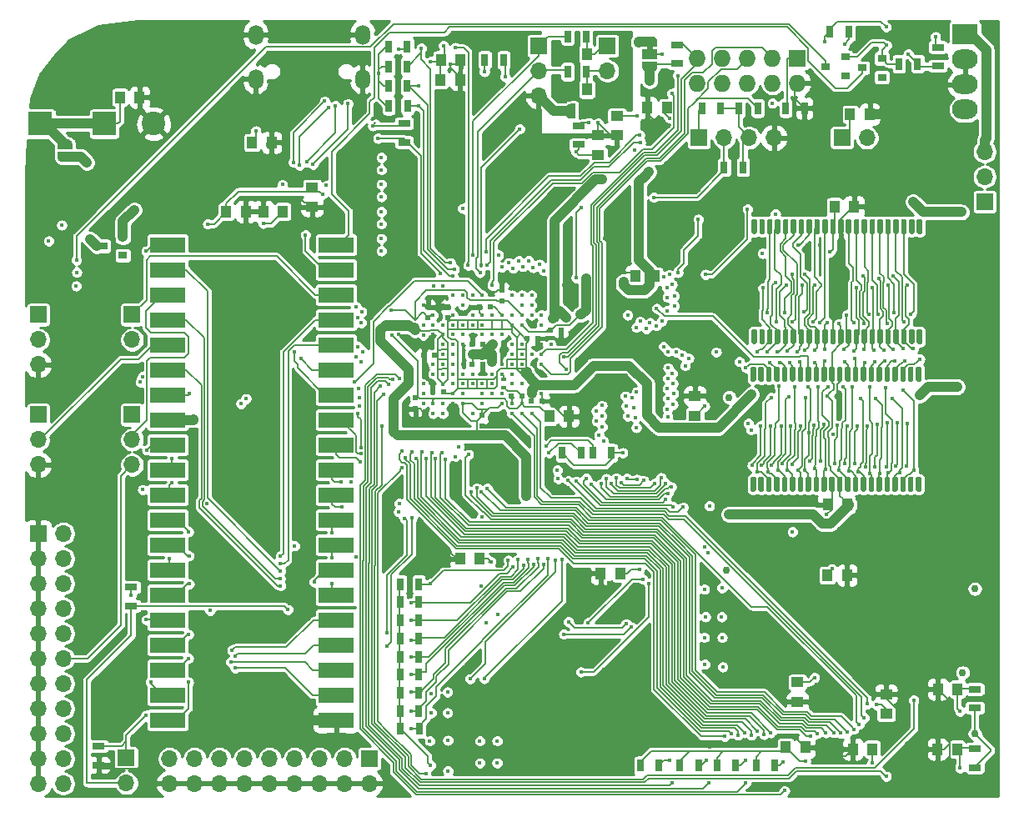
<source format=gbl>
%TF.GenerationSoftware,KiCad,Pcbnew,(5.1.10)-1*%
%TF.CreationDate,2021-08-17T18:14:56+01:00*%
%TF.ProjectId,blit-cpu-mk3,626c6974-2d63-4707-952d-6d6b332e6b69,3.03*%
%TF.SameCoordinates,Original*%
%TF.FileFunction,Copper,L4,Bot*%
%TF.FilePolarity,Positive*%
%FSLAX46Y46*%
G04 Gerber Fmt 4.6, Leading zero omitted, Abs format (unit mm)*
G04 Created by KiCad (PCBNEW (5.1.10)-1) date 2021-08-17 18:14:56*
%MOMM*%
%LPD*%
G01*
G04 APERTURE LIST*
%TA.AperFunction,EtchedComponent*%
%ADD10C,0.100000*%
%TD*%
%TA.AperFunction,SMDPad,CuDef*%
%ADD11R,3.600000X1.600000*%
%TD*%
%TA.AperFunction,SMDPad,CuDef*%
%ADD12C,0.100000*%
%TD*%
%TA.AperFunction,SMDPad,CuDef*%
%ADD13R,0.700000X1.300000*%
%TD*%
%TA.AperFunction,SMDPad,CuDef*%
%ADD14R,1.300000X0.700000*%
%TD*%
%TA.AperFunction,ComponentPad*%
%ADD15R,1.700000X1.700000*%
%TD*%
%TA.AperFunction,ComponentPad*%
%ADD16O,1.700000X1.700000*%
%TD*%
%TA.AperFunction,SMDPad,CuDef*%
%ADD17R,0.600000X0.400000*%
%TD*%
%TA.AperFunction,SMDPad,CuDef*%
%ADD18R,1.000000X1.250000*%
%TD*%
%TA.AperFunction,SMDPad,CuDef*%
%ADD19R,1.250000X1.000000*%
%TD*%
%TA.AperFunction,ComponentPad*%
%ADD20O,1.500000X2.000000*%
%TD*%
%TA.AperFunction,SMDPad,CuDef*%
%ADD21R,0.900000X0.800000*%
%TD*%
%TA.AperFunction,SMDPad,CuDef*%
%ADD22R,0.600000X0.500000*%
%TD*%
%TA.AperFunction,SMDPad,CuDef*%
%ADD23R,1.500000X1.000000*%
%TD*%
%TA.AperFunction,SMDPad,CuDef*%
%ADD24R,0.500000X0.600000*%
%TD*%
%TA.AperFunction,ComponentPad*%
%ADD25R,2.400000X2.400000*%
%TD*%
%TA.AperFunction,ComponentPad*%
%ADD26C,2.400000*%
%TD*%
%TA.AperFunction,ComponentPad*%
%ADD27R,1.727200X1.727200*%
%TD*%
%TA.AperFunction,ComponentPad*%
%ADD28O,1.727200X1.727200*%
%TD*%
%TA.AperFunction,ComponentPad*%
%ADD29O,2.600000X2.000000*%
%TD*%
%TA.AperFunction,ComponentPad*%
%ADD30R,2.600000X2.000000*%
%TD*%
%TA.AperFunction,ViaPad*%
%ADD31C,0.450000*%
%TD*%
%TA.AperFunction,ViaPad*%
%ADD32C,0.762000*%
%TD*%
%TA.AperFunction,Conductor*%
%ADD33C,0.200000*%
%TD*%
%TA.AperFunction,Conductor*%
%ADD34C,1.000000*%
%TD*%
%TA.AperFunction,Conductor*%
%ADD35C,0.150000*%
%TD*%
%TA.AperFunction,Conductor*%
%ADD36C,0.254000*%
%TD*%
%TA.AperFunction,Conductor*%
%ADD37C,0.100000*%
%TD*%
G04 APERTURE END LIST*
D10*
G36*
X85700000Y-25120000D02*
G01*
X85700000Y-25620000D01*
X86300000Y-25620000D01*
X86300000Y-25120000D01*
X85700000Y-25120000D01*
G37*
D11*
X54148000Y-45366000D03*
X37038000Y-93626000D03*
X54148000Y-47906000D03*
X37038000Y-91086000D03*
X54148000Y-50446000D03*
X37038000Y-88546000D03*
X54148000Y-52986000D03*
X37038000Y-86006000D03*
X54148000Y-55526000D03*
X37038000Y-83466000D03*
X54148000Y-58066000D03*
X37038000Y-80926000D03*
X54148000Y-60606000D03*
X37038000Y-78386000D03*
X54148000Y-63146000D03*
X37038000Y-75846000D03*
X54148000Y-65686000D03*
X37038000Y-73306000D03*
X54148000Y-68226000D03*
X37038000Y-70766000D03*
X54148000Y-70766000D03*
X37038000Y-68226000D03*
X54148000Y-73306000D03*
X37038000Y-65686000D03*
X54148000Y-75846000D03*
X37038000Y-63146000D03*
X54148000Y-78386000D03*
X37038000Y-60606000D03*
X54148000Y-80926000D03*
X37038000Y-58066000D03*
X54148000Y-83466000D03*
X37038000Y-55526000D03*
X54148000Y-86006000D03*
X37038000Y-52986000D03*
X54148000Y-88546000D03*
X37038000Y-50446000D03*
X54148000Y-91086000D03*
X37038000Y-47906000D03*
X54148000Y-93626000D03*
X37038000Y-45366000D03*
%TA.AperFunction,SMDPad,CuDef*%
D12*
G36*
X25863242Y-35149740D02*
G01*
X25863242Y-35125206D01*
X25868052Y-35076375D01*
X25877624Y-35028250D01*
X25891868Y-34981295D01*
X25910645Y-34935962D01*
X25933776Y-34892689D01*
X25961036Y-34851890D01*
X25992164Y-34813961D01*
X26026861Y-34779264D01*
X26064790Y-34748136D01*
X26105589Y-34720876D01*
X26148862Y-34697745D01*
X26194195Y-34678968D01*
X26241150Y-34664724D01*
X26289275Y-34655152D01*
X26338106Y-34650342D01*
X26362640Y-34650342D01*
X26362640Y-34649740D01*
X26862640Y-34649740D01*
X26862640Y-34650342D01*
X26887174Y-34650342D01*
X26936005Y-34655152D01*
X26984130Y-34664724D01*
X27031085Y-34678968D01*
X27076418Y-34697745D01*
X27119691Y-34720876D01*
X27160490Y-34748136D01*
X27198419Y-34779264D01*
X27233116Y-34813961D01*
X27264244Y-34851890D01*
X27291504Y-34892689D01*
X27314635Y-34935962D01*
X27333412Y-34981295D01*
X27347656Y-35028250D01*
X27357228Y-35076375D01*
X27362038Y-35125206D01*
X27362038Y-35149740D01*
X27362640Y-35149740D01*
X27362640Y-35649740D01*
X25862640Y-35649740D01*
X25862640Y-35149740D01*
X25863242Y-35149740D01*
G37*
%TD.AperFunction*%
%TA.AperFunction,SMDPad,CuDef*%
G36*
X27362640Y-35949740D02*
G01*
X27362640Y-36449740D01*
X27362038Y-36449740D01*
X27362038Y-36474274D01*
X27357228Y-36523105D01*
X27347656Y-36571230D01*
X27333412Y-36618185D01*
X27314635Y-36663518D01*
X27291504Y-36706791D01*
X27264244Y-36747590D01*
X27233116Y-36785519D01*
X27198419Y-36820216D01*
X27160490Y-36851344D01*
X27119691Y-36878604D01*
X27076418Y-36901735D01*
X27031085Y-36920512D01*
X26984130Y-36934756D01*
X26936005Y-36944328D01*
X26887174Y-36949138D01*
X26862640Y-36949138D01*
X26862640Y-36949740D01*
X26362640Y-36949740D01*
X26362640Y-36949138D01*
X26338106Y-36949138D01*
X26289275Y-36944328D01*
X26241150Y-36934756D01*
X26194195Y-36920512D01*
X26148862Y-36901735D01*
X26105589Y-36878604D01*
X26064790Y-36851344D01*
X26026861Y-36820216D01*
X25992164Y-36785519D01*
X25961036Y-36747590D01*
X25933776Y-36706791D01*
X25910645Y-36663518D01*
X25891868Y-36618185D01*
X25877624Y-36571230D01*
X25868052Y-36523105D01*
X25863242Y-36474274D01*
X25863242Y-36449740D01*
X25862640Y-36449740D01*
X25862640Y-35949740D01*
X27362640Y-35949740D01*
G37*
%TD.AperFunction*%
D13*
X77100000Y-66500000D03*
X79000000Y-66500000D03*
D14*
X30050000Y-98200000D03*
X30050000Y-96300000D03*
X33350000Y-80150000D03*
X33350000Y-82050000D03*
D13*
X82100000Y-66500000D03*
X80200000Y-66500000D03*
D15*
X32850000Y-97500000D03*
D16*
X32850000Y-100040000D03*
D15*
X91000000Y-34500000D03*
D16*
X93540000Y-34500000D03*
X96080000Y-34500000D03*
X98620000Y-34500000D03*
%TA.AperFunction,SMDPad,CuDef*%
D12*
G36*
X77950000Y-32549398D02*
G01*
X77925466Y-32549398D01*
X77876635Y-32544588D01*
X77828510Y-32535016D01*
X77781555Y-32520772D01*
X77736222Y-32501995D01*
X77692949Y-32478864D01*
X77652150Y-32451604D01*
X77614221Y-32420476D01*
X77579524Y-32385779D01*
X77548396Y-32347850D01*
X77521136Y-32307051D01*
X77498005Y-32263778D01*
X77479228Y-32218445D01*
X77464984Y-32171490D01*
X77455412Y-32123365D01*
X77450602Y-32074534D01*
X77450602Y-32050000D01*
X77450000Y-32050000D01*
X77450000Y-31550000D01*
X77450602Y-31550000D01*
X77450602Y-31525466D01*
X77455412Y-31476635D01*
X77464984Y-31428510D01*
X77479228Y-31381555D01*
X77498005Y-31336222D01*
X77521136Y-31292949D01*
X77548396Y-31252150D01*
X77579524Y-31214221D01*
X77614221Y-31179524D01*
X77652150Y-31148396D01*
X77692949Y-31121136D01*
X77736222Y-31098005D01*
X77781555Y-31079228D01*
X77828510Y-31064984D01*
X77876635Y-31055412D01*
X77925466Y-31050602D01*
X77950000Y-31050602D01*
X77950000Y-31050000D01*
X78450000Y-31050000D01*
X78450000Y-32550000D01*
X77950000Y-32550000D01*
X77950000Y-32549398D01*
G37*
%TD.AperFunction*%
%TA.AperFunction,SMDPad,CuDef*%
G36*
X78750000Y-31050000D02*
G01*
X79250000Y-31050000D01*
X79250000Y-31050602D01*
X79274534Y-31050602D01*
X79323365Y-31055412D01*
X79371490Y-31064984D01*
X79418445Y-31079228D01*
X79463778Y-31098005D01*
X79507051Y-31121136D01*
X79547850Y-31148396D01*
X79585779Y-31179524D01*
X79620476Y-31214221D01*
X79651604Y-31252150D01*
X79678864Y-31292949D01*
X79701995Y-31336222D01*
X79720772Y-31381555D01*
X79735016Y-31428510D01*
X79744588Y-31476635D01*
X79749398Y-31525466D01*
X79749398Y-31550000D01*
X79750000Y-31550000D01*
X79750000Y-32050000D01*
X79749398Y-32050000D01*
X79749398Y-32074534D01*
X79744588Y-32123365D01*
X79735016Y-32171490D01*
X79720772Y-32218445D01*
X79701995Y-32263778D01*
X79678864Y-32307051D01*
X79651604Y-32347850D01*
X79620476Y-32385779D01*
X79585779Y-32420476D01*
X79547850Y-32451604D01*
X79507051Y-32478864D01*
X79463778Y-32501995D01*
X79418445Y-32520772D01*
X79371490Y-32535016D01*
X79323365Y-32544588D01*
X79274534Y-32549398D01*
X79250000Y-32549398D01*
X79250000Y-32550000D01*
X78750000Y-32550000D01*
X78750000Y-31050000D01*
G37*
%TD.AperFunction*%
D17*
X71200000Y-59900000D03*
X71200000Y-59000000D03*
D18*
X83000000Y-78750000D03*
X81000000Y-78750000D03*
D14*
X119000000Y-98450000D03*
X119000000Y-96550000D03*
X119000000Y-92400000D03*
X119000000Y-90500000D03*
D13*
X95450000Y-37500000D03*
X93550000Y-37500000D03*
X93200000Y-31500000D03*
X91300000Y-31500000D03*
X59475000Y-25250000D03*
X61375000Y-25250000D03*
X71150000Y-26600000D03*
X69250000Y-26600000D03*
X59475000Y-27250000D03*
X61375000Y-27250000D03*
X59475000Y-29250000D03*
X61375000Y-29250000D03*
X61400000Y-31250000D03*
X59500000Y-31250000D03*
D14*
X61050000Y-33050000D03*
X61050000Y-34950000D03*
D13*
X79550000Y-27800000D03*
X77650000Y-27800000D03*
X79549500Y-24200000D03*
X77649500Y-24200000D03*
D14*
X78750000Y-35200000D03*
X78750000Y-33300000D03*
D13*
X106200000Y-23750000D03*
X104300000Y-23750000D03*
D14*
X115250000Y-27200000D03*
X115250000Y-25300000D03*
D13*
X113200000Y-27000000D03*
X111300000Y-27000000D03*
D14*
X88750000Y-26950000D03*
X88750000Y-25050000D03*
D13*
X95050000Y-31500000D03*
X96950000Y-31500000D03*
X101700000Y-31500000D03*
X99800000Y-31500000D03*
X96800000Y-98250000D03*
X98700000Y-98250000D03*
X92800000Y-98250000D03*
X94700000Y-98250000D03*
X89050000Y-98250000D03*
X90950000Y-98250000D03*
X85050000Y-98250000D03*
X86950000Y-98250000D03*
X60648600Y-79825800D03*
X62548600Y-79825800D03*
X60648600Y-81680000D03*
X62548600Y-81680000D03*
X60648600Y-83534200D03*
X62548600Y-83534200D03*
X60648600Y-85388400D03*
X62548600Y-85388400D03*
X60648600Y-87217200D03*
X62548600Y-87217200D03*
X60648600Y-89046000D03*
X62548600Y-89046000D03*
X60648600Y-90874800D03*
X62548600Y-90874800D03*
X60648600Y-92703600D03*
X62548600Y-92703600D03*
X60674000Y-94532400D03*
X62574000Y-94532400D03*
D19*
X101000000Y-89800000D03*
X101000000Y-91800000D03*
D18*
X108600000Y-96600000D03*
X106600000Y-96600000D03*
X117200000Y-96600000D03*
X115200000Y-96600000D03*
X117250000Y-90500000D03*
X115250000Y-90500000D03*
X68750000Y-77250000D03*
X66750000Y-77250000D03*
X86500000Y-48570000D03*
X84500000Y-48570000D03*
X99800000Y-96400000D03*
X101800000Y-96400000D03*
D19*
X110000000Y-93000000D03*
X110000000Y-91000000D03*
X82670000Y-32250000D03*
X82670000Y-34250000D03*
D18*
X87730000Y-31440000D03*
X85730000Y-31440000D03*
X64800000Y-26600000D03*
X66800000Y-26600000D03*
X79600000Y-29600000D03*
X77600000Y-29600000D03*
X79600000Y-26000000D03*
X77600000Y-26000000D03*
X45600000Y-34990000D03*
X47600000Y-34990000D03*
D19*
X51720000Y-39520000D03*
X51720000Y-41520000D03*
D18*
X43000000Y-42000000D03*
X45000000Y-42000000D03*
X48750000Y-42000000D03*
X46750000Y-42000000D03*
D19*
X80750000Y-36250000D03*
X80750000Y-34250000D03*
D18*
X104750000Y-41500000D03*
X106750000Y-41500000D03*
X106070000Y-71750000D03*
X104070000Y-71750000D03*
X104030000Y-78930000D03*
X106030000Y-78930000D03*
D19*
X90580000Y-62720000D03*
X90580000Y-60720000D03*
D18*
X75800000Y-62800000D03*
X77800000Y-62800000D03*
D20*
X56825000Y-24050000D03*
X45975000Y-24050000D03*
X45975000Y-28550000D03*
X56825000Y-28550000D03*
D21*
X32500000Y-44550000D03*
X32500000Y-46450000D03*
X30500000Y-45500000D03*
D15*
X120000000Y-41000000D03*
D16*
X120000000Y-38460000D03*
X120000000Y-35920000D03*
D22*
X67920000Y-57550000D03*
X69020000Y-57550000D03*
X69060000Y-55460000D03*
X67960000Y-55460000D03*
%TA.AperFunction,SMDPad,CuDef*%
D12*
G36*
X85250000Y-25270000D02*
G01*
X85250000Y-24720000D01*
X85250602Y-24720000D01*
X85250602Y-24695466D01*
X85255412Y-24646635D01*
X85264984Y-24598510D01*
X85279228Y-24551555D01*
X85298005Y-24506222D01*
X85321136Y-24462949D01*
X85348396Y-24422150D01*
X85379524Y-24384221D01*
X85414221Y-24349524D01*
X85452150Y-24318396D01*
X85492949Y-24291136D01*
X85536222Y-24268005D01*
X85581555Y-24249228D01*
X85628510Y-24234984D01*
X85676635Y-24225412D01*
X85725466Y-24220602D01*
X85750000Y-24220602D01*
X85750000Y-24220000D01*
X86250000Y-24220000D01*
X86250000Y-24220602D01*
X86274534Y-24220602D01*
X86323365Y-24225412D01*
X86371490Y-24234984D01*
X86418445Y-24249228D01*
X86463778Y-24268005D01*
X86507051Y-24291136D01*
X86547850Y-24318396D01*
X86585779Y-24349524D01*
X86620476Y-24384221D01*
X86651604Y-24422150D01*
X86678864Y-24462949D01*
X86701995Y-24506222D01*
X86720772Y-24551555D01*
X86735016Y-24598510D01*
X86744588Y-24646635D01*
X86749398Y-24695466D01*
X86749398Y-24720000D01*
X86750000Y-24720000D01*
X86750000Y-25270000D01*
X85250000Y-25270000D01*
G37*
%TD.AperFunction*%
D23*
X86000000Y-26020000D03*
%TA.AperFunction,SMDPad,CuDef*%
D12*
G36*
X86749398Y-27320000D02*
G01*
X86749398Y-27344534D01*
X86744588Y-27393365D01*
X86735016Y-27441490D01*
X86720772Y-27488445D01*
X86701995Y-27533778D01*
X86678864Y-27577051D01*
X86651604Y-27617850D01*
X86620476Y-27655779D01*
X86585779Y-27690476D01*
X86547850Y-27721604D01*
X86507051Y-27748864D01*
X86463778Y-27771995D01*
X86418445Y-27790772D01*
X86371490Y-27805016D01*
X86323365Y-27814588D01*
X86274534Y-27819398D01*
X86250000Y-27819398D01*
X86250000Y-27820000D01*
X85750000Y-27820000D01*
X85750000Y-27819398D01*
X85725466Y-27819398D01*
X85676635Y-27814588D01*
X85628510Y-27805016D01*
X85581555Y-27790772D01*
X85536222Y-27771995D01*
X85492949Y-27748864D01*
X85452150Y-27721604D01*
X85414221Y-27690476D01*
X85379524Y-27655779D01*
X85348396Y-27617850D01*
X85321136Y-27577051D01*
X85298005Y-27533778D01*
X85279228Y-27488445D01*
X85264984Y-27441490D01*
X85255412Y-27393365D01*
X85250602Y-27344534D01*
X85250602Y-27320000D01*
X85250000Y-27320000D01*
X85250000Y-26770000D01*
X86750000Y-26770000D01*
X86750000Y-27320000D01*
X86749398Y-27320000D01*
G37*
%TD.AperFunction*%
%TA.AperFunction,SMDPad,CuDef*%
G36*
G01*
X96452500Y-42750000D02*
X96727500Y-42750000D01*
G75*
G02*
X96865000Y-42887500I0J-137500D01*
G01*
X96865000Y-44137500D01*
G75*
G02*
X96727500Y-44275000I-137500J0D01*
G01*
X96452500Y-44275000D01*
G75*
G02*
X96315000Y-44137500I0J137500D01*
G01*
X96315000Y-42887500D01*
G75*
G02*
X96452500Y-42750000I137500J0D01*
G01*
G37*
%TD.AperFunction*%
%TA.AperFunction,SMDPad,CuDef*%
G36*
G01*
X97252500Y-42750000D02*
X97527500Y-42750000D01*
G75*
G02*
X97665000Y-42887500I0J-137500D01*
G01*
X97665000Y-44137500D01*
G75*
G02*
X97527500Y-44275000I-137500J0D01*
G01*
X97252500Y-44275000D01*
G75*
G02*
X97115000Y-44137500I0J137500D01*
G01*
X97115000Y-42887500D01*
G75*
G02*
X97252500Y-42750000I137500J0D01*
G01*
G37*
%TD.AperFunction*%
%TA.AperFunction,SMDPad,CuDef*%
G36*
G01*
X98052500Y-42750000D02*
X98327500Y-42750000D01*
G75*
G02*
X98465000Y-42887500I0J-137500D01*
G01*
X98465000Y-44137500D01*
G75*
G02*
X98327500Y-44275000I-137500J0D01*
G01*
X98052500Y-44275000D01*
G75*
G02*
X97915000Y-44137500I0J137500D01*
G01*
X97915000Y-42887500D01*
G75*
G02*
X98052500Y-42750000I137500J0D01*
G01*
G37*
%TD.AperFunction*%
%TA.AperFunction,SMDPad,CuDef*%
G36*
G01*
X98852500Y-42750000D02*
X99127500Y-42750000D01*
G75*
G02*
X99265000Y-42887500I0J-137500D01*
G01*
X99265000Y-44137500D01*
G75*
G02*
X99127500Y-44275000I-137500J0D01*
G01*
X98852500Y-44275000D01*
G75*
G02*
X98715000Y-44137500I0J137500D01*
G01*
X98715000Y-42887500D01*
G75*
G02*
X98852500Y-42750000I137500J0D01*
G01*
G37*
%TD.AperFunction*%
%TA.AperFunction,SMDPad,CuDef*%
G36*
G01*
X99652500Y-42750000D02*
X99927500Y-42750000D01*
G75*
G02*
X100065000Y-42887500I0J-137500D01*
G01*
X100065000Y-44137500D01*
G75*
G02*
X99927500Y-44275000I-137500J0D01*
G01*
X99652500Y-44275000D01*
G75*
G02*
X99515000Y-44137500I0J137500D01*
G01*
X99515000Y-42887500D01*
G75*
G02*
X99652500Y-42750000I137500J0D01*
G01*
G37*
%TD.AperFunction*%
%TA.AperFunction,SMDPad,CuDef*%
G36*
G01*
X100452500Y-42750000D02*
X100727500Y-42750000D01*
G75*
G02*
X100865000Y-42887500I0J-137500D01*
G01*
X100865000Y-44137500D01*
G75*
G02*
X100727500Y-44275000I-137500J0D01*
G01*
X100452500Y-44275000D01*
G75*
G02*
X100315000Y-44137500I0J137500D01*
G01*
X100315000Y-42887500D01*
G75*
G02*
X100452500Y-42750000I137500J0D01*
G01*
G37*
%TD.AperFunction*%
%TA.AperFunction,SMDPad,CuDef*%
G36*
G01*
X101252500Y-42750000D02*
X101527500Y-42750000D01*
G75*
G02*
X101665000Y-42887500I0J-137500D01*
G01*
X101665000Y-44137500D01*
G75*
G02*
X101527500Y-44275000I-137500J0D01*
G01*
X101252500Y-44275000D01*
G75*
G02*
X101115000Y-44137500I0J137500D01*
G01*
X101115000Y-42887500D01*
G75*
G02*
X101252500Y-42750000I137500J0D01*
G01*
G37*
%TD.AperFunction*%
%TA.AperFunction,SMDPad,CuDef*%
G36*
G01*
X102052500Y-42750000D02*
X102327500Y-42750000D01*
G75*
G02*
X102465000Y-42887500I0J-137500D01*
G01*
X102465000Y-44137500D01*
G75*
G02*
X102327500Y-44275000I-137500J0D01*
G01*
X102052500Y-44275000D01*
G75*
G02*
X101915000Y-44137500I0J137500D01*
G01*
X101915000Y-42887500D01*
G75*
G02*
X102052500Y-42750000I137500J0D01*
G01*
G37*
%TD.AperFunction*%
%TA.AperFunction,SMDPad,CuDef*%
G36*
G01*
X102852500Y-42750000D02*
X103127500Y-42750000D01*
G75*
G02*
X103265000Y-42887500I0J-137500D01*
G01*
X103265000Y-44137500D01*
G75*
G02*
X103127500Y-44275000I-137500J0D01*
G01*
X102852500Y-44275000D01*
G75*
G02*
X102715000Y-44137500I0J137500D01*
G01*
X102715000Y-42887500D01*
G75*
G02*
X102852500Y-42750000I137500J0D01*
G01*
G37*
%TD.AperFunction*%
%TA.AperFunction,SMDPad,CuDef*%
G36*
G01*
X103652500Y-42750000D02*
X103927500Y-42750000D01*
G75*
G02*
X104065000Y-42887500I0J-137500D01*
G01*
X104065000Y-44137500D01*
G75*
G02*
X103927500Y-44275000I-137500J0D01*
G01*
X103652500Y-44275000D01*
G75*
G02*
X103515000Y-44137500I0J137500D01*
G01*
X103515000Y-42887500D01*
G75*
G02*
X103652500Y-42750000I137500J0D01*
G01*
G37*
%TD.AperFunction*%
%TA.AperFunction,SMDPad,CuDef*%
G36*
G01*
X104452500Y-42750000D02*
X104727500Y-42750000D01*
G75*
G02*
X104865000Y-42887500I0J-137500D01*
G01*
X104865000Y-44137500D01*
G75*
G02*
X104727500Y-44275000I-137500J0D01*
G01*
X104452500Y-44275000D01*
G75*
G02*
X104315000Y-44137500I0J137500D01*
G01*
X104315000Y-42887500D01*
G75*
G02*
X104452500Y-42750000I137500J0D01*
G01*
G37*
%TD.AperFunction*%
%TA.AperFunction,SMDPad,CuDef*%
G36*
G01*
X105252500Y-42750000D02*
X105527500Y-42750000D01*
G75*
G02*
X105665000Y-42887500I0J-137500D01*
G01*
X105665000Y-44137500D01*
G75*
G02*
X105527500Y-44275000I-137500J0D01*
G01*
X105252500Y-44275000D01*
G75*
G02*
X105115000Y-44137500I0J137500D01*
G01*
X105115000Y-42887500D01*
G75*
G02*
X105252500Y-42750000I137500J0D01*
G01*
G37*
%TD.AperFunction*%
%TA.AperFunction,SMDPad,CuDef*%
G36*
G01*
X106052500Y-42750000D02*
X106327500Y-42750000D01*
G75*
G02*
X106465000Y-42887500I0J-137500D01*
G01*
X106465000Y-44137500D01*
G75*
G02*
X106327500Y-44275000I-137500J0D01*
G01*
X106052500Y-44275000D01*
G75*
G02*
X105915000Y-44137500I0J137500D01*
G01*
X105915000Y-42887500D01*
G75*
G02*
X106052500Y-42750000I137500J0D01*
G01*
G37*
%TD.AperFunction*%
%TA.AperFunction,SMDPad,CuDef*%
G36*
G01*
X106852500Y-42750000D02*
X107127500Y-42750000D01*
G75*
G02*
X107265000Y-42887500I0J-137500D01*
G01*
X107265000Y-44137500D01*
G75*
G02*
X107127500Y-44275000I-137500J0D01*
G01*
X106852500Y-44275000D01*
G75*
G02*
X106715000Y-44137500I0J137500D01*
G01*
X106715000Y-42887500D01*
G75*
G02*
X106852500Y-42750000I137500J0D01*
G01*
G37*
%TD.AperFunction*%
%TA.AperFunction,SMDPad,CuDef*%
G36*
G01*
X107652500Y-42750000D02*
X107927500Y-42750000D01*
G75*
G02*
X108065000Y-42887500I0J-137500D01*
G01*
X108065000Y-44137500D01*
G75*
G02*
X107927500Y-44275000I-137500J0D01*
G01*
X107652500Y-44275000D01*
G75*
G02*
X107515000Y-44137500I0J137500D01*
G01*
X107515000Y-42887500D01*
G75*
G02*
X107652500Y-42750000I137500J0D01*
G01*
G37*
%TD.AperFunction*%
%TA.AperFunction,SMDPad,CuDef*%
G36*
G01*
X108452500Y-42750000D02*
X108727500Y-42750000D01*
G75*
G02*
X108865000Y-42887500I0J-137500D01*
G01*
X108865000Y-44137500D01*
G75*
G02*
X108727500Y-44275000I-137500J0D01*
G01*
X108452500Y-44275000D01*
G75*
G02*
X108315000Y-44137500I0J137500D01*
G01*
X108315000Y-42887500D01*
G75*
G02*
X108452500Y-42750000I137500J0D01*
G01*
G37*
%TD.AperFunction*%
%TA.AperFunction,SMDPad,CuDef*%
G36*
G01*
X109252500Y-42750000D02*
X109527500Y-42750000D01*
G75*
G02*
X109665000Y-42887500I0J-137500D01*
G01*
X109665000Y-44137500D01*
G75*
G02*
X109527500Y-44275000I-137500J0D01*
G01*
X109252500Y-44275000D01*
G75*
G02*
X109115000Y-44137500I0J137500D01*
G01*
X109115000Y-42887500D01*
G75*
G02*
X109252500Y-42750000I137500J0D01*
G01*
G37*
%TD.AperFunction*%
%TA.AperFunction,SMDPad,CuDef*%
G36*
G01*
X110052500Y-42750000D02*
X110327500Y-42750000D01*
G75*
G02*
X110465000Y-42887500I0J-137500D01*
G01*
X110465000Y-44137500D01*
G75*
G02*
X110327500Y-44275000I-137500J0D01*
G01*
X110052500Y-44275000D01*
G75*
G02*
X109915000Y-44137500I0J137500D01*
G01*
X109915000Y-42887500D01*
G75*
G02*
X110052500Y-42750000I137500J0D01*
G01*
G37*
%TD.AperFunction*%
%TA.AperFunction,SMDPad,CuDef*%
G36*
G01*
X110852500Y-42750000D02*
X111127500Y-42750000D01*
G75*
G02*
X111265000Y-42887500I0J-137500D01*
G01*
X111265000Y-44137500D01*
G75*
G02*
X111127500Y-44275000I-137500J0D01*
G01*
X110852500Y-44275000D01*
G75*
G02*
X110715000Y-44137500I0J137500D01*
G01*
X110715000Y-42887500D01*
G75*
G02*
X110852500Y-42750000I137500J0D01*
G01*
G37*
%TD.AperFunction*%
%TA.AperFunction,SMDPad,CuDef*%
G36*
G01*
X111652500Y-42750000D02*
X111927500Y-42750000D01*
G75*
G02*
X112065000Y-42887500I0J-137500D01*
G01*
X112065000Y-44137500D01*
G75*
G02*
X111927500Y-44275000I-137500J0D01*
G01*
X111652500Y-44275000D01*
G75*
G02*
X111515000Y-44137500I0J137500D01*
G01*
X111515000Y-42887500D01*
G75*
G02*
X111652500Y-42750000I137500J0D01*
G01*
G37*
%TD.AperFunction*%
%TA.AperFunction,SMDPad,CuDef*%
G36*
G01*
X112452500Y-42750000D02*
X112727500Y-42750000D01*
G75*
G02*
X112865000Y-42887500I0J-137500D01*
G01*
X112865000Y-44137500D01*
G75*
G02*
X112727500Y-44275000I-137500J0D01*
G01*
X112452500Y-44275000D01*
G75*
G02*
X112315000Y-44137500I0J137500D01*
G01*
X112315000Y-42887500D01*
G75*
G02*
X112452500Y-42750000I137500J0D01*
G01*
G37*
%TD.AperFunction*%
%TA.AperFunction,SMDPad,CuDef*%
G36*
G01*
X113252500Y-42750000D02*
X113527500Y-42750000D01*
G75*
G02*
X113665000Y-42887500I0J-137500D01*
G01*
X113665000Y-44137500D01*
G75*
G02*
X113527500Y-44275000I-137500J0D01*
G01*
X113252500Y-44275000D01*
G75*
G02*
X113115000Y-44137500I0J137500D01*
G01*
X113115000Y-42887500D01*
G75*
G02*
X113252500Y-42750000I137500J0D01*
G01*
G37*
%TD.AperFunction*%
%TA.AperFunction,SMDPad,CuDef*%
G36*
G01*
X113252500Y-53925000D02*
X113527500Y-53925000D01*
G75*
G02*
X113665000Y-54062500I0J-137500D01*
G01*
X113665000Y-55312500D01*
G75*
G02*
X113527500Y-55450000I-137500J0D01*
G01*
X113252500Y-55450000D01*
G75*
G02*
X113115000Y-55312500I0J137500D01*
G01*
X113115000Y-54062500D01*
G75*
G02*
X113252500Y-53925000I137500J0D01*
G01*
G37*
%TD.AperFunction*%
%TA.AperFunction,SMDPad,CuDef*%
G36*
G01*
X112452500Y-53925000D02*
X112727500Y-53925000D01*
G75*
G02*
X112865000Y-54062500I0J-137500D01*
G01*
X112865000Y-55312500D01*
G75*
G02*
X112727500Y-55450000I-137500J0D01*
G01*
X112452500Y-55450000D01*
G75*
G02*
X112315000Y-55312500I0J137500D01*
G01*
X112315000Y-54062500D01*
G75*
G02*
X112452500Y-53925000I137500J0D01*
G01*
G37*
%TD.AperFunction*%
%TA.AperFunction,SMDPad,CuDef*%
G36*
G01*
X111652500Y-53925000D02*
X111927500Y-53925000D01*
G75*
G02*
X112065000Y-54062500I0J-137500D01*
G01*
X112065000Y-55312500D01*
G75*
G02*
X111927500Y-55450000I-137500J0D01*
G01*
X111652500Y-55450000D01*
G75*
G02*
X111515000Y-55312500I0J137500D01*
G01*
X111515000Y-54062500D01*
G75*
G02*
X111652500Y-53925000I137500J0D01*
G01*
G37*
%TD.AperFunction*%
%TA.AperFunction,SMDPad,CuDef*%
G36*
G01*
X110852500Y-53925000D02*
X111127500Y-53925000D01*
G75*
G02*
X111265000Y-54062500I0J-137500D01*
G01*
X111265000Y-55312500D01*
G75*
G02*
X111127500Y-55450000I-137500J0D01*
G01*
X110852500Y-55450000D01*
G75*
G02*
X110715000Y-55312500I0J137500D01*
G01*
X110715000Y-54062500D01*
G75*
G02*
X110852500Y-53925000I137500J0D01*
G01*
G37*
%TD.AperFunction*%
%TA.AperFunction,SMDPad,CuDef*%
G36*
G01*
X110052500Y-53925000D02*
X110327500Y-53925000D01*
G75*
G02*
X110465000Y-54062500I0J-137500D01*
G01*
X110465000Y-55312500D01*
G75*
G02*
X110327500Y-55450000I-137500J0D01*
G01*
X110052500Y-55450000D01*
G75*
G02*
X109915000Y-55312500I0J137500D01*
G01*
X109915000Y-54062500D01*
G75*
G02*
X110052500Y-53925000I137500J0D01*
G01*
G37*
%TD.AperFunction*%
%TA.AperFunction,SMDPad,CuDef*%
G36*
G01*
X109252500Y-53925000D02*
X109527500Y-53925000D01*
G75*
G02*
X109665000Y-54062500I0J-137500D01*
G01*
X109665000Y-55312500D01*
G75*
G02*
X109527500Y-55450000I-137500J0D01*
G01*
X109252500Y-55450000D01*
G75*
G02*
X109115000Y-55312500I0J137500D01*
G01*
X109115000Y-54062500D01*
G75*
G02*
X109252500Y-53925000I137500J0D01*
G01*
G37*
%TD.AperFunction*%
%TA.AperFunction,SMDPad,CuDef*%
G36*
G01*
X108452500Y-53925000D02*
X108727500Y-53925000D01*
G75*
G02*
X108865000Y-54062500I0J-137500D01*
G01*
X108865000Y-55312500D01*
G75*
G02*
X108727500Y-55450000I-137500J0D01*
G01*
X108452500Y-55450000D01*
G75*
G02*
X108315000Y-55312500I0J137500D01*
G01*
X108315000Y-54062500D01*
G75*
G02*
X108452500Y-53925000I137500J0D01*
G01*
G37*
%TD.AperFunction*%
%TA.AperFunction,SMDPad,CuDef*%
G36*
G01*
X107652500Y-53925000D02*
X107927500Y-53925000D01*
G75*
G02*
X108065000Y-54062500I0J-137500D01*
G01*
X108065000Y-55312500D01*
G75*
G02*
X107927500Y-55450000I-137500J0D01*
G01*
X107652500Y-55450000D01*
G75*
G02*
X107515000Y-55312500I0J137500D01*
G01*
X107515000Y-54062500D01*
G75*
G02*
X107652500Y-53925000I137500J0D01*
G01*
G37*
%TD.AperFunction*%
%TA.AperFunction,SMDPad,CuDef*%
G36*
G01*
X106852500Y-53925000D02*
X107127500Y-53925000D01*
G75*
G02*
X107265000Y-54062500I0J-137500D01*
G01*
X107265000Y-55312500D01*
G75*
G02*
X107127500Y-55450000I-137500J0D01*
G01*
X106852500Y-55450000D01*
G75*
G02*
X106715000Y-55312500I0J137500D01*
G01*
X106715000Y-54062500D01*
G75*
G02*
X106852500Y-53925000I137500J0D01*
G01*
G37*
%TD.AperFunction*%
%TA.AperFunction,SMDPad,CuDef*%
G36*
G01*
X106052500Y-53925000D02*
X106327500Y-53925000D01*
G75*
G02*
X106465000Y-54062500I0J-137500D01*
G01*
X106465000Y-55312500D01*
G75*
G02*
X106327500Y-55450000I-137500J0D01*
G01*
X106052500Y-55450000D01*
G75*
G02*
X105915000Y-55312500I0J137500D01*
G01*
X105915000Y-54062500D01*
G75*
G02*
X106052500Y-53925000I137500J0D01*
G01*
G37*
%TD.AperFunction*%
%TA.AperFunction,SMDPad,CuDef*%
G36*
G01*
X105252500Y-53925000D02*
X105527500Y-53925000D01*
G75*
G02*
X105665000Y-54062500I0J-137500D01*
G01*
X105665000Y-55312500D01*
G75*
G02*
X105527500Y-55450000I-137500J0D01*
G01*
X105252500Y-55450000D01*
G75*
G02*
X105115000Y-55312500I0J137500D01*
G01*
X105115000Y-54062500D01*
G75*
G02*
X105252500Y-53925000I137500J0D01*
G01*
G37*
%TD.AperFunction*%
%TA.AperFunction,SMDPad,CuDef*%
G36*
G01*
X104452500Y-53925000D02*
X104727500Y-53925000D01*
G75*
G02*
X104865000Y-54062500I0J-137500D01*
G01*
X104865000Y-55312500D01*
G75*
G02*
X104727500Y-55450000I-137500J0D01*
G01*
X104452500Y-55450000D01*
G75*
G02*
X104315000Y-55312500I0J137500D01*
G01*
X104315000Y-54062500D01*
G75*
G02*
X104452500Y-53925000I137500J0D01*
G01*
G37*
%TD.AperFunction*%
%TA.AperFunction,SMDPad,CuDef*%
G36*
G01*
X103652500Y-53925000D02*
X103927500Y-53925000D01*
G75*
G02*
X104065000Y-54062500I0J-137500D01*
G01*
X104065000Y-55312500D01*
G75*
G02*
X103927500Y-55450000I-137500J0D01*
G01*
X103652500Y-55450000D01*
G75*
G02*
X103515000Y-55312500I0J137500D01*
G01*
X103515000Y-54062500D01*
G75*
G02*
X103652500Y-53925000I137500J0D01*
G01*
G37*
%TD.AperFunction*%
%TA.AperFunction,SMDPad,CuDef*%
G36*
G01*
X102852500Y-53925000D02*
X103127500Y-53925000D01*
G75*
G02*
X103265000Y-54062500I0J-137500D01*
G01*
X103265000Y-55312500D01*
G75*
G02*
X103127500Y-55450000I-137500J0D01*
G01*
X102852500Y-55450000D01*
G75*
G02*
X102715000Y-55312500I0J137500D01*
G01*
X102715000Y-54062500D01*
G75*
G02*
X102852500Y-53925000I137500J0D01*
G01*
G37*
%TD.AperFunction*%
%TA.AperFunction,SMDPad,CuDef*%
G36*
G01*
X102052500Y-53925000D02*
X102327500Y-53925000D01*
G75*
G02*
X102465000Y-54062500I0J-137500D01*
G01*
X102465000Y-55312500D01*
G75*
G02*
X102327500Y-55450000I-137500J0D01*
G01*
X102052500Y-55450000D01*
G75*
G02*
X101915000Y-55312500I0J137500D01*
G01*
X101915000Y-54062500D01*
G75*
G02*
X102052500Y-53925000I137500J0D01*
G01*
G37*
%TD.AperFunction*%
%TA.AperFunction,SMDPad,CuDef*%
G36*
G01*
X101252500Y-53925000D02*
X101527500Y-53925000D01*
G75*
G02*
X101665000Y-54062500I0J-137500D01*
G01*
X101665000Y-55312500D01*
G75*
G02*
X101527500Y-55450000I-137500J0D01*
G01*
X101252500Y-55450000D01*
G75*
G02*
X101115000Y-55312500I0J137500D01*
G01*
X101115000Y-54062500D01*
G75*
G02*
X101252500Y-53925000I137500J0D01*
G01*
G37*
%TD.AperFunction*%
%TA.AperFunction,SMDPad,CuDef*%
G36*
G01*
X100452500Y-53925000D02*
X100727500Y-53925000D01*
G75*
G02*
X100865000Y-54062500I0J-137500D01*
G01*
X100865000Y-55312500D01*
G75*
G02*
X100727500Y-55450000I-137500J0D01*
G01*
X100452500Y-55450000D01*
G75*
G02*
X100315000Y-55312500I0J137500D01*
G01*
X100315000Y-54062500D01*
G75*
G02*
X100452500Y-53925000I137500J0D01*
G01*
G37*
%TD.AperFunction*%
%TA.AperFunction,SMDPad,CuDef*%
G36*
G01*
X99652500Y-53925000D02*
X99927500Y-53925000D01*
G75*
G02*
X100065000Y-54062500I0J-137500D01*
G01*
X100065000Y-55312500D01*
G75*
G02*
X99927500Y-55450000I-137500J0D01*
G01*
X99652500Y-55450000D01*
G75*
G02*
X99515000Y-55312500I0J137500D01*
G01*
X99515000Y-54062500D01*
G75*
G02*
X99652500Y-53925000I137500J0D01*
G01*
G37*
%TD.AperFunction*%
%TA.AperFunction,SMDPad,CuDef*%
G36*
G01*
X98852500Y-53925000D02*
X99127500Y-53925000D01*
G75*
G02*
X99265000Y-54062500I0J-137500D01*
G01*
X99265000Y-55312500D01*
G75*
G02*
X99127500Y-55450000I-137500J0D01*
G01*
X98852500Y-55450000D01*
G75*
G02*
X98715000Y-55312500I0J137500D01*
G01*
X98715000Y-54062500D01*
G75*
G02*
X98852500Y-53925000I137500J0D01*
G01*
G37*
%TD.AperFunction*%
%TA.AperFunction,SMDPad,CuDef*%
G36*
G01*
X98052500Y-53925000D02*
X98327500Y-53925000D01*
G75*
G02*
X98465000Y-54062500I0J-137500D01*
G01*
X98465000Y-55312500D01*
G75*
G02*
X98327500Y-55450000I-137500J0D01*
G01*
X98052500Y-55450000D01*
G75*
G02*
X97915000Y-55312500I0J137500D01*
G01*
X97915000Y-54062500D01*
G75*
G02*
X98052500Y-53925000I137500J0D01*
G01*
G37*
%TD.AperFunction*%
%TA.AperFunction,SMDPad,CuDef*%
G36*
G01*
X97252500Y-53925000D02*
X97527500Y-53925000D01*
G75*
G02*
X97665000Y-54062500I0J-137500D01*
G01*
X97665000Y-55312500D01*
G75*
G02*
X97527500Y-55450000I-137500J0D01*
G01*
X97252500Y-55450000D01*
G75*
G02*
X97115000Y-55312500I0J137500D01*
G01*
X97115000Y-54062500D01*
G75*
G02*
X97252500Y-53925000I137500J0D01*
G01*
G37*
%TD.AperFunction*%
%TA.AperFunction,SMDPad,CuDef*%
G36*
G01*
X96452500Y-53925000D02*
X96727500Y-53925000D01*
G75*
G02*
X96865000Y-54062500I0J-137500D01*
G01*
X96865000Y-55312500D01*
G75*
G02*
X96727500Y-55450000I-137500J0D01*
G01*
X96452500Y-55450000D01*
G75*
G02*
X96315000Y-55312500I0J137500D01*
G01*
X96315000Y-54062500D01*
G75*
G02*
X96452500Y-53925000I137500J0D01*
G01*
G37*
%TD.AperFunction*%
%TA.AperFunction,SMDPad,CuDef*%
G36*
G01*
X96362500Y-57750000D02*
X96637500Y-57750000D01*
G75*
G02*
X96775000Y-57887500I0J-137500D01*
G01*
X96775000Y-59137500D01*
G75*
G02*
X96637500Y-59275000I-137500J0D01*
G01*
X96362500Y-59275000D01*
G75*
G02*
X96225000Y-59137500I0J137500D01*
G01*
X96225000Y-57887500D01*
G75*
G02*
X96362500Y-57750000I137500J0D01*
G01*
G37*
%TD.AperFunction*%
%TA.AperFunction,SMDPad,CuDef*%
G36*
G01*
X97162500Y-57750000D02*
X97437500Y-57750000D01*
G75*
G02*
X97575000Y-57887500I0J-137500D01*
G01*
X97575000Y-59137500D01*
G75*
G02*
X97437500Y-59275000I-137500J0D01*
G01*
X97162500Y-59275000D01*
G75*
G02*
X97025000Y-59137500I0J137500D01*
G01*
X97025000Y-57887500D01*
G75*
G02*
X97162500Y-57750000I137500J0D01*
G01*
G37*
%TD.AperFunction*%
%TA.AperFunction,SMDPad,CuDef*%
G36*
G01*
X97962500Y-57750000D02*
X98237500Y-57750000D01*
G75*
G02*
X98375000Y-57887500I0J-137500D01*
G01*
X98375000Y-59137500D01*
G75*
G02*
X98237500Y-59275000I-137500J0D01*
G01*
X97962500Y-59275000D01*
G75*
G02*
X97825000Y-59137500I0J137500D01*
G01*
X97825000Y-57887500D01*
G75*
G02*
X97962500Y-57750000I137500J0D01*
G01*
G37*
%TD.AperFunction*%
%TA.AperFunction,SMDPad,CuDef*%
G36*
G01*
X98762500Y-57750000D02*
X99037500Y-57750000D01*
G75*
G02*
X99175000Y-57887500I0J-137500D01*
G01*
X99175000Y-59137500D01*
G75*
G02*
X99037500Y-59275000I-137500J0D01*
G01*
X98762500Y-59275000D01*
G75*
G02*
X98625000Y-59137500I0J137500D01*
G01*
X98625000Y-57887500D01*
G75*
G02*
X98762500Y-57750000I137500J0D01*
G01*
G37*
%TD.AperFunction*%
%TA.AperFunction,SMDPad,CuDef*%
G36*
G01*
X99562500Y-57750000D02*
X99837500Y-57750000D01*
G75*
G02*
X99975000Y-57887500I0J-137500D01*
G01*
X99975000Y-59137500D01*
G75*
G02*
X99837500Y-59275000I-137500J0D01*
G01*
X99562500Y-59275000D01*
G75*
G02*
X99425000Y-59137500I0J137500D01*
G01*
X99425000Y-57887500D01*
G75*
G02*
X99562500Y-57750000I137500J0D01*
G01*
G37*
%TD.AperFunction*%
%TA.AperFunction,SMDPad,CuDef*%
G36*
G01*
X100362500Y-57750000D02*
X100637500Y-57750000D01*
G75*
G02*
X100775000Y-57887500I0J-137500D01*
G01*
X100775000Y-59137500D01*
G75*
G02*
X100637500Y-59275000I-137500J0D01*
G01*
X100362500Y-59275000D01*
G75*
G02*
X100225000Y-59137500I0J137500D01*
G01*
X100225000Y-57887500D01*
G75*
G02*
X100362500Y-57750000I137500J0D01*
G01*
G37*
%TD.AperFunction*%
%TA.AperFunction,SMDPad,CuDef*%
G36*
G01*
X101162500Y-57750000D02*
X101437500Y-57750000D01*
G75*
G02*
X101575000Y-57887500I0J-137500D01*
G01*
X101575000Y-59137500D01*
G75*
G02*
X101437500Y-59275000I-137500J0D01*
G01*
X101162500Y-59275000D01*
G75*
G02*
X101025000Y-59137500I0J137500D01*
G01*
X101025000Y-57887500D01*
G75*
G02*
X101162500Y-57750000I137500J0D01*
G01*
G37*
%TD.AperFunction*%
%TA.AperFunction,SMDPad,CuDef*%
G36*
G01*
X101962500Y-57750000D02*
X102237500Y-57750000D01*
G75*
G02*
X102375000Y-57887500I0J-137500D01*
G01*
X102375000Y-59137500D01*
G75*
G02*
X102237500Y-59275000I-137500J0D01*
G01*
X101962500Y-59275000D01*
G75*
G02*
X101825000Y-59137500I0J137500D01*
G01*
X101825000Y-57887500D01*
G75*
G02*
X101962500Y-57750000I137500J0D01*
G01*
G37*
%TD.AperFunction*%
%TA.AperFunction,SMDPad,CuDef*%
G36*
G01*
X102762500Y-57750000D02*
X103037500Y-57750000D01*
G75*
G02*
X103175000Y-57887500I0J-137500D01*
G01*
X103175000Y-59137500D01*
G75*
G02*
X103037500Y-59275000I-137500J0D01*
G01*
X102762500Y-59275000D01*
G75*
G02*
X102625000Y-59137500I0J137500D01*
G01*
X102625000Y-57887500D01*
G75*
G02*
X102762500Y-57750000I137500J0D01*
G01*
G37*
%TD.AperFunction*%
%TA.AperFunction,SMDPad,CuDef*%
G36*
G01*
X103562500Y-57750000D02*
X103837500Y-57750000D01*
G75*
G02*
X103975000Y-57887500I0J-137500D01*
G01*
X103975000Y-59137500D01*
G75*
G02*
X103837500Y-59275000I-137500J0D01*
G01*
X103562500Y-59275000D01*
G75*
G02*
X103425000Y-59137500I0J137500D01*
G01*
X103425000Y-57887500D01*
G75*
G02*
X103562500Y-57750000I137500J0D01*
G01*
G37*
%TD.AperFunction*%
%TA.AperFunction,SMDPad,CuDef*%
G36*
G01*
X104362500Y-57750000D02*
X104637500Y-57750000D01*
G75*
G02*
X104775000Y-57887500I0J-137500D01*
G01*
X104775000Y-59137500D01*
G75*
G02*
X104637500Y-59275000I-137500J0D01*
G01*
X104362500Y-59275000D01*
G75*
G02*
X104225000Y-59137500I0J137500D01*
G01*
X104225000Y-57887500D01*
G75*
G02*
X104362500Y-57750000I137500J0D01*
G01*
G37*
%TD.AperFunction*%
%TA.AperFunction,SMDPad,CuDef*%
G36*
G01*
X105162500Y-57750000D02*
X105437500Y-57750000D01*
G75*
G02*
X105575000Y-57887500I0J-137500D01*
G01*
X105575000Y-59137500D01*
G75*
G02*
X105437500Y-59275000I-137500J0D01*
G01*
X105162500Y-59275000D01*
G75*
G02*
X105025000Y-59137500I0J137500D01*
G01*
X105025000Y-57887500D01*
G75*
G02*
X105162500Y-57750000I137500J0D01*
G01*
G37*
%TD.AperFunction*%
%TA.AperFunction,SMDPad,CuDef*%
G36*
G01*
X105962500Y-57750000D02*
X106237500Y-57750000D01*
G75*
G02*
X106375000Y-57887500I0J-137500D01*
G01*
X106375000Y-59137500D01*
G75*
G02*
X106237500Y-59275000I-137500J0D01*
G01*
X105962500Y-59275000D01*
G75*
G02*
X105825000Y-59137500I0J137500D01*
G01*
X105825000Y-57887500D01*
G75*
G02*
X105962500Y-57750000I137500J0D01*
G01*
G37*
%TD.AperFunction*%
%TA.AperFunction,SMDPad,CuDef*%
G36*
G01*
X106762500Y-57750000D02*
X107037500Y-57750000D01*
G75*
G02*
X107175000Y-57887500I0J-137500D01*
G01*
X107175000Y-59137500D01*
G75*
G02*
X107037500Y-59275000I-137500J0D01*
G01*
X106762500Y-59275000D01*
G75*
G02*
X106625000Y-59137500I0J137500D01*
G01*
X106625000Y-57887500D01*
G75*
G02*
X106762500Y-57750000I137500J0D01*
G01*
G37*
%TD.AperFunction*%
%TA.AperFunction,SMDPad,CuDef*%
G36*
G01*
X107562500Y-57750000D02*
X107837500Y-57750000D01*
G75*
G02*
X107975000Y-57887500I0J-137500D01*
G01*
X107975000Y-59137500D01*
G75*
G02*
X107837500Y-59275000I-137500J0D01*
G01*
X107562500Y-59275000D01*
G75*
G02*
X107425000Y-59137500I0J137500D01*
G01*
X107425000Y-57887500D01*
G75*
G02*
X107562500Y-57750000I137500J0D01*
G01*
G37*
%TD.AperFunction*%
%TA.AperFunction,SMDPad,CuDef*%
G36*
G01*
X108362500Y-57750000D02*
X108637500Y-57750000D01*
G75*
G02*
X108775000Y-57887500I0J-137500D01*
G01*
X108775000Y-59137500D01*
G75*
G02*
X108637500Y-59275000I-137500J0D01*
G01*
X108362500Y-59275000D01*
G75*
G02*
X108225000Y-59137500I0J137500D01*
G01*
X108225000Y-57887500D01*
G75*
G02*
X108362500Y-57750000I137500J0D01*
G01*
G37*
%TD.AperFunction*%
%TA.AperFunction,SMDPad,CuDef*%
G36*
G01*
X109162500Y-57750000D02*
X109437500Y-57750000D01*
G75*
G02*
X109575000Y-57887500I0J-137500D01*
G01*
X109575000Y-59137500D01*
G75*
G02*
X109437500Y-59275000I-137500J0D01*
G01*
X109162500Y-59275000D01*
G75*
G02*
X109025000Y-59137500I0J137500D01*
G01*
X109025000Y-57887500D01*
G75*
G02*
X109162500Y-57750000I137500J0D01*
G01*
G37*
%TD.AperFunction*%
%TA.AperFunction,SMDPad,CuDef*%
G36*
G01*
X109962500Y-57750000D02*
X110237500Y-57750000D01*
G75*
G02*
X110375000Y-57887500I0J-137500D01*
G01*
X110375000Y-59137500D01*
G75*
G02*
X110237500Y-59275000I-137500J0D01*
G01*
X109962500Y-59275000D01*
G75*
G02*
X109825000Y-59137500I0J137500D01*
G01*
X109825000Y-57887500D01*
G75*
G02*
X109962500Y-57750000I137500J0D01*
G01*
G37*
%TD.AperFunction*%
%TA.AperFunction,SMDPad,CuDef*%
G36*
G01*
X110762500Y-57750000D02*
X111037500Y-57750000D01*
G75*
G02*
X111175000Y-57887500I0J-137500D01*
G01*
X111175000Y-59137500D01*
G75*
G02*
X111037500Y-59275000I-137500J0D01*
G01*
X110762500Y-59275000D01*
G75*
G02*
X110625000Y-59137500I0J137500D01*
G01*
X110625000Y-57887500D01*
G75*
G02*
X110762500Y-57750000I137500J0D01*
G01*
G37*
%TD.AperFunction*%
%TA.AperFunction,SMDPad,CuDef*%
G36*
G01*
X111562500Y-57750000D02*
X111837500Y-57750000D01*
G75*
G02*
X111975000Y-57887500I0J-137500D01*
G01*
X111975000Y-59137500D01*
G75*
G02*
X111837500Y-59275000I-137500J0D01*
G01*
X111562500Y-59275000D01*
G75*
G02*
X111425000Y-59137500I0J137500D01*
G01*
X111425000Y-57887500D01*
G75*
G02*
X111562500Y-57750000I137500J0D01*
G01*
G37*
%TD.AperFunction*%
%TA.AperFunction,SMDPad,CuDef*%
G36*
G01*
X112362500Y-57750000D02*
X112637500Y-57750000D01*
G75*
G02*
X112775000Y-57887500I0J-137500D01*
G01*
X112775000Y-59137500D01*
G75*
G02*
X112637500Y-59275000I-137500J0D01*
G01*
X112362500Y-59275000D01*
G75*
G02*
X112225000Y-59137500I0J137500D01*
G01*
X112225000Y-57887500D01*
G75*
G02*
X112362500Y-57750000I137500J0D01*
G01*
G37*
%TD.AperFunction*%
%TA.AperFunction,SMDPad,CuDef*%
G36*
G01*
X113162500Y-57750000D02*
X113437500Y-57750000D01*
G75*
G02*
X113575000Y-57887500I0J-137500D01*
G01*
X113575000Y-59137500D01*
G75*
G02*
X113437500Y-59275000I-137500J0D01*
G01*
X113162500Y-59275000D01*
G75*
G02*
X113025000Y-59137500I0J137500D01*
G01*
X113025000Y-57887500D01*
G75*
G02*
X113162500Y-57750000I137500J0D01*
G01*
G37*
%TD.AperFunction*%
%TA.AperFunction,SMDPad,CuDef*%
G36*
G01*
X113162500Y-68925000D02*
X113437500Y-68925000D01*
G75*
G02*
X113575000Y-69062500I0J-137500D01*
G01*
X113575000Y-70312500D01*
G75*
G02*
X113437500Y-70450000I-137500J0D01*
G01*
X113162500Y-70450000D01*
G75*
G02*
X113025000Y-70312500I0J137500D01*
G01*
X113025000Y-69062500D01*
G75*
G02*
X113162500Y-68925000I137500J0D01*
G01*
G37*
%TD.AperFunction*%
%TA.AperFunction,SMDPad,CuDef*%
G36*
G01*
X112362500Y-68925000D02*
X112637500Y-68925000D01*
G75*
G02*
X112775000Y-69062500I0J-137500D01*
G01*
X112775000Y-70312500D01*
G75*
G02*
X112637500Y-70450000I-137500J0D01*
G01*
X112362500Y-70450000D01*
G75*
G02*
X112225000Y-70312500I0J137500D01*
G01*
X112225000Y-69062500D01*
G75*
G02*
X112362500Y-68925000I137500J0D01*
G01*
G37*
%TD.AperFunction*%
%TA.AperFunction,SMDPad,CuDef*%
G36*
G01*
X111562500Y-68925000D02*
X111837500Y-68925000D01*
G75*
G02*
X111975000Y-69062500I0J-137500D01*
G01*
X111975000Y-70312500D01*
G75*
G02*
X111837500Y-70450000I-137500J0D01*
G01*
X111562500Y-70450000D01*
G75*
G02*
X111425000Y-70312500I0J137500D01*
G01*
X111425000Y-69062500D01*
G75*
G02*
X111562500Y-68925000I137500J0D01*
G01*
G37*
%TD.AperFunction*%
%TA.AperFunction,SMDPad,CuDef*%
G36*
G01*
X110762500Y-68925000D02*
X111037500Y-68925000D01*
G75*
G02*
X111175000Y-69062500I0J-137500D01*
G01*
X111175000Y-70312500D01*
G75*
G02*
X111037500Y-70450000I-137500J0D01*
G01*
X110762500Y-70450000D01*
G75*
G02*
X110625000Y-70312500I0J137500D01*
G01*
X110625000Y-69062500D01*
G75*
G02*
X110762500Y-68925000I137500J0D01*
G01*
G37*
%TD.AperFunction*%
%TA.AperFunction,SMDPad,CuDef*%
G36*
G01*
X109962500Y-68925000D02*
X110237500Y-68925000D01*
G75*
G02*
X110375000Y-69062500I0J-137500D01*
G01*
X110375000Y-70312500D01*
G75*
G02*
X110237500Y-70450000I-137500J0D01*
G01*
X109962500Y-70450000D01*
G75*
G02*
X109825000Y-70312500I0J137500D01*
G01*
X109825000Y-69062500D01*
G75*
G02*
X109962500Y-68925000I137500J0D01*
G01*
G37*
%TD.AperFunction*%
%TA.AperFunction,SMDPad,CuDef*%
G36*
G01*
X109162500Y-68925000D02*
X109437500Y-68925000D01*
G75*
G02*
X109575000Y-69062500I0J-137500D01*
G01*
X109575000Y-70312500D01*
G75*
G02*
X109437500Y-70450000I-137500J0D01*
G01*
X109162500Y-70450000D01*
G75*
G02*
X109025000Y-70312500I0J137500D01*
G01*
X109025000Y-69062500D01*
G75*
G02*
X109162500Y-68925000I137500J0D01*
G01*
G37*
%TD.AperFunction*%
%TA.AperFunction,SMDPad,CuDef*%
G36*
G01*
X108362500Y-68925000D02*
X108637500Y-68925000D01*
G75*
G02*
X108775000Y-69062500I0J-137500D01*
G01*
X108775000Y-70312500D01*
G75*
G02*
X108637500Y-70450000I-137500J0D01*
G01*
X108362500Y-70450000D01*
G75*
G02*
X108225000Y-70312500I0J137500D01*
G01*
X108225000Y-69062500D01*
G75*
G02*
X108362500Y-68925000I137500J0D01*
G01*
G37*
%TD.AperFunction*%
%TA.AperFunction,SMDPad,CuDef*%
G36*
G01*
X107562500Y-68925000D02*
X107837500Y-68925000D01*
G75*
G02*
X107975000Y-69062500I0J-137500D01*
G01*
X107975000Y-70312500D01*
G75*
G02*
X107837500Y-70450000I-137500J0D01*
G01*
X107562500Y-70450000D01*
G75*
G02*
X107425000Y-70312500I0J137500D01*
G01*
X107425000Y-69062500D01*
G75*
G02*
X107562500Y-68925000I137500J0D01*
G01*
G37*
%TD.AperFunction*%
%TA.AperFunction,SMDPad,CuDef*%
G36*
G01*
X106762500Y-68925000D02*
X107037500Y-68925000D01*
G75*
G02*
X107175000Y-69062500I0J-137500D01*
G01*
X107175000Y-70312500D01*
G75*
G02*
X107037500Y-70450000I-137500J0D01*
G01*
X106762500Y-70450000D01*
G75*
G02*
X106625000Y-70312500I0J137500D01*
G01*
X106625000Y-69062500D01*
G75*
G02*
X106762500Y-68925000I137500J0D01*
G01*
G37*
%TD.AperFunction*%
%TA.AperFunction,SMDPad,CuDef*%
G36*
G01*
X105962500Y-68925000D02*
X106237500Y-68925000D01*
G75*
G02*
X106375000Y-69062500I0J-137500D01*
G01*
X106375000Y-70312500D01*
G75*
G02*
X106237500Y-70450000I-137500J0D01*
G01*
X105962500Y-70450000D01*
G75*
G02*
X105825000Y-70312500I0J137500D01*
G01*
X105825000Y-69062500D01*
G75*
G02*
X105962500Y-68925000I137500J0D01*
G01*
G37*
%TD.AperFunction*%
%TA.AperFunction,SMDPad,CuDef*%
G36*
G01*
X105162500Y-68925000D02*
X105437500Y-68925000D01*
G75*
G02*
X105575000Y-69062500I0J-137500D01*
G01*
X105575000Y-70312500D01*
G75*
G02*
X105437500Y-70450000I-137500J0D01*
G01*
X105162500Y-70450000D01*
G75*
G02*
X105025000Y-70312500I0J137500D01*
G01*
X105025000Y-69062500D01*
G75*
G02*
X105162500Y-68925000I137500J0D01*
G01*
G37*
%TD.AperFunction*%
%TA.AperFunction,SMDPad,CuDef*%
G36*
G01*
X104362500Y-68925000D02*
X104637500Y-68925000D01*
G75*
G02*
X104775000Y-69062500I0J-137500D01*
G01*
X104775000Y-70312500D01*
G75*
G02*
X104637500Y-70450000I-137500J0D01*
G01*
X104362500Y-70450000D01*
G75*
G02*
X104225000Y-70312500I0J137500D01*
G01*
X104225000Y-69062500D01*
G75*
G02*
X104362500Y-68925000I137500J0D01*
G01*
G37*
%TD.AperFunction*%
%TA.AperFunction,SMDPad,CuDef*%
G36*
G01*
X103562500Y-68925000D02*
X103837500Y-68925000D01*
G75*
G02*
X103975000Y-69062500I0J-137500D01*
G01*
X103975000Y-70312500D01*
G75*
G02*
X103837500Y-70450000I-137500J0D01*
G01*
X103562500Y-70450000D01*
G75*
G02*
X103425000Y-70312500I0J137500D01*
G01*
X103425000Y-69062500D01*
G75*
G02*
X103562500Y-68925000I137500J0D01*
G01*
G37*
%TD.AperFunction*%
%TA.AperFunction,SMDPad,CuDef*%
G36*
G01*
X102762500Y-68925000D02*
X103037500Y-68925000D01*
G75*
G02*
X103175000Y-69062500I0J-137500D01*
G01*
X103175000Y-70312500D01*
G75*
G02*
X103037500Y-70450000I-137500J0D01*
G01*
X102762500Y-70450000D01*
G75*
G02*
X102625000Y-70312500I0J137500D01*
G01*
X102625000Y-69062500D01*
G75*
G02*
X102762500Y-68925000I137500J0D01*
G01*
G37*
%TD.AperFunction*%
%TA.AperFunction,SMDPad,CuDef*%
G36*
G01*
X101962500Y-68925000D02*
X102237500Y-68925000D01*
G75*
G02*
X102375000Y-69062500I0J-137500D01*
G01*
X102375000Y-70312500D01*
G75*
G02*
X102237500Y-70450000I-137500J0D01*
G01*
X101962500Y-70450000D01*
G75*
G02*
X101825000Y-70312500I0J137500D01*
G01*
X101825000Y-69062500D01*
G75*
G02*
X101962500Y-68925000I137500J0D01*
G01*
G37*
%TD.AperFunction*%
%TA.AperFunction,SMDPad,CuDef*%
G36*
G01*
X101162500Y-68925000D02*
X101437500Y-68925000D01*
G75*
G02*
X101575000Y-69062500I0J-137500D01*
G01*
X101575000Y-70312500D01*
G75*
G02*
X101437500Y-70450000I-137500J0D01*
G01*
X101162500Y-70450000D01*
G75*
G02*
X101025000Y-70312500I0J137500D01*
G01*
X101025000Y-69062500D01*
G75*
G02*
X101162500Y-68925000I137500J0D01*
G01*
G37*
%TD.AperFunction*%
%TA.AperFunction,SMDPad,CuDef*%
G36*
G01*
X100362500Y-68925000D02*
X100637500Y-68925000D01*
G75*
G02*
X100775000Y-69062500I0J-137500D01*
G01*
X100775000Y-70312500D01*
G75*
G02*
X100637500Y-70450000I-137500J0D01*
G01*
X100362500Y-70450000D01*
G75*
G02*
X100225000Y-70312500I0J137500D01*
G01*
X100225000Y-69062500D01*
G75*
G02*
X100362500Y-68925000I137500J0D01*
G01*
G37*
%TD.AperFunction*%
%TA.AperFunction,SMDPad,CuDef*%
G36*
G01*
X99562500Y-68925000D02*
X99837500Y-68925000D01*
G75*
G02*
X99975000Y-69062500I0J-137500D01*
G01*
X99975000Y-70312500D01*
G75*
G02*
X99837500Y-70450000I-137500J0D01*
G01*
X99562500Y-70450000D01*
G75*
G02*
X99425000Y-70312500I0J137500D01*
G01*
X99425000Y-69062500D01*
G75*
G02*
X99562500Y-68925000I137500J0D01*
G01*
G37*
%TD.AperFunction*%
%TA.AperFunction,SMDPad,CuDef*%
G36*
G01*
X98762500Y-68925000D02*
X99037500Y-68925000D01*
G75*
G02*
X99175000Y-69062500I0J-137500D01*
G01*
X99175000Y-70312500D01*
G75*
G02*
X99037500Y-70450000I-137500J0D01*
G01*
X98762500Y-70450000D01*
G75*
G02*
X98625000Y-70312500I0J137500D01*
G01*
X98625000Y-69062500D01*
G75*
G02*
X98762500Y-68925000I137500J0D01*
G01*
G37*
%TD.AperFunction*%
%TA.AperFunction,SMDPad,CuDef*%
G36*
G01*
X97962500Y-68925000D02*
X98237500Y-68925000D01*
G75*
G02*
X98375000Y-69062500I0J-137500D01*
G01*
X98375000Y-70312500D01*
G75*
G02*
X98237500Y-70450000I-137500J0D01*
G01*
X97962500Y-70450000D01*
G75*
G02*
X97825000Y-70312500I0J137500D01*
G01*
X97825000Y-69062500D01*
G75*
G02*
X97962500Y-68925000I137500J0D01*
G01*
G37*
%TD.AperFunction*%
%TA.AperFunction,SMDPad,CuDef*%
G36*
G01*
X97162500Y-68925000D02*
X97437500Y-68925000D01*
G75*
G02*
X97575000Y-69062500I0J-137500D01*
G01*
X97575000Y-70312500D01*
G75*
G02*
X97437500Y-70450000I-137500J0D01*
G01*
X97162500Y-70450000D01*
G75*
G02*
X97025000Y-70312500I0J137500D01*
G01*
X97025000Y-69062500D01*
G75*
G02*
X97162500Y-68925000I137500J0D01*
G01*
G37*
%TD.AperFunction*%
%TA.AperFunction,SMDPad,CuDef*%
G36*
G01*
X96362500Y-68925000D02*
X96637500Y-68925000D01*
G75*
G02*
X96775000Y-69062500I0J-137500D01*
G01*
X96775000Y-70312500D01*
G75*
G02*
X96637500Y-70450000I-137500J0D01*
G01*
X96362500Y-70450000D01*
G75*
G02*
X96225000Y-70312500I0J137500D01*
G01*
X96225000Y-69062500D01*
G75*
G02*
X96362500Y-68925000I137500J0D01*
G01*
G37*
%TD.AperFunction*%
D22*
X75870000Y-54070000D03*
X76970000Y-54070000D03*
X64170000Y-56600000D03*
X63070000Y-56600000D03*
D24*
X68950000Y-62700000D03*
X68950000Y-63800000D03*
D22*
X69830000Y-51710000D03*
X68730000Y-51710000D03*
X65030000Y-60310000D03*
X63930000Y-60310000D03*
X73510000Y-54890000D03*
X74610000Y-54890000D03*
X73980000Y-61240000D03*
X75080000Y-61240000D03*
D24*
X65500000Y-52800000D03*
X65500000Y-51700000D03*
X63500000Y-52800000D03*
X63500000Y-51700000D03*
D22*
X73050000Y-60750000D03*
X71950000Y-60750000D03*
D24*
X62230000Y-60940000D03*
X62230000Y-62040000D03*
X70970000Y-51050000D03*
X70970000Y-49950000D03*
D15*
X23905000Y-74695000D03*
D16*
X26445000Y-74695000D03*
X23905000Y-77235000D03*
X26445000Y-77235000D03*
X23905000Y-79775000D03*
X26445000Y-79775000D03*
X23905000Y-82315000D03*
X26445000Y-82315000D03*
X23905000Y-84855000D03*
X26445000Y-84855000D03*
X23905000Y-87395000D03*
X26445000Y-87395000D03*
X23905000Y-89935000D03*
X26445000Y-89935000D03*
X23905000Y-92475000D03*
X26445000Y-92475000D03*
X23905000Y-95015000D03*
X26445000Y-95015000D03*
X23905000Y-97555000D03*
X26445000Y-97555000D03*
X23905000Y-100095000D03*
X26445000Y-100095000D03*
D15*
X33430000Y-52470000D03*
D16*
X33430000Y-55010000D03*
D15*
X33430000Y-62630000D03*
D16*
X33430000Y-65170000D03*
X33430000Y-67710000D03*
D15*
X23905000Y-52470000D03*
D16*
X23905000Y-55010000D03*
X23905000Y-57550000D03*
D15*
X23905000Y-62630000D03*
D16*
X23905000Y-65170000D03*
X23905000Y-67710000D03*
D25*
X24125000Y-33075000D03*
X30625000Y-33075000D03*
D26*
X35625000Y-33075000D03*
D16*
X81690000Y-30245000D03*
X81690000Y-27705000D03*
D15*
X81690000Y-25165000D03*
D16*
X74705000Y-30245000D03*
X74705000Y-27705000D03*
D15*
X74705000Y-25165000D03*
D27*
X101000000Y-26435000D03*
D28*
X101000000Y-28975000D03*
X98460000Y-26435000D03*
X98460000Y-28975000D03*
X95920000Y-26435000D03*
X95920000Y-28975000D03*
X93380000Y-26435000D03*
X93380000Y-28975000D03*
X90840000Y-26435000D03*
X90840000Y-28975000D03*
D15*
X105500000Y-34500000D03*
D16*
X108040000Y-34500000D03*
D15*
X57560000Y-97555000D03*
D16*
X57560000Y-100095000D03*
X55020000Y-97555000D03*
X55020000Y-100095000D03*
X52480000Y-97555000D03*
X52480000Y-100095000D03*
X49940000Y-97555000D03*
X49940000Y-100095000D03*
X47400000Y-97555000D03*
X47400000Y-100095000D03*
X44860000Y-97555000D03*
X44860000Y-100095000D03*
X42320000Y-97555000D03*
X42320000Y-100095000D03*
X39780000Y-97555000D03*
X39780000Y-100095000D03*
X37240000Y-97555000D03*
X37240000Y-100095000D03*
D29*
X118000000Y-31620000D03*
X118000000Y-29080000D03*
X118000000Y-26540000D03*
D30*
X118000000Y-24000000D03*
D21*
X109560000Y-26450000D03*
X109560000Y-28350000D03*
X107560000Y-27400000D03*
X105840000Y-26300000D03*
X105840000Y-28200000D03*
X103840000Y-27250000D03*
D18*
X64740000Y-28600000D03*
X66740000Y-28600000D03*
X106340000Y-32110000D03*
X108340000Y-32110000D03*
X32200000Y-30400000D03*
X34200000Y-30400000D03*
D31*
X49950000Y-75950000D03*
X70600000Y-82900000D03*
X46750000Y-43200000D03*
X46000000Y-33800000D03*
X53150000Y-39350000D03*
X65050000Y-25150000D03*
D32*
X119000000Y-95000000D03*
D31*
X105200000Y-53400000D03*
X105770000Y-24980000D03*
X98460000Y-30990000D03*
X49259242Y-82429990D03*
D32*
X119000000Y-80300000D03*
D31*
X69860000Y-77550000D03*
D32*
X94040000Y-60860000D03*
D31*
X104020000Y-60700000D03*
D32*
X94040000Y-72740000D03*
D31*
X79510000Y-48790000D03*
D32*
X58670000Y-54570000D03*
D31*
X84948694Y-78350050D03*
D32*
X73435000Y-70885000D03*
D31*
X33650000Y-41830000D03*
X26295000Y-43380000D03*
X91573312Y-61783312D03*
X58505000Y-28000000D03*
X63749994Y-26750000D03*
X71300000Y-28300000D03*
X86000000Y-28750000D03*
X88000000Y-32500000D03*
X108600000Y-98000000D03*
D32*
X93796847Y-78433153D03*
D31*
X101800028Y-97799998D03*
X57875000Y-33280010D03*
X78500000Y-35940000D03*
X48686374Y-39263626D03*
X71000000Y-61500000D03*
X67015360Y-61512804D03*
X65005413Y-59505421D03*
X64999994Y-54500000D03*
X73000000Y-53500000D03*
X71000000Y-52500000D03*
X83250000Y-66500000D03*
X69376080Y-83727240D03*
X68842345Y-80002452D03*
X68750000Y-95750000D03*
X68750000Y-97999996D03*
X70500000Y-98000000D03*
X70500000Y-95750000D03*
X104303620Y-46112380D03*
X83323220Y-49114660D03*
D32*
X85896012Y-37976760D03*
D31*
X41034310Y-71670722D03*
X61000000Y-48500000D03*
X65000000Y-51500000D03*
X43500000Y-89750000D03*
X41550000Y-78350000D03*
X33400000Y-78350000D03*
X33450000Y-71900000D03*
X56600000Y-31950000D03*
X49200000Y-37350000D03*
X55700000Y-69450000D03*
X50950000Y-68600000D03*
X51250000Y-78100000D03*
X58180000Y-24020000D03*
X90930000Y-37120000D03*
X88910000Y-37210000D03*
X71280000Y-69100000D03*
X65770000Y-76610000D03*
X81820000Y-79720000D03*
X83100000Y-93690000D03*
X81490000Y-93920000D03*
X83100000Y-95470000D03*
X81400000Y-95470000D03*
X66456657Y-69909942D03*
X90934250Y-39774968D03*
X111500000Y-99000000D03*
X116450000Y-94550000D03*
X104590000Y-52310000D03*
X105300000Y-60900000D03*
X86478329Y-34478329D03*
X109950000Y-24190000D03*
X102280000Y-91820000D03*
X99410000Y-91820000D03*
X93267357Y-89432591D03*
X80561558Y-69156729D03*
X89251450Y-53990146D03*
X67436963Y-48320000D03*
X70883335Y-77961345D03*
D32*
X116630000Y-75110000D03*
X119210000Y-69050000D03*
X117340000Y-63800001D03*
X119290000Y-57810000D03*
D31*
X105320000Y-75860000D03*
X101980000Y-45430000D03*
X103290000Y-45370000D03*
X101750000Y-42300000D03*
X103480000Y-42230000D03*
X98510000Y-37140000D03*
X98450000Y-39740000D03*
X96650000Y-39780000D03*
X108590000Y-40050000D03*
X106790000Y-39980000D03*
X108590000Y-37200000D03*
X106820000Y-37150000D03*
X109630000Y-31950000D03*
X83200000Y-42230000D03*
X81480000Y-42200000D03*
X81440000Y-44700000D03*
X83135000Y-44775000D03*
X60970055Y-63669930D03*
X47660000Y-35880000D03*
X50480000Y-40620000D03*
X78500009Y-61250132D03*
X92788666Y-53742613D03*
X92070000Y-96340000D03*
X42320000Y-51230000D03*
X49330000Y-50470000D03*
X51399998Y-28420000D03*
X52600000Y-28620060D03*
X50210001Y-28419999D03*
X49040000Y-28400000D03*
X47270000Y-28850000D03*
X98840000Y-95390000D03*
X86132389Y-68999619D03*
X63000000Y-62500000D03*
X39207988Y-71984084D03*
X41050000Y-93745000D03*
X60850000Y-68900000D03*
D32*
X117151010Y-52800001D03*
X119290000Y-47380000D03*
D31*
X83190000Y-98209979D03*
X116000000Y-99359990D03*
X81490000Y-98209979D03*
X96630000Y-37150000D03*
X88960000Y-39790000D03*
X70260000Y-25165000D03*
X83000000Y-53000000D03*
X71149000Y-37103000D03*
X73181000Y-36976000D03*
X71149002Y-39897000D03*
X73050006Y-39950000D03*
X90573236Y-60473236D03*
X48260000Y-67980000D03*
X48260000Y-57010000D03*
X44210000Y-53810000D03*
X35625000Y-40585000D03*
X83410000Y-58839945D03*
X26445000Y-49545000D03*
X65750000Y-27000018D03*
X71800000Y-32000000D03*
X71823420Y-32905911D03*
X86500000Y-32750000D03*
X103970000Y-72750000D03*
X105250000Y-97330012D03*
X111400004Y-93400000D03*
X101000000Y-95400000D03*
X49145067Y-89395067D03*
X59000000Y-73250000D03*
X49250000Y-44500000D03*
X45000000Y-43900000D03*
X59830000Y-32750000D03*
X82944979Y-88390000D03*
X82000000Y-83750002D03*
X81500000Y-86000000D03*
X82655815Y-83766360D03*
X81315024Y-88500000D03*
X80750000Y-33000000D03*
X72000000Y-61500000D03*
X70000000Y-62500000D03*
X76000000Y-61500000D03*
X66000000Y-61500000D03*
X75000000Y-60500000D03*
X63995402Y-59500000D03*
X62995409Y-58504603D03*
X69000010Y-58500000D03*
X74000000Y-57500000D03*
X71000000Y-57500000D03*
X66999997Y-57489997D03*
X71000000Y-56499994D03*
X75000000Y-55500000D03*
X67000000Y-55500000D03*
X60500000Y-54500000D03*
X64000000Y-54500000D03*
X68000000Y-54500000D03*
X73999975Y-53499981D03*
X68999994Y-52499994D03*
X63000000Y-51500000D03*
X70000000Y-50500000D03*
X75000002Y-50500008D03*
X77250000Y-49500000D03*
X77250000Y-55499979D03*
X77250000Y-64499979D03*
X34300000Y-85250000D03*
X35335000Y-98190000D03*
X64670795Y-41797207D03*
X62031801Y-45418199D03*
X62075000Y-42625000D03*
X62115198Y-39834802D03*
X62100000Y-37150000D03*
X78250000Y-39750000D03*
X76249990Y-39818199D03*
X76250000Y-37000000D03*
X78250000Y-36999996D03*
X64996695Y-49518950D03*
X90318380Y-48271380D03*
X83478911Y-48235873D03*
X65410848Y-42949154D03*
X64631360Y-45929500D03*
X79113931Y-78724978D03*
X85829833Y-78885195D03*
X82413900Y-89531140D03*
X104583065Y-64604832D03*
X41100000Y-43250000D03*
X65450000Y-92900000D03*
X65450000Y-90800000D03*
X65500000Y-95700000D03*
X65500000Y-98804990D03*
X93325000Y-80225000D03*
X91550000Y-80350000D03*
X91650000Y-83150000D03*
X93300000Y-83150000D03*
X93350000Y-85250000D03*
X93400000Y-88250000D03*
X91550000Y-85250000D03*
X91598555Y-87964362D03*
D32*
X117770000Y-88830000D03*
D31*
X109020000Y-92080000D03*
X63650002Y-95750000D03*
X112250000Y-26000000D03*
X63828611Y-92900000D03*
X63828611Y-90980412D03*
X34500000Y-70250000D03*
X52750000Y-40250000D03*
X41350000Y-82525010D03*
X63750000Y-98250000D03*
X102713580Y-89320320D03*
X56170620Y-77097840D03*
X24970000Y-44990000D03*
X84432096Y-35792096D03*
X84745620Y-32304940D03*
X84842140Y-24819560D03*
X28848060Y-37021940D03*
X67003315Y-53503319D03*
X58750000Y-46000000D03*
X66023009Y-53494991D03*
X58750000Y-44750000D03*
X68000000Y-53500000D03*
X58750000Y-43250000D03*
X68000000Y-52500004D03*
X58750000Y-42000000D03*
X66000000Y-50500000D03*
X58750000Y-40500000D03*
X58750000Y-39250000D03*
X64036168Y-49518950D03*
X67000000Y-50500000D03*
X58750000Y-37750000D03*
X67003380Y-51496624D03*
X58750000Y-36500000D03*
X76600000Y-26000000D03*
X76600000Y-29800000D03*
X34872720Y-46023480D03*
X48500000Y-78500000D03*
X43900000Y-88350000D03*
X43450000Y-87750000D03*
X48475858Y-79284468D03*
X43867609Y-87175788D03*
X43588911Y-86522761D03*
X48500000Y-80000000D03*
X53750000Y-79750000D03*
X39240000Y-60494990D03*
X51910000Y-79610000D03*
D32*
X39700000Y-63100000D03*
D31*
X53750000Y-77155982D03*
X34941300Y-66206320D03*
X53750000Y-74615978D03*
X37500000Y-67040000D03*
X54710002Y-72010000D03*
X37500000Y-69500000D03*
X54685837Y-69420009D03*
X39160000Y-74520000D03*
X56604960Y-67405200D03*
X39207988Y-76959999D03*
X56650680Y-66569540D03*
X37250000Y-77200000D03*
X49940000Y-56280000D03*
X39250000Y-79820000D03*
X34870182Y-83460540D03*
X48500000Y-77749994D03*
X39160000Y-84950000D03*
X48500000Y-77000000D03*
X39160000Y-87360000D03*
X35340000Y-89770000D03*
X51050004Y-44350000D03*
X39162639Y-89794979D03*
X68071976Y-46380342D03*
X68999183Y-53500000D03*
X68750643Y-48194533D03*
X91662040Y-48378060D03*
X95924160Y-41741040D03*
X90922900Y-42787520D03*
X88845180Y-48190100D03*
X79019632Y-41612466D03*
X78537860Y-48725021D03*
X98755519Y-42250066D03*
X91538265Y-76031735D03*
X91868871Y-76660079D03*
X67000000Y-41680000D03*
X85879695Y-79746861D03*
X79000000Y-88750000D03*
X79750000Y-83750000D03*
X85273940Y-79317802D03*
X77266027Y-84914788D03*
X84118238Y-84189520D03*
X77740079Y-83660479D03*
X83597077Y-83871872D03*
X75667922Y-77279525D03*
X61750000Y-94500000D03*
X75192231Y-77865204D03*
X61749996Y-92750000D03*
X74657911Y-77253544D03*
X61750000Y-90750000D03*
X74182219Y-77827643D03*
X61750000Y-89000000D03*
X73647900Y-77285945D03*
X61750000Y-87250000D03*
X73166563Y-77875106D03*
X61750000Y-85500004D03*
X72637889Y-77354866D03*
X61750000Y-83500000D03*
X72130951Y-78113042D03*
X61750000Y-81750000D03*
X71627878Y-77404052D03*
X63750000Y-79749994D03*
X88850057Y-28181754D03*
X75008495Y-56500000D03*
X77252224Y-56773008D03*
X75000000Y-57500000D03*
X77476354Y-58046655D03*
X45000000Y-61000000D03*
X60570000Y-71640000D03*
X92050000Y-71880000D03*
X27810002Y-48170000D03*
X34512989Y-58753114D03*
X100486000Y-74517200D03*
X110045226Y-25120010D03*
X109990000Y-23259990D03*
X88250000Y-30000000D03*
X103750000Y-24750000D03*
X70000000Y-49500000D03*
X88000000Y-97750000D03*
X91750000Y-97750000D03*
X95750000Y-97750000D03*
X99543607Y-97934590D03*
X115000000Y-24250000D03*
X58400000Y-34550000D03*
X64750000Y-48250000D03*
X62500000Y-31250000D03*
X66000000Y-48526705D03*
X66141547Y-47832752D03*
X62500000Y-29250000D03*
X62800000Y-25400000D03*
X65750000Y-47200000D03*
X69200000Y-27800000D03*
X60500000Y-25500000D03*
X105805341Y-57264016D03*
X84620000Y-63933154D03*
X104757407Y-67558786D03*
X106750000Y-53250004D03*
X105056637Y-63709471D03*
X60850000Y-67969990D03*
X63252142Y-99051060D03*
X105584967Y-59766528D03*
X105205360Y-68280246D03*
X83750597Y-62785052D03*
X105690010Y-56029783D03*
X105995000Y-52500000D03*
X82106776Y-69640009D03*
X87142400Y-69025790D03*
X65000000Y-53500006D03*
X56323020Y-52797946D03*
X112115055Y-49463987D03*
X111700000Y-60100000D03*
X112800000Y-68300000D03*
X112760093Y-55909201D03*
X70629999Y-46398653D03*
X81078237Y-69658165D03*
X88186973Y-69967477D03*
X106073917Y-94846920D03*
X69000000Y-61500000D03*
X68900000Y-70449990D03*
X84619662Y-53751495D03*
X74000000Y-52500000D03*
X107775000Y-93419998D03*
X73000000Y-62500000D03*
X103739990Y-57197249D03*
X81121288Y-62780012D03*
X103335468Y-67317219D03*
X103249992Y-53250000D03*
X103655512Y-63586301D03*
X98295967Y-94933771D03*
X64262251Y-67113582D03*
X112500000Y-52400000D03*
X113404244Y-56972189D03*
X84657904Y-60332096D03*
X87810000Y-62820000D03*
X80840000Y-64730000D03*
X112120158Y-63500000D03*
X112043000Y-67837000D03*
X66273940Y-66868218D03*
X67000000Y-59500000D03*
X69500000Y-70100000D03*
X106723334Y-94559910D03*
X68999998Y-59500000D03*
X64000000Y-58500000D03*
X56366200Y-62536020D03*
X56651626Y-65952320D03*
X94282764Y-94977934D03*
X61191497Y-66969795D03*
X66993605Y-58506391D03*
X71691009Y-47200645D03*
X87991740Y-48403460D03*
X88350000Y-59469977D03*
X101789013Y-60938282D03*
X100950000Y-56230000D03*
X92739000Y-56280000D03*
X95087652Y-57231652D03*
X101439978Y-49506188D03*
X74000000Y-56500000D03*
X101047655Y-68224124D03*
X56700000Y-53300000D03*
X62992779Y-54574997D03*
X100100000Y-60800000D03*
X98919976Y-56218664D03*
X87845462Y-57884554D03*
X99829944Y-49499996D03*
X75960726Y-55500000D03*
X98990346Y-68254404D03*
X109223793Y-48825346D03*
X108894990Y-61000000D03*
X109730058Y-56096524D03*
X88648066Y-56280022D03*
X109314189Y-68565263D03*
X83666154Y-69078633D03*
X84676165Y-69189012D03*
X64000000Y-52500000D03*
X59800000Y-54530010D03*
X73000012Y-61500000D03*
X63999990Y-61500000D03*
X73000000Y-52487111D03*
X59727051Y-52047925D03*
X77721250Y-69321250D03*
X89400000Y-72030000D03*
X61880337Y-66440440D03*
X64000000Y-62500000D03*
X94967087Y-95167191D03*
D32*
X117250000Y-59810000D03*
X113430000Y-60670000D03*
X96328157Y-60581843D03*
D31*
X66000000Y-60500000D03*
X73986833Y-60513167D03*
X66000004Y-52499996D03*
X72000000Y-53500000D03*
X80018226Y-69731807D03*
X87850805Y-70594073D03*
X86020026Y-53288032D03*
X74000000Y-50499994D03*
X97464957Y-49763116D03*
X96899952Y-56252766D03*
X98332096Y-60867904D03*
X70982449Y-47637382D03*
X97438000Y-46235011D03*
X96896236Y-68464575D03*
X78520971Y-69406779D03*
X88380000Y-71960000D03*
X69000000Y-50500000D03*
X56002980Y-59307680D03*
X58650000Y-59700000D03*
X88249994Y-100055021D03*
X62995016Y-60494990D03*
X103880000Y-94930000D03*
X67583962Y-66680107D03*
X68000000Y-62500000D03*
X56364769Y-55714778D03*
X66000000Y-54500000D03*
X87748733Y-52058623D03*
X75191467Y-47989274D03*
X72134613Y-47755021D03*
X87397380Y-48626980D03*
X56208242Y-56724790D03*
X66000000Y-55500000D03*
X100500000Y-53200000D03*
X100186202Y-57352077D03*
X88358220Y-61597545D03*
X100325466Y-63788024D03*
X72002204Y-57502196D03*
X99470000Y-67583000D03*
X107241795Y-94074817D03*
X71996423Y-62496417D03*
D32*
X117640000Y-42050000D03*
X112730000Y-41020000D03*
D31*
X81150000Y-38750000D03*
X77670000Y-52930000D03*
X71000000Y-58500000D03*
X70000000Y-57500000D03*
X70000000Y-56500000D03*
X68990000Y-56500000D03*
X68000000Y-56500000D03*
X67010000Y-54500000D03*
X99129913Y-59700000D03*
X97909964Y-56253463D03*
X88300000Y-58430000D03*
X98728964Y-49193157D03*
X73000000Y-55500000D03*
X97960813Y-68409003D03*
X107794990Y-57360670D03*
X87808674Y-58976408D03*
X106803805Y-67615091D03*
X107070102Y-63779780D03*
X108204977Y-52394823D03*
X72000000Y-55500000D03*
X59915681Y-59004936D03*
X95750000Y-100055021D03*
X63000021Y-59500029D03*
X108290723Y-59783425D03*
X108720046Y-56071179D03*
X89298324Y-56580033D03*
X108615044Y-49699996D03*
X71000000Y-54500000D03*
X108362847Y-68569450D03*
X111800000Y-53200000D03*
X111862401Y-57160879D03*
X83620000Y-61760000D03*
X111110147Y-63427580D03*
X110976202Y-67837000D03*
X66000000Y-57503535D03*
X56532904Y-61732904D03*
X66250000Y-25350000D03*
X68000622Y-50500618D03*
X67557440Y-47463660D03*
X99700000Y-52300000D03*
X99176190Y-57321969D03*
X87828274Y-61010023D03*
X99315455Y-63743086D03*
X73000000Y-57500000D03*
X98361264Y-67728020D03*
X106811263Y-56957464D03*
X81180000Y-63850011D03*
X105767418Y-67601833D03*
X106060090Y-63794957D03*
X107760013Y-53399471D03*
X87733434Y-49699796D03*
X73144625Y-47582445D03*
X76702653Y-69147347D03*
X76371735Y-77373144D03*
X67758100Y-89449860D03*
X95636022Y-94929193D03*
X62242227Y-67052063D03*
X107694990Y-48499996D03*
X107400000Y-61000000D03*
X107710034Y-56017351D03*
X89943424Y-56880044D03*
X69999783Y-54500223D03*
X107166200Y-68446600D03*
X104668678Y-94907262D03*
X68000000Y-58544512D03*
X67889989Y-70449990D03*
X93599996Y-95300000D03*
X60836752Y-66354756D03*
X102965016Y-95025043D03*
X65272263Y-67201988D03*
X63024592Y-53500006D03*
X56747428Y-52172811D03*
X103769990Y-55962690D03*
X104071577Y-59771421D03*
X80590000Y-63260000D03*
X103845337Y-68204663D03*
X104000000Y-53250000D03*
X110852389Y-57207534D03*
X84339992Y-61913131D03*
X110100136Y-63434380D03*
X110825021Y-52301226D03*
X110050789Y-67894195D03*
X106594979Y-59800000D03*
X84543737Y-62923143D03*
X106700022Y-56143229D03*
X106240011Y-68381355D03*
X107005010Y-49695445D03*
X85637184Y-53895235D03*
X73000000Y-51500000D03*
X87791403Y-50709808D03*
X74154636Y-47676317D03*
X79551547Y-69092432D03*
X87596543Y-71256996D03*
X83116787Y-69528425D03*
X85374002Y-69319933D03*
X65000000Y-57500002D03*
X56455100Y-59998560D03*
X103059979Y-59800000D03*
X102759978Y-56033473D03*
X80570000Y-62240000D03*
X102728000Y-68132161D03*
X102750000Y-49500000D03*
X81571569Y-69127205D03*
X87580080Y-69584855D03*
X102729978Y-57300000D03*
X81140000Y-61700000D03*
X102272584Y-67364866D03*
X102543405Y-53180419D03*
X102645500Y-63685703D03*
X75000000Y-52500000D03*
X83750000Y-52500000D03*
X56177572Y-51679324D03*
X64000000Y-53500000D03*
X56719359Y-57226837D03*
X65000000Y-56500000D03*
X98831995Y-53224968D03*
X98134394Y-57318958D03*
X88410000Y-60479988D03*
X98267616Y-63741748D03*
X72000018Y-56500010D03*
X97336400Y-67786200D03*
X60619990Y-58915127D03*
X99682028Y-100817972D03*
X65000000Y-58500000D03*
X102049968Y-59759436D03*
X101749966Y-56100000D03*
X81283541Y-65294426D03*
X101717989Y-68255817D03*
X96280000Y-64170000D03*
X101750000Y-48405054D03*
X102140499Y-64487699D03*
X77076650Y-77288223D03*
X76615988Y-68250000D03*
X69180500Y-89429540D03*
X101250314Y-57244506D03*
X101335478Y-63784392D03*
X101638958Y-52198991D03*
X73010011Y-59500000D03*
X87792072Y-62047555D03*
X100435200Y-67633802D03*
X97900000Y-52300000D03*
X95755481Y-57844305D03*
X87796177Y-60000013D03*
X97257605Y-63749604D03*
X73000000Y-56500000D03*
X96396600Y-67786200D03*
X110710649Y-48496456D03*
X110600000Y-61000000D03*
X111750082Y-55930898D03*
X87376723Y-55692311D03*
X75000000Y-53500000D03*
X111388222Y-68555760D03*
X88489991Y-51590008D03*
X74792796Y-47365079D03*
X64910370Y-66495662D03*
X102290000Y-95270000D03*
X66999968Y-60500000D03*
X100739946Y-59836794D03*
X99929988Y-56183347D03*
X89590696Y-57652217D03*
X69000000Y-54500002D03*
X100416571Y-48405054D03*
X99946236Y-68290397D03*
X109900757Y-59899553D03*
X110740070Y-55975531D03*
X87873113Y-56199967D03*
X110225078Y-49500000D03*
X110214200Y-68548200D03*
X82581581Y-69061873D03*
X86516007Y-69597075D03*
X59497843Y-59578981D03*
X92000000Y-100055021D03*
X65999998Y-58499996D03*
X68000000Y-59500000D03*
X66600000Y-65900000D03*
X108110000Y-92010000D03*
X74000000Y-62500000D03*
X108832365Y-57279050D03*
X84235945Y-60903119D03*
X108080114Y-63744053D03*
X109214988Y-52400000D03*
X107877400Y-67887800D03*
X105375486Y-94974636D03*
X68999993Y-60499997D03*
X68426374Y-70081625D03*
X86668219Y-53577795D03*
X73000000Y-50500000D03*
X62890348Y-66429305D03*
X96304648Y-95168058D03*
X65000000Y-61500000D03*
X63900359Y-66460047D03*
X97607866Y-95108794D03*
X65010011Y-62500000D03*
X56866828Y-56216826D03*
X65000000Y-55500000D03*
X85010014Y-53143892D03*
X74000000Y-51500000D03*
X88486984Y-50567386D03*
X73711032Y-46999961D03*
X96890001Y-94730000D03*
X63252239Y-67081387D03*
X72701020Y-46984328D03*
X88263816Y-49416186D03*
X64000000Y-57500000D03*
X56508440Y-60923120D03*
X110105010Y-53378210D03*
X109842377Y-57171157D03*
X83500510Y-60749989D03*
X109090125Y-63622063D03*
X108842600Y-67887804D03*
X87218984Y-53129717D03*
X72000000Y-50500000D03*
X52991580Y-30795587D03*
X49813293Y-36992246D03*
X53396670Y-31418182D03*
X50452547Y-37301231D03*
X51150000Y-36950000D03*
X54083929Y-31239878D03*
X51812686Y-37204879D03*
X55350000Y-31050000D03*
X27780000Y-46930002D03*
X85035010Y-34969777D03*
X69487898Y-47419091D03*
X86414400Y-40539620D03*
X84958568Y-34235930D03*
X69376080Y-46092060D03*
X58950000Y-60550000D03*
X117500000Y-98500000D03*
X110000000Y-99359990D03*
X66000000Y-59489987D03*
X117500000Y-92750000D03*
X112800000Y-91600000D03*
X63000000Y-61500000D03*
X58766266Y-63748950D03*
X29145000Y-44785000D03*
X101049990Y-45366014D03*
X70000000Y-52500000D03*
X71995985Y-52504015D03*
X86698362Y-51838603D03*
X96007797Y-63514239D03*
X72000003Y-58500003D03*
X79820143Y-32983122D03*
X65998970Y-56501036D03*
X72800000Y-33600000D03*
X68876988Y-47444592D03*
X104480000Y-78280000D03*
X87250000Y-26000000D03*
X50575000Y-56915000D03*
X72000000Y-59500000D03*
X44497946Y-61505010D03*
X60500000Y-72500000D03*
X27760000Y-49550000D03*
X68927285Y-73044891D03*
X34278030Y-59318120D03*
X69995000Y-58500000D03*
X61850000Y-73100000D03*
X59300000Y-86150000D03*
X34850000Y-93150000D03*
X70000000Y-59500000D03*
X75481512Y-65768488D03*
X71000000Y-60500000D03*
X75749998Y-66499998D03*
X70000000Y-60500000D03*
X61100000Y-73150000D03*
X59300000Y-84800000D03*
X33350000Y-80950000D03*
D33*
X65150000Y-26700000D02*
X65150000Y-25250000D01*
X65150000Y-25250000D02*
X65050000Y-25150000D01*
X69000000Y-62150000D02*
X69000000Y-62100000D01*
X68950000Y-62200000D02*
X69000000Y-62150000D01*
X68950000Y-62700000D02*
X68950000Y-62200000D01*
X105390000Y-54687500D02*
X105390000Y-53590000D01*
X105390000Y-53590000D02*
X105200000Y-53400000D01*
X105390000Y-55428210D02*
X104500000Y-56318210D01*
X105390000Y-54687500D02*
X105390000Y-55428210D01*
X104500000Y-56318210D02*
X104500000Y-57650000D01*
X104500000Y-57650000D02*
X104500000Y-58512500D01*
X69660000Y-77550000D02*
X69860000Y-77550000D01*
X105300000Y-70850000D02*
X105300000Y-69687500D01*
X105620000Y-71170000D02*
X105300000Y-70850000D01*
X104649989Y-59524989D02*
X104649989Y-60070011D01*
X104500000Y-59375000D02*
X104649989Y-59524989D01*
X104649989Y-60070011D02*
X104299999Y-60420001D01*
X104299999Y-60420001D02*
X104020000Y-60700000D01*
X104500000Y-58512500D02*
X104500000Y-59375000D01*
X68950000Y-62750000D02*
X68950000Y-62700000D01*
X68420001Y-63279999D02*
X68950000Y-62750000D01*
X68420001Y-64750001D02*
X68420001Y-63279999D01*
X63749060Y-54000009D02*
X63729069Y-54020000D01*
X75600000Y-54070000D02*
X75470000Y-54200000D01*
X75870000Y-54070000D02*
X75600000Y-54070000D01*
X64740000Y-27110000D02*
X65150000Y-26700000D01*
X64740000Y-28400000D02*
X64740000Y-27110000D01*
X46000000Y-34940000D02*
X46050000Y-34990000D01*
X46000000Y-33800000D02*
X46000000Y-34940000D01*
X63749060Y-54000009D02*
X63749051Y-54000000D01*
X64480000Y-56600000D02*
X64488317Y-56591683D01*
X64170000Y-56600000D02*
X64480000Y-56600000D01*
X84770000Y-46358437D02*
X84887428Y-46241009D01*
D34*
X73435000Y-66887962D02*
X73435000Y-70346185D01*
X71297039Y-64750001D02*
X73435000Y-66887962D01*
X68420001Y-64750001D02*
X71297039Y-64750001D01*
X73435000Y-70346185D02*
X73435000Y-70885000D01*
X61550000Y-57988815D02*
X58670000Y-55108815D01*
X60020000Y-64329499D02*
X60020000Y-61010000D01*
X60020000Y-61010000D02*
X61550000Y-59480000D01*
X58670000Y-55108815D02*
X58670000Y-54570000D01*
X68384901Y-64714901D02*
X60405402Y-64714901D01*
X68420001Y-64750001D02*
X68384901Y-64714901D01*
X61550000Y-59480000D02*
X61550000Y-57988815D01*
X60405402Y-64714901D02*
X60020000Y-64329499D01*
X32500000Y-44550000D02*
X32500000Y-42980000D01*
X32500000Y-42980000D02*
X33650000Y-41830000D01*
X84887428Y-46241009D02*
X84887428Y-46887428D01*
X84887428Y-46887428D02*
X86000000Y-48000000D01*
X79510000Y-48790000D02*
X79510000Y-51990000D01*
X79057798Y-52442202D02*
X78942202Y-52442202D01*
X79510000Y-51990000D02*
X79057798Y-52442202D01*
D33*
X79510000Y-51874404D02*
X78942202Y-52442202D01*
D34*
X58670000Y-54031185D02*
X59201185Y-53500000D01*
X58670000Y-54570000D02*
X58670000Y-54031185D01*
X62094591Y-53932614D02*
X62182192Y-54020215D01*
X62094591Y-53800010D02*
X62094591Y-53932614D01*
X61839336Y-53800010D02*
X62094591Y-53800010D01*
X59201185Y-53500000D02*
X61539326Y-53500000D01*
X61539326Y-53500000D02*
X61839336Y-53800010D01*
D33*
X58505000Y-28000000D02*
X58505000Y-27505000D01*
X58505000Y-28745000D02*
X58505000Y-28000000D01*
X65100000Y-26750000D02*
X63749994Y-26750000D01*
X65150000Y-26700000D02*
X65100000Y-26750000D01*
X71300000Y-26700000D02*
X71200000Y-26600000D01*
X71300000Y-28300000D02*
X71300000Y-26700000D01*
D34*
X86000000Y-27250000D02*
X86000000Y-28750000D01*
D33*
X86320000Y-27000000D02*
X86000000Y-27320000D01*
X88750000Y-27000000D02*
X86320000Y-27000000D01*
X87524990Y-32024990D02*
X88000000Y-32500000D01*
X87524990Y-31904021D02*
X87524990Y-32024990D01*
X106250000Y-24500000D02*
X105770000Y-24980000D01*
X106250000Y-23750000D02*
X106250000Y-24500000D01*
X104750000Y-43352500D02*
X104590000Y-43512500D01*
X104750000Y-41500000D02*
X104750000Y-43352500D01*
D34*
X104359999Y-73680001D02*
X106250000Y-71790000D01*
X106250000Y-71790000D02*
X106250000Y-71750000D01*
X94040000Y-72740000D02*
X102583598Y-72740000D01*
X103523599Y-73680001D02*
X104359999Y-73680001D01*
X102583598Y-72740000D02*
X103523599Y-73680001D01*
D33*
X119000000Y-92450000D02*
X119000000Y-95000000D01*
X108600000Y-98000000D02*
X108600000Y-96600000D01*
X119000000Y-98500000D02*
X119000000Y-98400000D01*
X119000000Y-98400000D02*
X120600000Y-96800000D01*
X120600000Y-96600000D02*
X119000000Y-95000000D01*
X120600000Y-96800000D02*
X120600000Y-96600000D01*
X99800000Y-96400000D02*
X101199998Y-97799998D01*
X101199998Y-97799998D02*
X101800028Y-97799998D01*
X86500000Y-48570000D02*
X86180000Y-48570000D01*
X86180000Y-48570000D02*
X86000000Y-48750000D01*
D34*
X86000000Y-48000000D02*
X86000000Y-48750000D01*
D33*
X47550000Y-43200000D02*
X48750000Y-42000000D01*
X46750000Y-43200000D02*
X47550000Y-43200000D01*
X57875000Y-33275000D02*
X57875000Y-33280010D01*
X58150000Y-33000000D02*
X57875000Y-33275000D01*
X60769990Y-33280010D02*
X57875000Y-33280010D01*
X61050000Y-33000000D02*
X60769990Y-33280010D01*
X59260000Y-25250000D02*
X59425000Y-25250000D01*
X58505000Y-27505000D02*
X58505000Y-26005000D01*
X58505000Y-26005000D02*
X59260000Y-25250000D01*
X58760000Y-27250000D02*
X58505000Y-27505000D01*
X59500000Y-27250000D02*
X58760000Y-27250000D01*
X59010000Y-29250000D02*
X58505000Y-28745000D01*
X59500000Y-29250000D02*
X59010000Y-29250000D01*
X59425000Y-29000000D02*
X59425000Y-29175000D01*
X59425000Y-29175000D02*
X59500000Y-29250000D01*
X58505000Y-30505000D02*
X58505000Y-28745000D01*
X59500000Y-31250000D02*
X59250000Y-31250000D01*
X59250000Y-31250000D02*
X58505000Y-30505000D01*
X69560000Y-77250000D02*
X69860000Y-77550000D01*
X68750000Y-77250000D02*
X69560000Y-77250000D01*
X84099950Y-78350050D02*
X84948694Y-78350050D01*
X83700000Y-78750000D02*
X84099950Y-78350050D01*
X83000000Y-78750000D02*
X83700000Y-78750000D01*
X90800000Y-62556624D02*
X91573312Y-61783312D01*
X90800000Y-62600000D02*
X90800000Y-62556624D01*
X78810000Y-36250000D02*
X78500000Y-35940000D01*
X80750000Y-36250000D02*
X78810000Y-36250000D01*
X78750000Y-35690000D02*
X78500000Y-35940000D01*
X78750000Y-35200000D02*
X78750000Y-35690000D01*
X95000000Y-33420000D02*
X96080000Y-34500000D01*
X93250000Y-31500000D02*
X95000000Y-31500000D01*
X95000000Y-31500000D02*
X95000000Y-33420000D01*
X95500000Y-35080000D02*
X96080000Y-34500000D01*
X95500000Y-37250000D02*
X95500000Y-35080000D01*
X69000000Y-62100000D02*
X69438557Y-62100000D01*
X69722282Y-61927718D02*
X68950000Y-62700000D01*
X71000000Y-61500000D02*
X70572282Y-61927718D01*
X70572282Y-61927718D02*
X69722282Y-61927718D01*
X69000000Y-62100000D02*
X68543213Y-62100000D01*
X68543213Y-62100000D02*
X67956017Y-61512804D01*
X67956017Y-61512804D02*
X67015360Y-61512804D01*
X64488317Y-58988325D02*
X64780414Y-59280422D01*
X64780414Y-59280422D02*
X65005413Y-59505421D01*
X65000000Y-54500000D02*
X64999994Y-54500000D01*
X64488317Y-55011683D02*
X65000000Y-54500000D01*
X63749051Y-54000000D02*
X64500000Y-54000000D01*
X64500000Y-54000000D02*
X65000000Y-54500000D01*
X78942202Y-52442202D02*
X77814405Y-53569999D01*
X77814405Y-53569999D02*
X76469999Y-53569999D01*
X73700000Y-54200000D02*
X73000000Y-53500000D01*
X76469999Y-53569999D02*
X75839998Y-54200000D01*
X75839998Y-54200000D02*
X73700000Y-54200000D01*
X62672008Y-54000000D02*
X59240000Y-54000000D01*
X62771995Y-54099987D02*
X62672008Y-54000000D01*
X63649064Y-54099987D02*
X62771995Y-54099987D01*
X63749051Y-54000000D02*
X63649064Y-54099987D01*
X59050999Y-54189001D02*
X58670000Y-54570000D01*
X59240000Y-54000000D02*
X59050999Y-54189001D01*
X71000000Y-52490000D02*
X71000000Y-52500000D01*
X70210000Y-51710000D02*
X71000000Y-52500000D01*
X69830000Y-51710000D02*
X70210000Y-51710000D01*
X82200000Y-66500000D02*
X83250000Y-66500000D01*
X82200000Y-66500000D02*
X82200000Y-67050000D01*
X82200000Y-67050000D02*
X81500000Y-67750000D01*
X78300000Y-67750000D02*
X77050000Y-66500000D01*
X81500000Y-67750000D02*
X78300000Y-67750000D01*
X48879252Y-82050000D02*
X49259242Y-82429990D01*
X33350000Y-82050000D02*
X48879252Y-82050000D01*
X33350000Y-85050000D02*
X33350000Y-82050000D01*
X28850000Y-89550000D02*
X33350000Y-85050000D01*
X32850000Y-100040000D02*
X28850000Y-100040000D01*
X28850000Y-100040000D02*
X28850000Y-89550000D01*
X85050000Y-98250000D02*
X85050000Y-97900000D01*
X99384999Y-96815001D02*
X99800000Y-96400000D01*
X85050000Y-97900000D02*
X86134999Y-96815001D01*
X96800000Y-97350000D02*
X97334999Y-96815001D01*
X96800000Y-98250000D02*
X96800000Y-97350000D01*
X97334999Y-96815001D02*
X99384999Y-96815001D01*
X92800000Y-97450000D02*
X93434999Y-96815001D01*
X92800000Y-98250000D02*
X92800000Y-97450000D01*
X93434999Y-96815001D02*
X97334999Y-96815001D01*
X89050000Y-98250000D02*
X89050000Y-97850000D01*
X86134999Y-96815001D02*
X90084999Y-96815001D01*
X89050000Y-97850000D02*
X90084999Y-96815001D01*
X90084999Y-96815001D02*
X93434999Y-96815001D01*
X65475001Y-59035833D02*
X65005413Y-59505421D01*
X64999994Y-54500000D02*
X64999994Y-54796992D01*
X64999994Y-54796992D02*
X65475001Y-55271999D01*
X65425001Y-56024999D02*
X65475001Y-55974999D01*
X64771999Y-56024999D02*
X65425001Y-56024999D01*
X64758681Y-56038317D02*
X64771999Y-56024999D01*
X64488317Y-56038317D02*
X64758681Y-56038317D01*
X64488317Y-56591683D02*
X64488317Y-56038317D01*
X64488317Y-56038317D02*
X64488317Y-55011683D01*
X65475001Y-55271999D02*
X65475001Y-55974999D01*
X64488317Y-56988317D02*
X65438317Y-56988317D01*
X64488317Y-56591683D02*
X64488317Y-56988317D01*
X65438317Y-56988317D02*
X65475001Y-57025001D01*
X65475001Y-55974999D02*
X65475001Y-57025001D01*
X65474997Y-57975003D02*
X65475001Y-57974999D01*
X64488317Y-58061683D02*
X64788317Y-58061683D01*
X64874997Y-57975003D02*
X65474997Y-57975003D01*
X64788317Y-58061683D02*
X64874997Y-57975003D01*
X65475001Y-57025001D02*
X65475001Y-57974999D01*
X64488317Y-56988317D02*
X64488317Y-58061683D01*
X65475001Y-57974999D02*
X65475001Y-59035833D01*
X64488317Y-58061683D02*
X64488317Y-58988325D01*
X68420001Y-63279999D02*
X67879999Y-63279999D01*
X67015360Y-62415360D02*
X67015360Y-61512804D01*
X67879999Y-63279999D02*
X67015360Y-62415360D01*
X104528619Y-45887381D02*
X104303620Y-46112380D01*
X104590000Y-43512500D02*
X104590000Y-45826000D01*
X104590000Y-45826000D02*
X104528619Y-45887381D01*
D34*
X83323220Y-49432858D02*
X83323220Y-49114660D01*
X83323220Y-49443018D02*
X83323220Y-49432858D01*
X83880202Y-50000000D02*
X83323220Y-49443018D01*
X86000000Y-48750000D02*
X86000000Y-49500000D01*
X85500000Y-50000000D02*
X83880202Y-50000000D01*
X86000000Y-49500000D02*
X85500000Y-50000000D01*
X85515013Y-38357759D02*
X85896012Y-37976760D01*
X84887428Y-38985344D02*
X85515013Y-38357759D01*
X84887428Y-46241009D02*
X84887428Y-38985344D01*
D33*
X104299999Y-60979999D02*
X104020000Y-60700000D01*
X104520068Y-61200068D02*
X104299999Y-60979999D01*
X104520068Y-63905571D02*
X104520068Y-61200068D01*
X104375349Y-67926123D02*
X104170348Y-67721122D01*
X104170348Y-67721122D02*
X104170348Y-64984906D01*
X104073387Y-64352252D02*
X104520068Y-63905571D01*
X105300000Y-69687500D02*
X105300000Y-69176978D01*
X105300000Y-69176978D02*
X104375349Y-68252327D01*
X104170348Y-64984906D02*
X104073387Y-64887945D01*
X104375349Y-68252327D02*
X104375349Y-67926123D01*
X104073387Y-64887945D02*
X104073387Y-64352252D01*
X84690000Y-48650000D02*
X84770000Y-48570000D01*
X65300000Y-51500000D02*
X65500000Y-51700000D01*
X65000000Y-51500000D02*
X65300000Y-51500000D01*
X65780000Y-76610000D02*
X65770000Y-76610000D01*
X104590000Y-52310000D02*
X104590000Y-54687500D01*
X105300000Y-58512500D02*
X105300000Y-59267093D01*
X105300000Y-59267093D02*
X105020001Y-59547092D01*
X34200000Y-31650000D02*
X35625000Y-33075000D01*
X34200000Y-30400000D02*
X34200000Y-31650000D01*
X105020001Y-59547092D02*
X105020001Y-60620001D01*
X105020001Y-60620001D02*
X105300000Y-60900000D01*
X108500000Y-31950000D02*
X108340000Y-32110000D01*
X63090818Y-56600000D02*
X62995409Y-56504591D01*
X47150000Y-34990000D02*
X47150000Y-35370000D01*
X47150000Y-35370000D02*
X47660000Y-35880000D01*
X51720000Y-41070000D02*
X50930000Y-41070000D01*
X50930000Y-41070000D02*
X50480000Y-40620000D01*
X62680000Y-62040000D02*
X62979978Y-62339978D01*
X62230000Y-62040000D02*
X62680000Y-62040000D01*
X62979978Y-62339978D02*
X62979978Y-62518310D01*
D34*
X53748000Y-93626000D02*
X41169000Y-93626000D01*
X41169000Y-93626000D02*
X41050000Y-93745000D01*
D33*
X116450000Y-97500000D02*
X116450000Y-98909990D01*
X116279999Y-99079991D02*
X116000000Y-99359990D01*
X116450000Y-98909990D02*
X116279999Y-99079991D01*
D34*
X109470000Y-32110000D02*
X109630000Y-31950000D01*
X108340000Y-32110000D02*
X109470000Y-32110000D01*
D33*
X90580000Y-61170000D02*
X90580000Y-60480000D01*
X90580000Y-60480000D02*
X90573236Y-60473236D01*
X98570000Y-34500000D02*
X98620000Y-34500000D01*
X65750000Y-27410000D02*
X65750000Y-27000018D01*
X65949982Y-27000018D02*
X65750000Y-27000018D01*
X66740000Y-28400000D02*
X65750000Y-27410000D01*
X66399982Y-27000018D02*
X66800000Y-26600000D01*
X65750000Y-27000018D02*
X66399982Y-27000018D01*
D34*
X76260000Y-31800000D02*
X74705000Y-30245000D01*
X77950000Y-31800000D02*
X76260000Y-31800000D01*
D33*
X85730000Y-31980000D02*
X86500000Y-32750000D01*
X85730000Y-31440000D02*
X85730000Y-31980000D01*
X106640000Y-41500000D02*
X106750000Y-41500000D01*
X105390000Y-42750000D02*
X106640000Y-41500000D01*
X105390000Y-43512500D02*
X105390000Y-42750000D01*
X106750000Y-40020000D02*
X106790000Y-39980000D01*
X106750000Y-41500000D02*
X106750000Y-40020000D01*
X104500000Y-69687500D02*
X104500000Y-72220000D01*
X104500000Y-72220000D02*
X103970000Y-72750000D01*
X116450000Y-91700000D02*
X115250000Y-90500000D01*
X116450000Y-94550000D02*
X116450000Y-91700000D01*
X105869988Y-97330012D02*
X106600000Y-96600000D01*
X105250000Y-97330012D02*
X105869988Y-97330012D01*
X111400004Y-93004021D02*
X111400004Y-93400000D01*
X111400004Y-92850004D02*
X111400004Y-93004021D01*
X110000000Y-91450000D02*
X111400004Y-92850004D01*
X115900000Y-96600000D02*
X115200000Y-96600000D01*
X116450000Y-96050000D02*
X115900000Y-96600000D01*
X116450000Y-96050000D02*
X116450000Y-94550000D01*
X116450000Y-97500000D02*
X116450000Y-96050000D01*
X102260000Y-91800000D02*
X102280000Y-91820000D01*
X101000000Y-91800000D02*
X102260000Y-91800000D01*
X99430000Y-91800000D02*
X99410000Y-91820000D01*
X101000000Y-91800000D02*
X99430000Y-91800000D01*
X101800000Y-96400000D02*
X101000000Y-95600000D01*
X101000000Y-95600000D02*
X101000000Y-95400000D01*
X45000000Y-42000000D02*
X45000000Y-43900000D01*
X46750000Y-42000000D02*
X45000000Y-42000000D01*
X66410000Y-77250000D02*
X65770000Y-76610000D01*
X66750000Y-77250000D02*
X66410000Y-77250000D01*
X106030000Y-76570000D02*
X105320000Y-75860000D01*
X106030000Y-78930000D02*
X106030000Y-76570000D01*
X82670000Y-34250000D02*
X82000000Y-34250000D01*
X80750000Y-34250000D02*
X80750000Y-33000000D01*
X82000000Y-34250000D02*
X80750000Y-33000000D01*
X101750000Y-31500000D02*
X100750000Y-30500000D01*
X100750000Y-29225000D02*
X101000000Y-28975000D01*
X100750000Y-30500000D02*
X100750000Y-29225000D01*
X72000000Y-60800000D02*
X71950000Y-60750000D01*
X72000000Y-61500000D02*
X72000000Y-60800000D01*
X70000000Y-63200000D02*
X70000000Y-62500000D01*
X68950000Y-63800000D02*
X69400000Y-63800000D01*
X69400000Y-63800000D02*
X70000000Y-63200000D01*
X77300000Y-62800000D02*
X76000000Y-61500000D01*
X77800000Y-62800000D02*
X77300000Y-62800000D01*
X75080000Y-61240000D02*
X75080000Y-60580000D01*
X75080000Y-60580000D02*
X75000000Y-60500000D01*
X63850000Y-60170000D02*
X63995402Y-60024598D01*
X63995402Y-60024598D02*
X63995402Y-59818198D01*
X63995402Y-59818198D02*
X63995402Y-59500000D01*
X62995409Y-56504591D02*
X62995409Y-58504603D01*
X69020000Y-57550000D02*
X69020000Y-58480010D01*
X69020000Y-58480010D02*
X69000010Y-58500000D01*
X74610000Y-54890000D02*
X74610000Y-55110000D01*
X74610000Y-55110000D02*
X75000000Y-55500000D01*
X64000000Y-55500000D02*
X64000000Y-54500000D01*
X62995409Y-56504591D02*
X64000000Y-55500000D01*
X68030000Y-55470000D02*
X68030000Y-54530000D01*
X68030000Y-54530000D02*
X68000000Y-54500000D01*
X68730000Y-51710000D02*
X68730000Y-52230000D01*
X68730000Y-52230000D02*
X68999994Y-52499994D01*
X63500000Y-51700000D02*
X63200000Y-51700000D01*
X63200000Y-51700000D02*
X63000000Y-51500000D01*
X70970000Y-49950000D02*
X70550000Y-49950000D01*
X70550000Y-49950000D02*
X70000000Y-50500000D01*
X76970000Y-54070000D02*
X76970000Y-55219979D01*
X76970000Y-55219979D02*
X77250000Y-55499979D01*
X34924999Y-98600001D02*
X35335000Y-98190000D01*
X30450001Y-98600001D02*
X34924999Y-98600001D01*
X30050000Y-98200000D02*
X30450001Y-98600001D01*
X83797109Y-48235873D02*
X83478911Y-48235873D01*
X84500000Y-48570000D02*
X84165873Y-48235873D01*
X84165873Y-48235873D02*
X83797109Y-48235873D01*
X79138953Y-78750000D02*
X79113931Y-78724978D01*
X81000000Y-78750000D02*
X79138953Y-78750000D01*
X106340000Y-33660000D02*
X105500000Y-34500000D01*
X106340000Y-32110000D02*
X106340000Y-33660000D01*
X109530000Y-92080000D02*
X110000000Y-92550000D01*
X109020000Y-92080000D02*
X109530000Y-92080000D01*
X112250000Y-26000000D02*
X113250000Y-27000000D01*
X113500000Y-27250000D02*
X113250000Y-27000000D01*
X115250000Y-27250000D02*
X113500000Y-27250000D01*
X41750000Y-43250000D02*
X43000000Y-42000000D01*
X41100000Y-43250000D02*
X41750000Y-43250000D01*
X51720000Y-39970000D02*
X52470001Y-39970001D01*
X52470001Y-39970001D02*
X52750000Y-40250000D01*
X44219757Y-39955243D02*
X52455243Y-39955243D01*
X43000000Y-41175000D02*
X44219757Y-39955243D01*
X52455243Y-39955243D02*
X52750000Y-40250000D01*
X43000000Y-42000000D02*
X43000000Y-41175000D01*
X60598600Y-92703600D02*
X60598600Y-81680000D01*
X60624000Y-92729000D02*
X60598600Y-92703600D01*
X63450000Y-97290000D02*
X60692400Y-94532400D01*
X63450000Y-97950000D02*
X63450000Y-97290000D01*
X63750000Y-98250000D02*
X63450000Y-97950000D01*
X60692400Y-94532400D02*
X60624000Y-94532400D01*
X60598600Y-81680000D02*
X60598600Y-79825800D01*
X60624000Y-94532400D02*
X60624000Y-92729000D01*
X102233900Y-89800000D02*
X102488581Y-89545319D01*
X101000000Y-89800000D02*
X102233900Y-89800000D01*
X102488581Y-89545319D02*
X102713580Y-89320320D01*
X84690680Y-32250000D02*
X84745620Y-32304940D01*
X82670000Y-32250000D02*
X84690680Y-32250000D01*
D34*
X86000000Y-24750000D02*
X84911700Y-24750000D01*
X84911700Y-24750000D02*
X84842140Y-24819560D01*
X28275860Y-36449740D02*
X28848060Y-37021940D01*
X26612640Y-36449740D02*
X28275860Y-36449740D01*
D35*
X81135000Y-25895000D02*
X81860000Y-25170000D01*
X79599500Y-25859500D02*
X79635000Y-25895000D01*
X79599500Y-24200000D02*
X79599500Y-25859500D01*
X79740000Y-26000000D02*
X79635000Y-25895000D01*
X80400000Y-26000000D02*
X79740000Y-26000000D01*
X81690000Y-25165000D02*
X81235000Y-25165000D01*
X81235000Y-25165000D02*
X80400000Y-26000000D01*
D33*
X81390000Y-30720000D02*
X81860000Y-30250000D01*
D34*
X81860000Y-30250000D02*
X81530000Y-30250000D01*
D33*
X77980000Y-26000000D02*
X76600000Y-26000000D01*
X76800000Y-29600000D02*
X76600000Y-29800000D01*
X77600000Y-29600000D02*
X76800000Y-29600000D01*
D34*
X80135000Y-31800000D02*
X81690000Y-30245000D01*
X79250000Y-31800000D02*
X80135000Y-31800000D01*
D35*
X81645000Y-27495000D02*
X81860000Y-27710000D01*
X79705000Y-27705000D02*
X79600000Y-27600000D01*
X81690000Y-27705000D02*
X79705000Y-27705000D01*
X79600000Y-27600000D02*
X79600000Y-29400000D01*
X37238000Y-45366000D02*
X35530200Y-45366000D01*
X35530200Y-45366000D02*
X35097719Y-45798481D01*
X35097719Y-45798481D02*
X34872720Y-46023480D01*
X47970001Y-77970001D02*
X48500000Y-78500000D01*
X41100000Y-71100000D02*
X47970001Y-77970001D01*
X41100000Y-50068000D02*
X41100000Y-71100000D01*
X38938000Y-47906000D02*
X41100000Y-50068000D01*
X37238000Y-47906000D02*
X38938000Y-47906000D01*
X51746000Y-91086000D02*
X53748000Y-91086000D01*
X43900000Y-88350000D02*
X49010000Y-88350000D01*
X49010000Y-88350000D02*
X51746000Y-91086000D01*
X36488000Y-50446000D02*
X37238000Y-50446000D01*
X34872720Y-52061280D02*
X36488000Y-50446000D01*
X35346998Y-54300000D02*
X34872720Y-53825722D01*
X38767002Y-54300000D02*
X35346998Y-54300000D01*
X34872720Y-53825722D02*
X34872720Y-52061280D01*
X38719002Y-56800000D02*
X39149989Y-56369013D01*
X34962999Y-63202003D02*
X34962999Y-57135999D01*
X34962999Y-57135999D02*
X35298998Y-56800000D01*
X33430000Y-65170000D02*
X33430000Y-64735002D01*
X33430000Y-64735002D02*
X34962999Y-63202003D01*
X35298998Y-56800000D02*
X38719002Y-56800000D01*
X39149989Y-56369013D02*
X39149989Y-54682987D01*
X39149989Y-54682987D02*
X38767002Y-54300000D01*
X51776000Y-88546000D02*
X53748000Y-88546000D01*
X43450000Y-87750000D02*
X50980000Y-87750000D01*
X50980000Y-87750000D02*
X51776000Y-88546000D01*
X38938000Y-52986000D02*
X40777299Y-54825299D01*
X40584309Y-71886723D02*
X47982054Y-79284468D01*
X47982054Y-79284468D02*
X48157660Y-79284468D01*
X48157660Y-79284468D02*
X48475858Y-79284468D01*
X40777299Y-71261731D02*
X40584309Y-71454721D01*
X40777299Y-54825299D02*
X40777299Y-71261731D01*
X37238000Y-52986000D02*
X38938000Y-52986000D01*
X40584309Y-71454721D02*
X40584309Y-71886723D01*
X44147608Y-86895789D02*
X43867609Y-87175788D01*
X50984211Y-86895789D02*
X44147608Y-86895789D01*
X53748000Y-86006000D02*
X51874000Y-86006000D01*
X51874000Y-86006000D02*
X50984211Y-86895789D01*
X24110000Y-65170000D02*
X23905000Y-65170000D01*
X32279000Y-57001000D02*
X24110000Y-65170000D01*
X34063000Y-57001000D02*
X32279000Y-57001000D01*
X37238000Y-55526000D02*
X35538000Y-55526000D01*
X35538000Y-55526000D02*
X34063000Y-57001000D01*
X43868910Y-86242762D02*
X43588911Y-86522761D01*
X53748000Y-83466000D02*
X51864000Y-83466000D01*
X49087238Y-86242762D02*
X43868910Y-86242762D01*
X51864000Y-83466000D02*
X49087238Y-86242762D01*
X37238000Y-58066000D02*
X38938000Y-58066000D01*
X40284298Y-72102496D02*
X48181802Y-80000000D01*
X48181802Y-80000000D02*
X48500000Y-80000000D01*
X40284298Y-71330453D02*
X40284298Y-72102496D01*
X40477288Y-71137463D02*
X40284298Y-71330453D01*
X40477288Y-59605288D02*
X40477288Y-71137463D01*
X38938000Y-58066000D02*
X40477288Y-59605288D01*
X53748000Y-79752000D02*
X53750000Y-79750000D01*
X53748000Y-80926000D02*
X53748000Y-79752000D01*
X37238000Y-60606000D02*
X39128990Y-60606000D01*
X39128990Y-60606000D02*
X39240000Y-60494990D01*
X51910000Y-79474000D02*
X51910000Y-79610000D01*
X53748000Y-78386000D02*
X52998000Y-78386000D01*
X52998000Y-78386000D02*
X51910000Y-79474000D01*
D34*
X37238000Y-63146000D02*
X39654000Y-63146000D01*
X39654000Y-63146000D02*
X39700000Y-63100000D01*
D35*
X53748000Y-75846000D02*
X53748000Y-77153982D01*
X53748000Y-77153982D02*
X53750000Y-77155982D01*
X37238000Y-65686000D02*
X35461620Y-65686000D01*
X35461620Y-65686000D02*
X35166299Y-65981321D01*
X35166299Y-65981321D02*
X34941300Y-66206320D01*
X53748000Y-73306000D02*
X53748000Y-74613978D01*
X53748000Y-74613978D02*
X53750000Y-74615978D01*
X37238000Y-68226000D02*
X37500000Y-67964000D01*
X37500000Y-67964000D02*
X37500000Y-67040000D01*
X54314023Y-72010000D02*
X54710002Y-72010000D01*
X54042000Y-72010000D02*
X54314023Y-72010000D01*
X53748000Y-71716000D02*
X54042000Y-72010000D01*
X53748000Y-70766000D02*
X53748000Y-71716000D01*
X37238000Y-69762000D02*
X37500000Y-69500000D01*
X37238000Y-70766000D02*
X37238000Y-69762000D01*
X53992009Y-69420009D02*
X54289858Y-69420009D01*
X53748000Y-68226000D02*
X53748000Y-69176000D01*
X54289858Y-69420009D02*
X54685837Y-69420009D01*
X53748000Y-69176000D02*
X53992009Y-69420009D01*
X55728014Y-67504021D02*
X55728014Y-67900000D01*
X37238000Y-73306000D02*
X37988000Y-73306000D01*
X37988000Y-73306000D02*
X39160000Y-74478000D01*
X39160000Y-74478000D02*
X39160000Y-74520000D01*
X53748000Y-65686000D02*
X53909993Y-65686000D01*
X54148000Y-66636000D02*
X54490480Y-66978480D01*
X54148000Y-65686000D02*
X54148000Y-66636000D01*
X54490480Y-66978480D02*
X56178240Y-66978480D01*
X56178240Y-66978480D02*
X56604960Y-67405200D01*
X37988000Y-75846000D02*
X39101999Y-76959999D01*
X39101999Y-76959999D02*
X39207988Y-76959999D01*
X37238000Y-75846000D02*
X37988000Y-75846000D01*
X55879943Y-63416186D02*
X55879943Y-63020207D01*
X56176761Y-66413819D02*
X56332482Y-66569540D01*
X54573241Y-63146000D02*
X56176761Y-64749520D01*
X56176761Y-64749520D02*
X56176761Y-66413819D01*
X53748000Y-63146000D02*
X54573241Y-63146000D01*
X56332482Y-66569540D02*
X56650680Y-66569540D01*
X37238000Y-78386000D02*
X37238000Y-77212000D01*
X37238000Y-77212000D02*
X37250000Y-77200000D01*
X50284118Y-57521002D02*
X49940000Y-57176884D01*
X49940000Y-56675979D02*
X49940000Y-56280000D01*
X50284118Y-57892118D02*
X50284118Y-57521002D01*
X52998000Y-60606000D02*
X50284118Y-57892118D01*
X53748000Y-60606000D02*
X52998000Y-60606000D01*
X49940000Y-57176884D02*
X49940000Y-56675979D01*
X39094000Y-79820000D02*
X39250000Y-79820000D01*
X37988000Y-80926000D02*
X39094000Y-79820000D01*
X37238000Y-80926000D02*
X37988000Y-80926000D01*
X37232540Y-83460540D02*
X35188380Y-83460540D01*
X35188380Y-83460540D02*
X34870182Y-83460540D01*
X37238000Y-83466000D02*
X37232540Y-83460540D01*
X49279999Y-77365974D02*
X48895979Y-77749994D01*
X49946596Y-55526000D02*
X49279999Y-56192597D01*
X53748000Y-55526000D02*
X49946596Y-55526000D01*
X48895979Y-77749994D02*
X48500000Y-77749994D01*
X49279999Y-56192597D02*
X49279999Y-77365974D01*
X37988000Y-86006000D02*
X39044000Y-84950000D01*
X39044000Y-84950000D02*
X39160000Y-84950000D01*
X37238000Y-86006000D02*
X37988000Y-86006000D01*
X52048000Y-52986000D02*
X48777945Y-56256055D01*
X48777945Y-56256055D02*
X48777945Y-76722055D01*
X48777945Y-76722055D02*
X48500000Y-77000000D01*
X53748000Y-52986000D02*
X52048000Y-52986000D01*
X39160000Y-87374000D02*
X39160000Y-87360000D01*
X37988000Y-88546000D02*
X39160000Y-87374000D01*
X37238000Y-88546000D02*
X37988000Y-88546000D01*
X34893040Y-51006960D02*
X33430000Y-52470000D01*
X34893040Y-46896960D02*
X34893040Y-51006960D01*
X35270000Y-46520000D02*
X34893040Y-46896960D01*
X48122000Y-46520000D02*
X35270000Y-46520000D01*
X53748000Y-50446000D02*
X52048000Y-50446000D01*
X52048000Y-50446000D02*
X48122000Y-46520000D01*
X37238000Y-91086000D02*
X36488000Y-91086000D01*
X35340000Y-89938000D02*
X35340000Y-89770000D01*
X36488000Y-91086000D02*
X35340000Y-89938000D01*
X51050000Y-44350004D02*
X51050004Y-44350000D01*
X51050000Y-45958000D02*
X51050000Y-44350004D01*
X53748000Y-47906000D02*
X52998000Y-47906000D01*
X52998000Y-47906000D02*
X51050000Y-45958000D01*
X39162639Y-90190958D02*
X39162639Y-89794979D01*
X37988000Y-93626000D02*
X39162639Y-92451361D01*
X39162639Y-92451361D02*
X39162639Y-90190958D01*
X37238000Y-93626000D02*
X37988000Y-93626000D01*
X59560000Y-23780000D02*
X58000000Y-25340000D01*
X104840000Y-29450000D02*
X102088601Y-26698601D01*
X55448000Y-41950598D02*
X55448000Y-44416000D01*
X57570000Y-30830000D02*
X57570000Y-32060000D01*
X102088601Y-25391399D02*
X99957202Y-23260000D01*
X65170000Y-23780000D02*
X59560000Y-23780000D01*
X65690000Y-23260000D02*
X65170000Y-23780000D01*
X106060000Y-29450000D02*
X104840000Y-29450000D01*
X53748000Y-40250598D02*
X55448000Y-41950598D01*
X53748000Y-35882000D02*
X53748000Y-40250598D01*
X107560000Y-27400000D02*
X107560000Y-27950000D01*
X57570000Y-32060000D02*
X53748000Y-35882000D01*
X58000000Y-30400000D02*
X57570000Y-30830000D01*
X102088601Y-26698601D02*
X102088601Y-25391399D01*
X54498000Y-45366000D02*
X53748000Y-45366000D01*
X107560000Y-27950000D02*
X106060000Y-29450000D01*
X58000000Y-25340000D02*
X58000000Y-30400000D01*
X99957202Y-23260000D02*
X65690000Y-23260000D01*
X55448000Y-44416000D02*
X54498000Y-45366000D01*
X28894994Y-87395000D02*
X26445000Y-87395000D01*
X32300000Y-83989994D02*
X28894994Y-87395000D01*
X33430000Y-67710000D02*
X32300000Y-68840000D01*
X32300000Y-68840000D02*
X32300000Y-83989994D01*
X75170000Y-24700000D02*
X74705000Y-25165000D01*
X68071976Y-32798024D02*
X74705000Y-26165000D01*
X74705000Y-26165000D02*
X74705000Y-25165000D01*
X68071976Y-46380342D02*
X68071976Y-32798024D01*
X75670000Y-24200000D02*
X74705000Y-25165000D01*
X77599500Y-24200000D02*
X75670000Y-24200000D01*
X74915000Y-27495000D02*
X74705000Y-27705000D01*
X74810000Y-27600000D02*
X74705000Y-27705000D01*
X77600000Y-27600000D02*
X74810000Y-27600000D01*
X74705000Y-27705000D02*
X68521977Y-33888023D01*
X68371987Y-47815877D02*
X68525644Y-47969534D01*
X68521977Y-46596343D02*
X68371987Y-46746333D01*
X68371987Y-46746333D02*
X68371987Y-47815877D01*
X68525644Y-47969534D02*
X68750643Y-48194533D01*
X68521977Y-33888023D02*
X68521977Y-46596343D01*
X91662040Y-48378060D02*
X92330060Y-48378060D01*
X92330060Y-48378060D02*
X95924160Y-44783960D01*
X95924160Y-44783960D02*
X95924160Y-41741040D01*
X90922900Y-44462523D02*
X90922900Y-42787520D01*
X89450411Y-45935012D02*
X90922900Y-44462523D01*
X89450411Y-47266671D02*
X89450411Y-45935012D01*
X88845180Y-47871902D02*
X89450411Y-47266671D01*
X88845180Y-48190100D02*
X88845180Y-47871902D01*
X79019632Y-41612466D02*
X78537860Y-42094238D01*
X78537860Y-42094238D02*
X78537860Y-48725021D01*
X79318198Y-88750000D02*
X79000000Y-88750000D01*
X85879695Y-79746861D02*
X85879695Y-83175349D01*
X80305044Y-88750000D02*
X79318198Y-88750000D01*
X85879695Y-83175349D02*
X80305044Y-88750000D01*
X84182198Y-79317802D02*
X84955742Y-79317802D01*
X84955742Y-79317802D02*
X85273940Y-79317802D01*
X79750000Y-83750000D02*
X84182198Y-79317802D01*
X83392970Y-84914788D02*
X83893239Y-84414519D01*
X83893239Y-84414519D02*
X84118238Y-84189520D01*
X77266027Y-84914788D02*
X83392970Y-84914788D01*
X83372078Y-84096871D02*
X83597077Y-83871872D01*
X78350961Y-84271361D02*
X83197588Y-84271361D01*
X83665816Y-83905816D02*
X83631021Y-83905816D01*
X77740079Y-83660479D02*
X78350961Y-84271361D01*
X83197588Y-84271361D02*
X83372078Y-84096871D01*
X83631021Y-83905816D02*
X83597077Y-83871872D01*
X75667922Y-77279525D02*
X75667922Y-78905862D01*
X62332202Y-94500000D02*
X61750000Y-94500000D01*
X66799989Y-87796851D02*
X64333612Y-90263228D01*
X64333612Y-91222813D02*
X63323601Y-92232824D01*
X64333612Y-90263228D02*
X64333612Y-91222813D01*
X63323601Y-93508601D02*
X62332202Y-94500000D01*
X63323601Y-92232824D02*
X63323601Y-93508601D01*
X68999978Y-85586603D02*
X66799989Y-87786592D01*
X75667922Y-78905862D02*
X68999978Y-85573804D01*
X66799989Y-87786592D02*
X66799989Y-87796851D01*
X68999978Y-85573804D02*
X68999978Y-85586603D01*
X75192231Y-77865204D02*
X75192231Y-78261183D01*
X65550011Y-86548545D02*
X65550011Y-87949989D01*
X71532133Y-80566423D02*
X65550011Y-86548545D01*
X72886991Y-80566423D02*
X71532133Y-80566423D01*
X75192231Y-78261183D02*
X72886991Y-80566423D01*
X65550011Y-87949989D02*
X64330056Y-89169944D01*
X62253402Y-92750000D02*
X61749996Y-92750000D01*
X63323601Y-90750000D02*
X63323601Y-91679801D01*
X63323601Y-91679801D02*
X62253402Y-92750000D01*
X64330056Y-89743554D02*
X64330056Y-89169944D01*
X63323610Y-90750000D02*
X64330056Y-89743554D01*
X63323601Y-90750000D02*
X63323610Y-90750000D01*
X62375000Y-90400000D02*
X62400000Y-90425000D01*
X62930001Y-90642401D02*
X62822402Y-90750000D01*
X62822402Y-90750000D02*
X61750000Y-90750000D01*
X74687229Y-78049431D02*
X74687229Y-77678841D01*
X71407865Y-80266412D02*
X72470248Y-80266412D01*
X72470248Y-80266412D02*
X74687229Y-78049431D01*
X74657911Y-77649523D02*
X74657911Y-77253544D01*
X74687229Y-77678841D02*
X74657911Y-77649523D01*
X64030045Y-89045677D02*
X65250000Y-87825722D01*
X65250000Y-87825722D02*
X65250000Y-86424277D01*
X65250000Y-86424277D02*
X71407865Y-80266412D01*
X64030045Y-89443355D02*
X62598600Y-90874800D01*
X64030045Y-89045677D02*
X64030045Y-89443355D01*
X62552600Y-89000000D02*
X62598600Y-89046000D01*
X61750000Y-89000000D02*
X62552600Y-89000000D01*
X74182219Y-78085370D02*
X72301188Y-79966401D01*
X74182219Y-77827643D02*
X74182219Y-78085370D01*
X71283597Y-79966401D02*
X63323601Y-87926397D01*
X72301188Y-79966401D02*
X71283597Y-79966401D01*
X63323601Y-87926397D02*
X63323601Y-88750000D01*
X62894600Y-88750000D02*
X62598600Y-89046000D01*
X63323601Y-88750000D02*
X62894600Y-88750000D01*
X62565800Y-87250000D02*
X62598600Y-87217200D01*
X61750000Y-87250000D02*
X62565800Y-87250000D01*
X63547115Y-87250000D02*
X62750000Y-87250000D01*
X71130725Y-79666390D02*
X63547115Y-87250000D01*
X73647900Y-77681924D02*
X73677217Y-77711241D01*
X73647900Y-77285945D02*
X73647900Y-77681924D01*
X73677217Y-77711241D02*
X73677217Y-78166093D01*
X72176920Y-79666390D02*
X71130725Y-79666390D01*
X73677217Y-78166093D02*
X72176920Y-79666390D01*
X62486996Y-85500004D02*
X62598600Y-85388400D01*
X61750000Y-85500004D02*
X62486996Y-85500004D01*
X62737000Y-85250000D02*
X62598600Y-85388400D01*
X73166563Y-78252468D02*
X72052652Y-79366379D01*
X73166563Y-77875106D02*
X73166563Y-78252468D01*
X72052652Y-79366379D02*
X71006457Y-79366379D01*
X65122836Y-85250000D02*
X62737000Y-85250000D01*
X71006457Y-79366379D02*
X65122836Y-85250000D01*
X72637889Y-78356863D02*
X71928384Y-79066368D01*
X71928384Y-79066368D02*
X70882189Y-79066368D01*
X66448557Y-83500000D02*
X61750000Y-83500000D01*
X70882189Y-79066368D02*
X66448557Y-83500000D01*
X72637889Y-77354866D02*
X72637889Y-78356863D01*
X67774278Y-81750000D02*
X62750000Y-81750000D01*
X70757921Y-78766357D02*
X67774278Y-81750000D01*
X72130951Y-78113042D02*
X71477636Y-78766357D01*
X71477636Y-78766357D02*
X70757921Y-78766357D01*
X62598600Y-81680000D02*
X61820000Y-81680000D01*
X61820000Y-81680000D02*
X61750000Y-81750000D01*
X71627878Y-77964204D02*
X71125736Y-78466346D01*
X71125736Y-78466346D02*
X65033648Y-78466346D01*
X71627878Y-77404052D02*
X71627878Y-77964204D01*
X65033648Y-78466346D02*
X63750000Y-79749994D01*
X63674194Y-79825800D02*
X63750000Y-79749994D01*
X62598600Y-79825800D02*
X63674194Y-79825800D01*
X99986400Y-26435000D02*
X101000000Y-26435000D01*
X99911399Y-31248601D02*
X99911399Y-26510001D01*
X99750000Y-31500000D02*
X99750000Y-31410000D01*
X99911399Y-26510001D02*
X99986400Y-26435000D01*
X99750000Y-31410000D02*
X99911399Y-31248601D01*
X75508495Y-56000000D02*
X75008495Y-56500000D01*
X77537402Y-56000000D02*
X75508495Y-56000000D01*
X80235011Y-45515250D02*
X80235011Y-53302391D01*
X80235011Y-53302391D02*
X77537402Y-56000000D01*
X80034966Y-45315205D02*
X80235011Y-45515250D01*
X88850057Y-28181754D02*
X88850057Y-33709943D01*
X86575043Y-35984957D02*
X85386886Y-35984957D01*
X88850057Y-33709943D02*
X86575043Y-35984957D01*
X85386886Y-35984957D02*
X80034966Y-41336877D01*
X80034966Y-41336877D02*
X80034966Y-45315205D01*
X89500000Y-28670282D02*
X89500000Y-34045721D01*
X80634988Y-41585413D02*
X80634988Y-45066669D01*
X90283883Y-27886399D02*
X89500000Y-28670282D01*
X86960742Y-36584979D02*
X85635422Y-36584979D01*
X80634988Y-45066669D02*
X80835033Y-45266714D01*
X92291399Y-25708601D02*
X92291399Y-27008601D01*
X92653601Y-25346399D02*
X92291399Y-25708601D01*
X77654230Y-56773008D02*
X77252224Y-56773008D01*
X80835033Y-53592205D02*
X77654230Y-56773008D01*
X92291399Y-27008601D02*
X91413601Y-27886399D01*
X91413601Y-27886399D02*
X90283883Y-27886399D01*
X98460000Y-26435000D02*
X97371399Y-25346399D01*
X85635422Y-36584979D02*
X80634988Y-41585413D01*
X80835033Y-45266714D02*
X80835033Y-53592205D01*
X89500000Y-34045721D02*
X86960742Y-36584979D01*
X97371399Y-25346399D02*
X92653601Y-25346399D01*
X91928601Y-28815269D02*
X91928601Y-29497529D01*
X93220269Y-27523601D02*
X91928601Y-28815269D01*
X94831399Y-27523601D02*
X93220269Y-27523601D01*
X95920000Y-26435000D02*
X94831399Y-27523601D01*
X91928601Y-29497529D02*
X90438065Y-30988065D01*
X90926130Y-30500000D02*
X90438065Y-30988065D01*
X97000000Y-31500000D02*
X96000000Y-30500000D01*
X96000000Y-30500000D02*
X90926130Y-30500000D01*
X85759690Y-36884990D02*
X87085010Y-36884990D01*
X80934999Y-41709681D02*
X85759690Y-36884990D01*
X80934999Y-44942401D02*
X80934999Y-41709681D01*
X81135044Y-45142446D02*
X80934999Y-44942401D01*
X87085010Y-36884990D02*
X89890011Y-34079989D01*
X81135044Y-53713296D02*
X81135044Y-45142446D01*
X81135042Y-53713298D02*
X81135044Y-53713296D01*
X75996656Y-58496656D02*
X77692355Y-58496656D01*
X77692355Y-58496656D02*
X77940960Y-58248051D01*
X77940960Y-58248051D02*
X77940960Y-56910556D01*
X89890011Y-34079989D02*
X89890011Y-31536119D01*
X75000000Y-57500000D02*
X75996656Y-58496656D01*
X77940960Y-56910556D02*
X81135042Y-53716474D01*
X89890011Y-31536119D02*
X90438065Y-30988065D01*
X81135042Y-53716474D02*
X81135042Y-53713298D01*
X90355000Y-26920000D02*
X90840000Y-26435000D01*
X89405000Y-25000000D02*
X90840000Y-26435000D01*
X88750000Y-25000000D02*
X89405000Y-25000000D01*
X89199989Y-33823825D02*
X86738846Y-36284968D01*
X80535022Y-53426659D02*
X77659459Y-56302222D01*
X86738846Y-36284968D02*
X85511154Y-36284968D01*
X80535022Y-45390982D02*
X80535022Y-53426659D01*
X80334977Y-41461145D02*
X80334977Y-45190937D01*
X90840000Y-26906003D02*
X89199989Y-28546014D01*
X89199989Y-28546014D02*
X89199989Y-33823825D01*
X80334977Y-45190937D02*
X80535022Y-45390982D01*
X85511154Y-36284968D02*
X80334977Y-41461145D01*
X90840000Y-26435000D02*
X90840000Y-26906003D01*
X77057008Y-56302222D02*
X76795420Y-56563810D01*
X77659459Y-56302222D02*
X77057008Y-56302222D01*
X76795420Y-57365721D02*
X77476354Y-58046655D01*
X76795420Y-56563810D02*
X76795420Y-57365721D01*
X107080000Y-26300000D02*
X108530000Y-24850000D01*
X105840000Y-26300000D02*
X107080000Y-26300000D01*
X109775216Y-24850000D02*
X110045226Y-25120010D01*
X109560000Y-25605236D02*
X109765227Y-25400009D01*
X108530000Y-24850000D02*
X109775216Y-24850000D01*
X109765227Y-25400009D02*
X110045226Y-25120010D01*
X109560000Y-26450000D02*
X109560000Y-25605236D01*
X110110000Y-27000000D02*
X109560000Y-26450000D01*
X111250000Y-27000000D02*
X110110000Y-27000000D01*
X109450011Y-22720001D02*
X105779999Y-22720001D01*
X109990000Y-23259990D02*
X109450011Y-22720001D01*
X103750000Y-24250000D02*
X104250000Y-23750000D01*
X103750000Y-24750000D02*
X103750000Y-24250000D01*
X104250000Y-23750000D02*
X104250000Y-23500000D01*
X104250000Y-23500000D02*
X105000000Y-22750000D01*
X105000000Y-22750000D02*
X105750000Y-22750000D01*
X86225054Y-35684946D02*
X85262618Y-35684946D01*
X88474999Y-33435001D02*
X86225054Y-35684946D01*
X88250000Y-30000000D02*
X88474999Y-30224999D01*
X76149990Y-39100010D02*
X70179989Y-45070011D01*
X88474999Y-30224999D02*
X88474999Y-33435001D01*
X85262618Y-35684946D02*
X82922574Y-38024990D01*
X82922574Y-38024990D02*
X80189730Y-38024990D01*
X80189730Y-38024990D02*
X79114710Y-39100010D01*
X79114710Y-39100010D02*
X76149990Y-39100010D01*
X70179989Y-49001813D02*
X70000000Y-49181802D01*
X70179989Y-45070011D02*
X70179989Y-49001813D01*
X70000000Y-49181802D02*
X70000000Y-49500000D01*
X87450000Y-97750000D02*
X86950000Y-98250000D01*
X88000000Y-97750000D02*
X87450000Y-97750000D01*
X90950000Y-98250000D02*
X91250000Y-98250000D01*
X91250000Y-98250000D02*
X91750000Y-97750000D01*
X94700000Y-98250000D02*
X95250000Y-98250000D01*
X95250000Y-98250000D02*
X95750000Y-97750000D01*
X98700000Y-98250000D02*
X98750000Y-98250000D01*
X98750000Y-98250000D02*
X99228197Y-98250000D01*
X99228197Y-98250000D02*
X99543607Y-97934590D01*
X115000000Y-25000000D02*
X115250000Y-25250000D01*
X115000000Y-24250000D02*
X115000000Y-25000000D01*
X58795979Y-34550000D02*
X58400000Y-34550000D01*
X60977163Y-34550000D02*
X58795979Y-34550000D01*
X61050000Y-34622837D02*
X60977163Y-34550000D01*
X61050000Y-34950000D02*
X61050000Y-34622837D01*
X62750000Y-36322837D02*
X62750000Y-46250000D01*
X62750000Y-46250000D02*
X64525001Y-48025001D01*
X60977163Y-34550000D02*
X62750000Y-36322837D01*
X64525001Y-48025001D02*
X64750000Y-48250000D01*
X62500000Y-31250000D02*
X61400000Y-31250000D01*
X65681802Y-48526705D02*
X66000000Y-48526705D01*
X63050011Y-31800011D02*
X63050011Y-45894914D01*
X62500000Y-31250000D02*
X63050011Y-31800011D01*
X63050011Y-45894914D02*
X65681802Y-48526705D01*
X61675000Y-29250000D02*
X62500000Y-29250000D01*
X61425000Y-29000000D02*
X61675000Y-29250000D01*
X63449989Y-31199989D02*
X63449989Y-45825712D01*
X61500000Y-29250000D02*
X63449989Y-31199989D01*
X65457029Y-47832752D02*
X65823349Y-47832752D01*
X65823349Y-47832752D02*
X66141547Y-47832752D01*
X63449989Y-45825712D02*
X65457029Y-47832752D01*
X62800000Y-25875000D02*
X61425000Y-27250000D01*
X62800000Y-25400000D02*
X62800000Y-25875000D01*
X65248556Y-47200000D02*
X65431802Y-47200000D01*
X63750000Y-45701444D02*
X65248556Y-47200000D01*
X65431802Y-47200000D02*
X65750000Y-47200000D01*
X62800000Y-25400000D02*
X62800000Y-26547404D01*
X63750000Y-27497404D02*
X63750000Y-45701444D01*
X62800000Y-26547404D02*
X63750000Y-27497404D01*
X69200000Y-26600000D02*
X69200000Y-27800000D01*
X61175000Y-25500000D02*
X60500000Y-25500000D01*
X61425000Y-25250000D02*
X61175000Y-25500000D01*
X106100000Y-57558675D02*
X106085340Y-57544015D01*
X106085340Y-57544015D02*
X105805341Y-57264016D01*
X106100000Y-58512500D02*
X106100000Y-57558675D01*
X106500000Y-49143009D02*
X106500000Y-53000004D01*
X106600000Y-49043009D02*
X106500000Y-49143009D01*
X106190000Y-47290000D02*
X106600000Y-47700000D01*
X106190000Y-43512500D02*
X106190000Y-47290000D01*
X106600000Y-47700000D02*
X106600000Y-49043009D01*
X106500000Y-53000004D02*
X106750000Y-53250004D01*
X104757407Y-65177892D02*
X105056637Y-64878662D01*
X105056637Y-64027669D02*
X105056637Y-63709471D01*
X104757407Y-67558786D02*
X104757407Y-65177892D01*
X105056637Y-64878662D02*
X105056637Y-64027669D01*
X62622220Y-99051060D02*
X63252142Y-99051060D01*
X61771320Y-98200160D02*
X62622220Y-99051060D01*
X61771320Y-97171321D02*
X61771320Y-98200160D01*
X59336799Y-94736800D02*
X61771320Y-97171321D01*
X59338000Y-94735600D02*
X58375000Y-93772600D01*
X60625001Y-68324999D02*
X60625001Y-68194989D01*
X58375000Y-78051796D02*
X58420687Y-78006109D01*
X60625001Y-68194989D02*
X60850000Y-67969990D01*
X58375000Y-93772600D02*
X58375000Y-78051796D01*
X58420687Y-78006109D02*
X58420687Y-70529313D01*
X58420687Y-70529313D02*
X60625001Y-68324999D01*
X106100000Y-69687500D02*
X106100000Y-69174886D01*
X105485359Y-68560245D02*
X105205360Y-68280246D01*
X106100000Y-69174886D02*
X105485359Y-68560245D01*
X105710217Y-56029783D02*
X105690010Y-56029783D01*
X106190000Y-55550000D02*
X105710217Y-56029783D01*
X106190000Y-54687500D02*
X106190000Y-55550000D01*
X105434933Y-67187099D02*
X105262408Y-67359624D01*
X105262408Y-67359624D02*
X105262408Y-67827219D01*
X105555080Y-63473628D02*
X105555080Y-63958432D01*
X105584967Y-59766528D02*
X105864966Y-60046527D01*
X105434933Y-64078579D02*
X105434933Y-67187099D01*
X105205360Y-67884267D02*
X105205360Y-68280246D01*
X105262408Y-67827219D02*
X105205360Y-67884267D01*
X105864966Y-60046527D02*
X105864966Y-63163742D01*
X105555080Y-63958432D02*
X105434933Y-64078579D01*
X105864966Y-63163742D02*
X105555080Y-63473628D01*
X105995000Y-54492500D02*
X106190000Y-54687500D01*
X105995000Y-52500000D02*
X105995000Y-54492500D01*
X82106776Y-69640009D02*
X82106776Y-69690097D01*
X86489279Y-70349758D02*
X87038691Y-69800347D01*
X82106776Y-69690097D02*
X82766435Y-70349756D01*
X87038691Y-69800347D02*
X87038691Y-69129499D01*
X87038691Y-69129499D02*
X87142400Y-69025790D01*
X82766435Y-70349756D02*
X86489279Y-70349758D01*
X112800000Y-67904021D02*
X112800000Y-68300000D01*
X112800000Y-61200000D02*
X112800000Y-67904021D01*
X111700000Y-60100000D02*
X112800000Y-61200000D01*
X111790000Y-55164480D02*
X112534721Y-55909201D01*
X111790000Y-54687500D02*
X111790000Y-55164480D01*
X112534721Y-55909201D02*
X112760093Y-55909201D01*
X111930044Y-52582642D02*
X111930044Y-49648998D01*
X112305001Y-52957599D02*
X111930044Y-52582642D01*
X112305001Y-53409999D02*
X112305001Y-52957599D01*
X111790000Y-53925000D02*
X112305001Y-53409999D01*
X111790000Y-54687500D02*
X111790000Y-53925000D01*
X111930044Y-49648998D02*
X112115055Y-49463987D01*
X111700000Y-69212332D02*
X112212342Y-68699990D01*
X111700000Y-69687500D02*
X111700000Y-69212332D01*
X112212342Y-68699990D02*
X112400010Y-68699990D01*
X112575001Y-68524999D02*
X112800000Y-68300000D01*
X112400010Y-68699990D02*
X112575001Y-68524999D01*
X81973873Y-70949780D02*
X86759263Y-70949780D01*
X81078237Y-69658165D02*
X81078237Y-70054144D01*
X87944862Y-69967477D02*
X88186973Y-69967477D01*
X81078237Y-70054144D02*
X81973873Y-70949780D01*
X87619187Y-70089857D02*
X87822482Y-70089857D01*
X87822482Y-70089857D02*
X87944862Y-69967477D01*
X86759263Y-70949780D02*
X87619187Y-70089857D01*
X89015722Y-75650000D02*
X89020000Y-75650000D01*
X89015722Y-75650000D02*
X90340000Y-76974278D01*
X90340000Y-76974278D02*
X90340000Y-88704279D01*
X101845361Y-93099945D02*
X102310371Y-93564955D01*
X90340000Y-88704279D02*
X92735666Y-91099945D01*
X92735666Y-91099945D02*
X97518264Y-91099945D01*
X105793918Y-94566921D02*
X106073917Y-94846920D01*
X104791952Y-93564955D02*
X105793918Y-94566921D01*
X102310371Y-93564955D02*
X104791952Y-93564955D01*
X99518264Y-93099945D02*
X101845361Y-93099945D01*
X97518264Y-91099945D02*
X99518264Y-93099945D01*
X69000000Y-61539112D02*
X69000000Y-61500000D01*
X89004284Y-75650000D02*
X87004153Y-73649868D01*
X70799867Y-72349857D02*
X68900000Y-70449990D01*
X78402744Y-72349857D02*
X70799867Y-72349857D01*
X79702755Y-73649868D02*
X78402744Y-72349857D01*
X87004153Y-73649868D02*
X79702755Y-73649868D01*
X89015722Y-75650000D02*
X89004284Y-75650000D01*
X107495001Y-93139999D02*
X107495001Y-91270722D01*
X107495001Y-91270722D02*
X89471272Y-73246993D01*
X89471272Y-73246993D02*
X87889828Y-73246993D01*
X78890451Y-71449824D02*
X75149824Y-71449824D01*
X74559708Y-70859708D02*
X74559708Y-64059708D01*
X87889828Y-73246993D02*
X87392671Y-72749835D01*
X80190462Y-72749835D02*
X78890451Y-71449824D01*
X87392671Y-72749835D02*
X80190462Y-72749835D01*
X75149824Y-71449824D02*
X74559708Y-70859708D01*
X74559708Y-64059708D02*
X73000000Y-62500000D01*
X107775000Y-93419998D02*
X107495001Y-93139999D01*
X103700000Y-57237239D02*
X103739990Y-57197249D01*
X103700000Y-58512500D02*
X103700000Y-57237239D01*
X103474991Y-53025001D02*
X103249992Y-53250000D01*
X103754558Y-52745434D02*
X103474991Y-53025001D01*
X103754558Y-46493482D02*
X103754558Y-52745434D01*
X103790000Y-43512500D02*
X103790000Y-46458040D01*
X103790000Y-46458040D02*
X103754558Y-46493482D01*
X103335468Y-64166258D02*
X103655512Y-63846214D01*
X103335468Y-67317219D02*
X103335468Y-64166258D01*
X103655512Y-63846214D02*
X103655512Y-63586301D01*
X64262251Y-71022251D02*
X64262251Y-67113582D01*
X67389923Y-74149923D02*
X64262251Y-71022251D01*
X77655705Y-74149923D02*
X67389923Y-74149923D01*
X78955716Y-75449934D02*
X77655705Y-74149923D01*
X86258545Y-75449934D02*
X78955716Y-75449934D01*
X88539934Y-77731323D02*
X86258545Y-75449934D01*
X88539934Y-89621329D02*
X88539934Y-77731323D01*
X91848583Y-92929978D02*
X88539934Y-89621329D01*
X96292174Y-92929978D02*
X91848583Y-92929978D01*
X98295967Y-94933771D02*
X96292174Y-92929978D01*
X111790000Y-43512500D02*
X111790000Y-48401562D01*
X111790000Y-48401562D02*
X112779999Y-49391561D01*
X112779999Y-49391561D02*
X112779999Y-52120001D01*
X112779999Y-52120001D02*
X112500000Y-52400000D01*
X111700000Y-58512500D02*
X111700000Y-58037332D01*
X113124245Y-57252188D02*
X113404244Y-56972189D01*
X112212342Y-57524990D02*
X112851443Y-57524990D01*
X112851443Y-57524990D02*
X113124245Y-57252188D01*
X111700000Y-58037332D02*
X112212342Y-57524990D01*
X112120158Y-63500000D02*
X112120158Y-67759842D01*
X112120158Y-67759842D02*
X112043000Y-67837000D01*
X69400000Y-70100000D02*
X69494988Y-70005012D01*
X106443335Y-94279911D02*
X106723334Y-94559910D01*
X105428368Y-93264944D02*
X106443335Y-94279911D01*
X102434639Y-93264944D02*
X105428368Y-93264944D01*
X90650000Y-88590000D02*
X92859934Y-90799934D01*
X71449846Y-72049846D02*
X78527012Y-72049846D01*
X78527012Y-72049846D02*
X79827023Y-73349857D01*
X79827023Y-73349857D02*
X87144135Y-73349857D01*
X97642532Y-90799934D02*
X99642532Y-92799934D01*
X99642532Y-92799934D02*
X101969629Y-92799934D01*
X69500000Y-70100000D02*
X71449846Y-72049846D01*
X87144135Y-73349857D02*
X90650000Y-76855722D01*
X101969629Y-92799934D02*
X102434639Y-93264944D01*
X90650000Y-76855722D02*
X90650000Y-88590000D01*
X92859934Y-90799934D02*
X97642532Y-90799934D01*
X56651626Y-65634122D02*
X56651626Y-65952320D01*
X56651626Y-63139644D02*
X56651626Y-65634122D01*
X56366200Y-62536020D02*
X56366200Y-62854218D01*
X56366200Y-62854218D02*
X56651626Y-63139644D01*
X91107930Y-94734999D02*
X86739868Y-90366937D01*
X78210108Y-77250000D02*
X76910097Y-75949989D01*
X61655013Y-71142129D02*
X61655013Y-67603320D01*
X76910097Y-75949989D02*
X66462873Y-75949989D01*
X61191497Y-67139804D02*
X61191497Y-66969795D01*
X61655013Y-67603320D02*
X61191497Y-67139804D01*
X66462873Y-75949989D02*
X61655013Y-71142129D01*
X85512932Y-77250000D02*
X78210108Y-77250000D01*
X86739868Y-78476936D02*
X85512932Y-77250000D01*
X86739868Y-90366937D02*
X86739868Y-78476936D01*
X94039829Y-94734999D02*
X91107930Y-94734999D01*
X94282764Y-94977934D02*
X94039829Y-94734999D01*
X101390000Y-55550000D02*
X101390000Y-54687500D01*
X101229999Y-55710001D02*
X101390000Y-55550000D01*
X101229999Y-55950001D02*
X101229999Y-55710001D01*
X100950000Y-56230000D02*
X101229999Y-55950001D01*
X101115000Y-54412500D02*
X101115000Y-50655238D01*
X101439978Y-50330260D02*
X101439978Y-49506188D01*
X101115000Y-50655238D02*
X101439978Y-50330260D01*
X101390000Y-54687500D02*
X101115000Y-54412500D01*
X101300000Y-68476463D02*
X101047655Y-68224118D01*
X101789013Y-61334261D02*
X101840488Y-61385736D01*
X101300000Y-69687500D02*
X101300000Y-68476463D01*
X101272654Y-67999125D02*
X101047655Y-68224124D01*
X101840488Y-61385736D02*
X101840488Y-64026746D01*
X101789013Y-60938282D02*
X101789013Y-61334261D01*
X101467561Y-64399673D02*
X101467561Y-67804218D01*
X101840488Y-64026746D02*
X101467561Y-64399673D01*
X101467561Y-67804218D02*
X101272654Y-67999125D01*
X101047655Y-68224118D02*
X101047655Y-68224124D01*
X99790000Y-54687500D02*
X99790000Y-55550000D01*
X99790000Y-55550000D02*
X99121336Y-56218664D01*
X99121336Y-56218664D02*
X98919976Y-56218664D01*
X99694988Y-53729988D02*
X99694988Y-53042392D01*
X99194999Y-50134941D02*
X99829944Y-49499996D01*
X99194999Y-52542401D02*
X99194999Y-50134941D01*
X99790000Y-54687500D02*
X99790000Y-53825000D01*
X99694988Y-53042392D02*
X99194999Y-52542401D01*
X99790000Y-53825000D02*
X99694988Y-53729988D01*
X99700000Y-69687500D02*
X99700000Y-68825000D01*
X99129404Y-68254404D02*
X98990346Y-68254404D01*
X99700000Y-68825000D02*
X99129404Y-68254404D01*
X100100000Y-60800000D02*
X99820465Y-61079535D01*
X99820465Y-61079535D02*
X99820465Y-66566533D01*
X98990346Y-67396652D02*
X98990346Y-67936206D01*
X98990346Y-67936206D02*
X98990346Y-68254404D01*
X99820465Y-66566533D02*
X98990346Y-67396652D01*
X109390000Y-55756466D02*
X109450059Y-55816525D01*
X109450059Y-55816525D02*
X109730058Y-56096524D01*
X109390000Y-54687500D02*
X109390000Y-55756466D01*
X108894990Y-61000000D02*
X109595126Y-61700136D01*
X109540834Y-67011762D02*
X109328829Y-67223767D01*
X109540834Y-63918756D02*
X109540834Y-67011762D01*
X109328829Y-67223767D02*
X109328829Y-67845429D01*
X109595126Y-61700136D02*
X109595126Y-63864464D01*
X109595126Y-63864464D02*
X109540834Y-63918756D01*
X109390000Y-52972390D02*
X109390000Y-54687500D01*
X109719989Y-52642401D02*
X109390000Y-52972390D01*
X109719989Y-52157599D02*
X109719989Y-52642401D01*
X109420057Y-51857667D02*
X109719989Y-52157599D01*
X109420057Y-49021610D02*
X109420057Y-51857667D01*
X109223793Y-48825346D02*
X109420057Y-49021610D01*
X109300000Y-69687500D02*
X109300000Y-68579452D01*
X109325200Y-67862400D02*
X109314189Y-67873411D01*
X109314189Y-68247065D02*
X109314189Y-68565263D01*
X109300000Y-68579452D02*
X109314189Y-68565263D01*
X109314189Y-67873411D02*
X109314189Y-68247065D01*
X83776533Y-69189012D02*
X83666154Y-69078633D01*
X84676165Y-69189012D02*
X83776533Y-69189012D01*
D33*
X63950000Y-52550000D02*
X64000000Y-52500000D01*
X63800000Y-52500000D02*
X63500000Y-52800000D01*
X64000000Y-52500000D02*
X63800000Y-52500000D01*
X62490000Y-60940000D02*
X62574991Y-61024991D01*
X62230000Y-60940000D02*
X62490000Y-60940000D01*
X64079030Y-61024991D02*
X64125009Y-61024991D01*
X62574991Y-61024991D02*
X64125009Y-61024991D01*
X60079999Y-54810009D02*
X59800000Y-54530010D01*
X62440011Y-57170021D02*
X60079999Y-54810009D01*
X62574991Y-61024991D02*
X62440011Y-60890011D01*
X62440011Y-60890011D02*
X62440011Y-57170021D01*
X63500000Y-52800000D02*
X63500000Y-52750000D01*
X63050000Y-52300000D02*
X62900000Y-52300000D01*
X63500000Y-52750000D02*
X63050000Y-52300000D01*
X62900000Y-52300000D02*
X62150000Y-53050000D01*
X71549999Y-60249999D02*
X72549999Y-60249999D01*
X72549999Y-60249999D02*
X73050000Y-60750000D01*
X71200000Y-59900000D02*
X71549999Y-60249999D01*
X73050000Y-60750000D02*
X73050000Y-61450012D01*
X75800000Y-62800000D02*
X74800000Y-61800000D01*
X74800000Y-61800000D02*
X73300012Y-61800000D01*
X73300012Y-61800000D02*
X73000012Y-61500000D01*
X73050000Y-61450012D02*
X73000012Y-61500000D01*
X63999990Y-61181802D02*
X63999990Y-61500000D01*
X64125009Y-61024991D02*
X63999990Y-61150010D01*
X63999990Y-61150010D02*
X63999990Y-61181802D01*
X70970000Y-51050000D02*
X71562889Y-51050000D01*
X71562889Y-51050000D02*
X73000000Y-52487111D01*
X62150000Y-51130000D02*
X63270009Y-50009991D01*
X67475001Y-50728001D02*
X67771999Y-51024999D01*
X63270009Y-50009991D02*
X67212993Y-50009991D01*
X67771999Y-51024999D02*
X70494999Y-51024999D01*
X67212993Y-50009991D02*
X67475001Y-50271999D01*
X70494999Y-51024999D02*
X70520000Y-51050000D01*
X67475001Y-50271999D02*
X67475001Y-50728001D01*
X62150000Y-53050000D02*
X62150000Y-51130000D01*
X70520000Y-51050000D02*
X70970000Y-51050000D01*
X72525011Y-61975001D02*
X73000012Y-61500000D01*
X71500000Y-61703002D02*
X71771999Y-61975001D01*
X71227993Y-61024991D02*
X71500000Y-61296998D01*
X71500000Y-61296998D02*
X71500000Y-61703002D01*
X64125009Y-61024991D02*
X71227993Y-61024991D01*
X71771999Y-61975001D02*
X72525011Y-61975001D01*
X60045249Y-52047925D02*
X59727051Y-52047925D01*
X61147925Y-52047925D02*
X60045249Y-52047925D01*
X62150000Y-53050000D02*
X61147925Y-52047925D01*
D35*
X77721250Y-69321250D02*
X80549813Y-72149813D01*
X87641207Y-72149813D02*
X88031256Y-72539863D01*
X88031256Y-72539863D02*
X88890137Y-72539863D01*
X88890137Y-72539863D02*
X89400000Y-72030000D01*
X80549813Y-72149813D02*
X87641207Y-72149813D01*
X62097891Y-67621919D02*
X62097891Y-71160728D01*
X61696499Y-66624278D02*
X61696499Y-67220527D01*
X94630863Y-94434988D02*
X94967087Y-94771212D01*
X78334376Y-76949989D02*
X85637200Y-76949989D01*
X61880337Y-66440440D02*
X61696499Y-66624278D01*
X61696499Y-67220527D02*
X62097891Y-67621919D01*
X94967087Y-94771212D02*
X94967087Y-95167191D01*
X91232198Y-94434988D02*
X94630863Y-94434988D01*
X87039879Y-90242669D02*
X91232198Y-94434988D01*
X87039879Y-78352668D02*
X87039879Y-90242669D01*
X85637200Y-76949989D02*
X87039879Y-78352668D01*
X77034365Y-75649978D02*
X78334376Y-76949989D01*
X66587141Y-75649978D02*
X77034365Y-75649978D01*
X62097891Y-71160728D02*
X66587141Y-75649978D01*
D34*
X117250000Y-59810000D02*
X114270000Y-59810000D01*
X114270000Y-59810000D02*
X113430000Y-60650000D01*
X113430000Y-60650000D02*
X113430000Y-60670000D01*
D33*
X73950000Y-61210000D02*
X73980000Y-61240000D01*
X73510000Y-55070000D02*
X73639990Y-55199990D01*
X73510000Y-54890000D02*
X73510000Y-55070000D01*
X66510000Y-58197530D02*
X66525550Y-58213080D01*
X74010000Y-61210000D02*
X73980000Y-61240000D01*
X73639990Y-55199990D02*
X73480000Y-55359980D01*
X65260064Y-60480064D02*
X65980064Y-60480064D01*
X65980064Y-60480064D02*
X66000000Y-60500000D01*
X73980000Y-61240000D02*
X73980000Y-60520000D01*
X73980000Y-60520000D02*
X73986833Y-60513167D01*
X66510000Y-59990000D02*
X66000000Y-60500000D01*
X65795599Y-54985011D02*
X66231080Y-54985011D01*
X65524999Y-54714411D02*
X65795599Y-54985011D01*
X66509991Y-55263922D02*
X66509991Y-57919991D01*
X66509991Y-57919991D02*
X66510000Y-57920000D01*
X66231080Y-54985011D02*
X66509991Y-55263922D01*
X65500000Y-52800000D02*
X65524999Y-52824999D01*
X66510000Y-57920000D02*
X66510000Y-58197530D01*
X65700000Y-52800000D02*
X66000004Y-52499996D01*
X65500000Y-52800000D02*
X65700000Y-52800000D01*
D34*
X74000001Y-60513167D02*
X74000001Y-60104020D01*
X74000001Y-60104020D02*
X74504021Y-59600000D01*
D33*
X72000000Y-53560000D02*
X72000000Y-53500000D01*
X70178489Y-59019513D02*
X70500000Y-58698002D01*
X66510000Y-58197530D02*
X66510000Y-59010000D01*
X66510000Y-59010000D02*
X66510000Y-59990000D01*
X67762486Y-59010000D02*
X67771999Y-59019513D01*
X70500000Y-58698002D02*
X70500000Y-58296998D01*
X70500000Y-58296998D02*
X70819801Y-57977197D01*
X70500000Y-59703002D02*
X70500000Y-58698002D01*
X70213002Y-59990000D02*
X70500000Y-59703002D01*
X69510000Y-59029026D02*
X69519513Y-59019513D01*
X69510000Y-59990000D02*
X69510000Y-59029026D01*
X69510000Y-59990000D02*
X70213002Y-59990000D01*
X69519513Y-59019513D02*
X70178489Y-59019513D01*
X68490000Y-59029026D02*
X68480487Y-59019513D01*
X68490000Y-59990000D02*
X68490000Y-59029026D01*
X67771999Y-59019513D02*
X68480487Y-59019513D01*
X68480487Y-59019513D02*
X69519513Y-59019513D01*
X68490000Y-59990000D02*
X69510000Y-59990000D01*
X67510000Y-59010000D02*
X67762486Y-59010000D01*
X66510000Y-59010000D02*
X67510000Y-59010000D01*
X67510000Y-59990000D02*
X67510000Y-59010000D01*
X67510000Y-59990000D02*
X68490000Y-59990000D01*
X66510000Y-59990000D02*
X67510000Y-59990000D01*
X71477197Y-57977197D02*
X71477197Y-57022803D01*
X70819801Y-57977197D02*
X71477197Y-57977197D01*
X71477197Y-57022803D02*
X71520000Y-56980000D01*
X73480000Y-56980000D02*
X73480000Y-57854031D01*
X72480000Y-57934394D02*
X72522803Y-57977197D01*
X72480000Y-56980000D02*
X72480000Y-57934394D01*
X71520000Y-56980000D02*
X72480000Y-56980000D01*
X72480000Y-56980000D02*
X73480000Y-56980000D01*
X71477197Y-57977197D02*
X72522803Y-57977197D01*
X72522803Y-57977197D02*
X73603167Y-57977197D01*
X72480000Y-54770000D02*
X72845000Y-54405000D01*
X73639990Y-55199990D02*
X72845000Y-54405000D01*
X72845000Y-54405000D02*
X72000000Y-53560000D01*
X72480000Y-55980000D02*
X73480000Y-55980000D01*
X73480000Y-55980000D02*
X73480000Y-56980000D01*
X73480000Y-55359980D02*
X73480000Y-55980000D01*
X72480000Y-55980000D02*
X72480000Y-54770000D01*
X72480000Y-56980000D02*
X72480000Y-55980000D01*
X72000000Y-54290000D02*
X72480000Y-54770000D01*
X65524999Y-53975001D02*
X65524999Y-54714411D01*
X65524999Y-52824999D02*
X65524999Y-53975001D01*
X65524999Y-53975001D02*
X65528318Y-53978320D01*
X65750000Y-53000000D02*
X65524999Y-53225001D01*
X66500000Y-53956640D02*
X66478320Y-53978320D01*
X66500000Y-53000000D02*
X66500000Y-53956640D01*
X65528318Y-53978320D02*
X66478320Y-53978320D01*
X66500000Y-53000000D02*
X65750000Y-53000000D01*
X67500000Y-53000000D02*
X67500000Y-53956640D01*
X67500000Y-53956640D02*
X67478320Y-53978320D01*
X66478320Y-53978320D02*
X67478320Y-53978320D01*
X67500000Y-53000000D02*
X66500000Y-53000000D01*
X68500000Y-53000000D02*
X68500000Y-53956640D01*
X69465734Y-53000000D02*
X68500000Y-53000000D01*
X68500000Y-53000000D02*
X67500000Y-53000000D01*
X68500000Y-53956640D02*
X68478320Y-53978320D01*
X67478320Y-53978320D02*
X68478320Y-53978320D01*
X71978320Y-53978320D02*
X72000000Y-54000000D01*
X72000000Y-53500000D02*
X72000000Y-54000000D01*
X72000000Y-54000000D02*
X72000000Y-54290000D01*
X72000000Y-53500000D02*
X71500000Y-53000000D01*
X69978320Y-53021680D02*
X70000000Y-53000000D01*
X69978320Y-53978320D02*
X69978320Y-53021680D01*
X68478320Y-53978320D02*
X69978320Y-53978320D01*
X70000000Y-53000000D02*
X69465734Y-53000000D01*
X70978320Y-53021680D02*
X71000000Y-53000000D01*
X70978320Y-53978320D02*
X70978320Y-53021680D01*
X69978320Y-53978320D02*
X70978320Y-53978320D01*
X71000000Y-53000000D02*
X70000000Y-53000000D01*
X71500000Y-53000000D02*
X71000000Y-53000000D01*
X70978320Y-53978320D02*
X71978320Y-53978320D01*
D34*
X74504021Y-59504021D02*
X73375001Y-58375001D01*
X74504021Y-59600000D02*
X74504021Y-59504021D01*
X73420001Y-58375001D02*
X73500000Y-58295002D01*
X73375001Y-58375001D02*
X73420001Y-58375001D01*
D33*
X72522803Y-57977197D02*
X72522803Y-58022803D01*
X72875001Y-58375001D02*
X73375001Y-58375001D01*
X72522803Y-58022803D02*
X72875001Y-58375001D01*
D34*
X92970000Y-63940000D02*
X96328157Y-60581843D01*
X86920000Y-63940000D02*
X92970000Y-63940000D01*
X78329360Y-59600000D02*
X80287474Y-57641886D01*
X74504021Y-59600000D02*
X78329360Y-59600000D01*
X80287474Y-57641886D02*
X83871886Y-57641886D01*
X83871886Y-57641886D02*
X85690000Y-59460000D01*
X85690000Y-59460000D02*
X85690000Y-62710000D01*
X85690000Y-62710000D02*
X86920000Y-63940000D01*
D35*
X81536210Y-71249791D02*
X86883530Y-71249791D01*
X80018226Y-69731807D02*
X81536210Y-71249791D01*
X87539249Y-70594073D02*
X87850805Y-70594073D01*
X86883530Y-71249791D02*
X87539249Y-70594073D01*
X98190000Y-53761680D02*
X97394999Y-52966679D01*
X97394999Y-52966679D02*
X97394999Y-52057599D01*
X97394999Y-52057599D02*
X97464957Y-51987641D01*
X98190000Y-54687500D02*
X98190000Y-53761680D01*
X97179951Y-55972767D02*
X96899952Y-56252766D01*
X98190000Y-54687500D02*
X98190000Y-55167194D01*
X97384427Y-55972767D02*
X97179951Y-55972767D01*
X98190000Y-55167194D02*
X97384427Y-55972767D01*
X97464957Y-51987641D02*
X97464957Y-50159095D01*
X97464957Y-50159095D02*
X97464957Y-49763116D01*
X96896236Y-68146377D02*
X96896236Y-68464575D01*
X98100000Y-69687500D02*
X98100000Y-69212332D01*
X96886399Y-67570199D02*
X96886399Y-68136540D01*
X98100000Y-69212332D02*
X97352243Y-68464575D01*
X96886399Y-68136540D02*
X96896236Y-68146377D01*
X97214434Y-68464575D02*
X96896236Y-68464575D01*
X97762606Y-61437394D02*
X97762606Y-63992005D01*
X97352243Y-68464575D02*
X97214434Y-68464575D01*
X98332096Y-60867904D02*
X97762606Y-61437394D01*
X97762606Y-63992005D02*
X97634940Y-64119671D01*
X97634940Y-66821658D02*
X96886399Y-67570199D01*
X97634940Y-64119671D02*
X97634940Y-66821658D01*
X88269805Y-71849805D02*
X88380000Y-71960000D01*
X78520971Y-69406779D02*
X80963997Y-71849805D01*
X80963997Y-71849805D02*
X88269805Y-71849805D01*
X69000000Y-50500000D02*
X67535920Y-49035920D01*
X57915600Y-53193374D02*
X57915600Y-57395060D01*
X67535920Y-49035920D02*
X62116760Y-49035920D01*
X59554756Y-51597924D02*
X59511050Y-51597924D01*
X57915600Y-57395060D02*
X56227979Y-59082681D01*
X59511050Y-51597924D02*
X57915600Y-53193374D01*
X62116760Y-49035920D02*
X59554756Y-51597924D01*
X56227979Y-59082681D02*
X56002980Y-59307680D01*
X57474967Y-77678992D02*
X57474967Y-94147804D01*
X57474967Y-94147804D02*
X60871287Y-97544124D01*
X60871287Y-97544124D02*
X60871287Y-98572964D01*
X60871287Y-98572964D02*
X62578343Y-100280020D01*
X88024995Y-100280020D02*
X88249994Y-100055021D01*
X62578343Y-100280020D02*
X88024995Y-100280020D01*
X58001669Y-60348331D02*
X58001669Y-69675494D01*
X57520654Y-77633305D02*
X57474967Y-77678992D01*
X57520654Y-70156509D02*
X57520654Y-77633305D01*
X58001669Y-69675494D02*
X57520654Y-70156509D01*
X58650000Y-59700000D02*
X58001669Y-60348331D01*
X78028509Y-73249890D02*
X69879686Y-73249890D01*
X103414988Y-94464988D02*
X101937567Y-94464988D01*
X101472557Y-93999978D02*
X99145460Y-93999978D01*
X97145460Y-91999978D02*
X92191420Y-91999978D01*
X99145460Y-93999978D02*
X97145460Y-91999978D01*
X69040471Y-72539890D02*
X67303963Y-70803382D01*
X67303963Y-70803382D02*
X67303963Y-66960106D01*
X86631349Y-74549901D02*
X79328520Y-74549901D01*
X103880000Y-94930000D02*
X103414988Y-94464988D01*
X79328520Y-74549901D02*
X78028509Y-73249890D01*
X89439967Y-77358519D02*
X86631349Y-74549901D01*
X67303963Y-66960106D02*
X67583962Y-66680107D01*
X69169686Y-72539890D02*
X69040471Y-72539890D01*
X69879686Y-73249890D02*
X69169686Y-72539890D01*
X89439967Y-89248525D02*
X89439967Y-77358519D01*
X92191420Y-91999978D02*
X89439967Y-89248525D01*
X101937567Y-94464988D02*
X101472557Y-93999978D01*
X100500000Y-58512500D02*
X100500000Y-57650000D01*
X100500000Y-57650000D02*
X100202077Y-57352077D01*
X100202077Y-57352077D02*
X100186202Y-57352077D01*
X100934976Y-50410983D02*
X100779999Y-50565960D01*
X100779999Y-52920001D02*
X100500000Y-53200000D01*
X100934976Y-47284860D02*
X100934976Y-50410983D01*
X99536394Y-45428606D02*
X99536394Y-45886278D01*
X100590000Y-43512500D02*
X100590000Y-44375000D01*
X100590000Y-44375000D02*
X99536394Y-45428606D01*
X100779999Y-50565960D02*
X100779999Y-52920001D01*
X99536394Y-45886278D02*
X100934976Y-47284860D01*
X99470000Y-67508719D02*
X99470000Y-67583000D01*
X100325466Y-66653253D02*
X99470000Y-67508719D01*
X100325466Y-63788024D02*
X100325466Y-66653253D01*
X96338535Y-82119978D02*
X87268403Y-73049846D01*
X74259697Y-64759691D02*
X71996423Y-62496417D01*
X107241795Y-94074817D02*
X106961796Y-93794818D01*
X80066194Y-73049846D02*
X78766183Y-71749835D01*
X78766183Y-71749835D02*
X74999835Y-71749835D01*
X106961796Y-91161796D02*
X97919978Y-82119978D01*
X97919978Y-82119978D02*
X96338535Y-82119978D01*
X106961796Y-93794818D02*
X106961796Y-91161796D01*
X74259697Y-71009697D02*
X74259697Y-64759691D01*
X87268403Y-73049846D02*
X80066194Y-73049846D01*
X74999835Y-71749835D02*
X74259697Y-71009697D01*
D34*
X117640000Y-42050000D02*
X113760000Y-42050000D01*
X113760000Y-42050000D02*
X112730000Y-41020000D01*
X76300000Y-52740000D02*
X76160000Y-52880000D01*
D33*
X76300000Y-52740000D02*
X75910000Y-52740000D01*
X77480000Y-52740000D02*
X77670000Y-52930000D01*
X76300000Y-52740000D02*
X77480000Y-52740000D01*
D34*
X76810000Y-52070000D02*
X77531865Y-52791865D01*
X76300000Y-52070000D02*
X76810000Y-52070000D01*
X76300000Y-52070000D02*
X76300000Y-52740000D01*
D33*
X71200000Y-58700000D02*
X71000000Y-58500000D01*
X71200000Y-59000000D02*
X71200000Y-58700000D01*
X70100000Y-57600000D02*
X70000000Y-57500000D01*
D34*
X69990000Y-57259999D02*
X69990000Y-56510000D01*
X69990000Y-56510000D02*
X70000000Y-56500000D01*
X68990000Y-56560000D02*
X68990000Y-56500000D01*
X70090000Y-55460000D02*
X68990000Y-56560000D01*
D33*
X69130000Y-56360000D02*
X68990000Y-56500000D01*
X69130000Y-55470000D02*
X69130000Y-56360000D01*
X68000000Y-57370000D02*
X68000000Y-56500000D01*
X68060000Y-57430000D02*
X68000000Y-57370000D01*
D34*
X70000000Y-56500000D02*
X68000000Y-56500000D01*
D33*
X76300000Y-52740000D02*
X76042671Y-52997329D01*
D34*
X80490040Y-38750000D02*
X76300000Y-42940040D01*
X81150000Y-38750000D02*
X80490040Y-38750000D01*
X76300000Y-42940040D02*
X76300000Y-52070000D01*
D35*
X98189963Y-55973464D02*
X97909964Y-56253463D01*
X98990000Y-54687500D02*
X98990000Y-55173427D01*
X98990000Y-55173427D02*
X98189963Y-55973464D01*
X98448965Y-52503633D02*
X98448965Y-49473156D01*
X98294998Y-53442400D02*
X98294999Y-52657599D01*
X98448965Y-49473156D02*
X98728964Y-49193157D01*
X98294999Y-52657599D02*
X98448965Y-52503633D01*
X98990000Y-54137402D02*
X98294998Y-53442400D01*
X98990000Y-54687500D02*
X98990000Y-54137402D01*
X98900000Y-69687500D02*
X98900000Y-69153667D01*
X98900000Y-69153667D02*
X98380335Y-68634002D01*
X98185812Y-68634002D02*
X97960813Y-68409003D01*
X98380335Y-68634002D02*
X98185812Y-68634002D01*
X99129913Y-63142051D02*
X98772618Y-63499346D01*
X98772618Y-63499346D02*
X98772618Y-63984150D01*
X98772618Y-63984150D02*
X98685002Y-64071766D01*
X98685002Y-64071766D02*
X98685002Y-66738277D01*
X99129913Y-59700000D02*
X99129913Y-63142051D01*
X98685002Y-66738277D02*
X97911262Y-67512017D01*
X97911262Y-68041254D02*
X97960813Y-68090805D01*
X97960813Y-68090805D02*
X97960813Y-68409003D01*
X97911262Y-67512017D02*
X97911262Y-68041254D01*
X107700000Y-58512500D02*
X107700000Y-57455660D01*
X107700000Y-57455660D02*
X107794990Y-57360670D01*
X106803805Y-67615091D02*
X106803805Y-64387622D01*
X106803805Y-64387622D02*
X107070102Y-64121325D01*
X107070102Y-64121325D02*
X107070102Y-63779780D01*
X107790000Y-47590000D02*
X108200000Y-48000000D01*
X108200000Y-48000000D02*
X108200000Y-49114541D01*
X108200000Y-49114541D02*
X108110034Y-49204507D01*
X108110034Y-49204507D02*
X108110034Y-52299880D01*
X108110034Y-52299880D02*
X108204977Y-52394823D01*
X107790000Y-43512500D02*
X107790000Y-47590000D01*
X60271265Y-98821500D02*
X62389798Y-100940033D01*
X94864988Y-100940033D02*
X95525001Y-100280020D01*
X57401647Y-69426958D02*
X56920632Y-69907973D01*
X62389798Y-100940033D02*
X94864988Y-100940033D01*
X56874945Y-77430456D02*
X56874945Y-94396340D01*
X95525001Y-100280020D02*
X95750000Y-100055021D01*
X59597483Y-59004936D02*
X59487535Y-58894988D01*
X57401647Y-59776672D02*
X57401647Y-69426958D01*
X60271265Y-97792660D02*
X60271265Y-98821500D01*
X56874945Y-94396340D02*
X60271265Y-97792660D01*
X56920632Y-77384769D02*
X56874945Y-77430456D01*
X58283331Y-58894988D02*
X57401647Y-59776672D01*
X59487535Y-58894988D02*
X58283331Y-58894988D01*
X56920632Y-69907973D02*
X56920632Y-77384769D01*
X59915681Y-59004936D02*
X59597483Y-59004936D01*
X108590000Y-54687500D02*
X108590000Y-55941133D01*
X108590000Y-55941133D02*
X108720046Y-56071179D01*
X108709978Y-54567522D02*
X108709978Y-49794930D01*
X108709978Y-49794930D02*
X108615044Y-49699996D01*
X108590000Y-54687500D02*
X108709978Y-54567522D01*
X108362847Y-66789749D02*
X108362847Y-68251252D01*
X108500000Y-69687500D02*
X108500000Y-68706603D01*
X108500000Y-68706603D02*
X108362847Y-68569450D01*
X108362847Y-68251252D02*
X108362847Y-68569450D01*
X108585115Y-63501652D02*
X108585115Y-66567481D01*
X108585115Y-66567481D02*
X108362847Y-66789749D01*
X108290723Y-59783425D02*
X108290723Y-63207260D01*
X108290723Y-63207260D02*
X108585115Y-63501652D01*
X110900000Y-58512500D02*
X110900000Y-58000000D01*
X111582402Y-57440878D02*
X111862401Y-57160879D01*
X111459122Y-57440878D02*
X111582402Y-57440878D01*
X110900000Y-58000000D02*
X111459122Y-57440878D01*
X111610045Y-51914569D02*
X111630033Y-51934557D01*
X110990000Y-48028405D02*
X111610045Y-48648450D01*
X111630033Y-53030033D02*
X111800000Y-53200000D01*
X111630033Y-51934557D02*
X111630033Y-53030033D01*
X110990000Y-43512500D02*
X110990000Y-48028405D01*
X111610045Y-48648450D02*
X111610045Y-51914569D01*
X111110147Y-67703055D02*
X110976202Y-67837000D01*
X111110147Y-63427580D02*
X111110147Y-67703055D01*
X67566975Y-25816975D02*
X67566975Y-46867385D01*
X66250000Y-25350000D02*
X67100000Y-25350000D01*
X67100000Y-25350000D02*
X67566975Y-25816975D01*
X67566975Y-47135927D02*
X67566975Y-46867385D01*
X67557440Y-47145462D02*
X67566975Y-47135927D01*
X67557440Y-47463660D02*
X67557440Y-47145462D01*
X99371969Y-57321969D02*
X99176190Y-57321969D01*
X99700000Y-57650000D02*
X99371969Y-57321969D01*
X99700000Y-58512500D02*
X99700000Y-57650000D01*
X99790000Y-44725947D02*
X99236383Y-45279564D01*
X99790000Y-43512500D02*
X99790000Y-44725947D01*
X99790000Y-46566519D02*
X99790000Y-48542598D01*
X99236383Y-46012902D02*
X99790000Y-46566519D01*
X100334954Y-50162448D02*
X99700000Y-50797402D01*
X99700000Y-50797402D02*
X99700000Y-52300000D01*
X100334954Y-49087553D02*
X100334954Y-50162448D01*
X99236383Y-45279564D02*
X99236383Y-46012902D01*
X99790000Y-48542598D02*
X100334954Y-49087553D01*
X99315455Y-63743086D02*
X99315455Y-66647264D01*
X98586263Y-67376456D02*
X98586263Y-67503021D01*
X98586263Y-67503021D02*
X98361264Y-67728020D01*
X99315455Y-66647264D02*
X98586263Y-67376456D01*
X106900000Y-57046201D02*
X106811263Y-56957464D01*
X106900000Y-58512500D02*
X106900000Y-57046201D01*
X105767418Y-67205854D02*
X105939934Y-67033338D01*
X105939934Y-63915113D02*
X106060090Y-63794957D01*
X105767418Y-67601833D02*
X105767418Y-67205854D01*
X105939934Y-67033338D02*
X105939934Y-63915113D01*
X106990000Y-43512500D02*
X106990000Y-48933031D01*
X106990000Y-48933031D02*
X107510012Y-49453043D01*
X107510012Y-49937847D02*
X107355013Y-50092846D01*
X107355013Y-50092846D02*
X107355013Y-52683330D01*
X107355013Y-52683330D02*
X107760013Y-53088330D01*
X107760013Y-53088330D02*
X107760013Y-53399471D01*
X107510012Y-49453043D02*
X107510012Y-49937847D01*
X69299989Y-85698072D02*
X69299989Y-87907971D01*
X69299989Y-87907971D02*
X67983099Y-89224861D01*
X76371735Y-78626326D02*
X69299989Y-85698072D01*
X76371735Y-77373144D02*
X76371735Y-78626326D01*
X67983099Y-89224861D02*
X67758100Y-89449860D01*
X94841806Y-94134977D02*
X91356466Y-94134977D01*
X87339890Y-90118401D02*
X87339890Y-78228400D01*
X62405534Y-67215370D02*
X62242227Y-67052063D01*
X62405534Y-71044092D02*
X62405534Y-67215370D01*
X66711409Y-75349967D02*
X62405534Y-71044092D01*
X77158633Y-75349967D02*
X66711409Y-75349967D01*
X78458644Y-76649978D02*
X77158633Y-75349967D01*
X85761468Y-76649978D02*
X78458644Y-76649978D01*
X87339890Y-78228400D02*
X85761468Y-76649978D01*
X91356466Y-94134977D02*
X87339890Y-90118401D01*
X95636022Y-94929193D02*
X94841806Y-94134977D01*
X107790000Y-54687500D02*
X107790000Y-55937385D01*
X107790000Y-55937385D02*
X107710034Y-56017351D01*
X107790000Y-54687500D02*
X107790000Y-54116888D01*
X107790000Y-54116888D02*
X108265015Y-53641873D01*
X108265015Y-53641873D02*
X108265015Y-53169054D01*
X108265015Y-53169054D02*
X107655024Y-52559063D01*
X107655024Y-52559063D02*
X107655024Y-50217114D01*
X107655024Y-50217114D02*
X107810023Y-50062115D01*
X107810023Y-48615029D02*
X107694990Y-48499996D01*
X107810023Y-50062115D02*
X107810023Y-48615029D01*
X107700000Y-68825000D02*
X107321600Y-68446600D01*
X107700000Y-69687500D02*
X107700000Y-68825000D01*
X107321600Y-68446600D02*
X107166200Y-68446600D01*
X107624999Y-67397999D02*
X107376599Y-67646399D01*
X107400000Y-61000000D02*
X107624999Y-61224999D01*
X107166200Y-68128402D02*
X107166200Y-68446600D01*
X107376599Y-67646399D02*
X107376599Y-67918003D01*
X107376599Y-67918003D02*
X107166200Y-68128402D01*
X107624999Y-61224999D02*
X107624999Y-67397999D01*
X70003954Y-72949879D02*
X67889989Y-70835914D01*
X92315688Y-91699967D02*
X89739978Y-89124257D01*
X104668678Y-94907262D02*
X103926393Y-94164977D01*
X79454219Y-74249890D02*
X78154208Y-72949879D01*
X78154208Y-72949879D02*
X70003954Y-72949879D01*
X86755617Y-74249890D02*
X79454219Y-74249890D01*
X102061835Y-94164977D02*
X101596825Y-93699967D01*
X89739978Y-77234251D02*
X86755617Y-74249890D01*
X103926393Y-94164977D02*
X102061835Y-94164977D01*
X67889989Y-70835914D02*
X67889989Y-70449990D01*
X101596825Y-93699967D02*
X99269728Y-93699967D01*
X99269728Y-93699967D02*
X97269728Y-91699967D01*
X97269728Y-91699967D02*
X92315688Y-91699967D01*
X89739978Y-89124257D02*
X89739978Y-77234251D01*
X60556753Y-66634755D02*
X60836752Y-66354756D01*
X60556753Y-67185181D02*
X60556753Y-66634755D01*
X60836560Y-67464988D02*
X60556753Y-67185181D01*
X61092402Y-67464988D02*
X60836560Y-67464988D01*
X61355002Y-67727588D02*
X61092402Y-67464988D01*
X61355002Y-71266397D02*
X61355002Y-67727588D01*
X66338605Y-76250000D02*
X61355002Y-71266397D01*
X76785829Y-76250000D02*
X66338605Y-76250000D01*
X78285829Y-77750000D02*
X76785829Y-76250000D01*
X85588653Y-77750000D02*
X78285829Y-77750000D01*
X86439857Y-78601204D02*
X85588653Y-77750000D01*
X86439857Y-90491205D02*
X86439857Y-78601204D01*
X91248652Y-95300000D02*
X86439857Y-90491205D01*
X93599996Y-95300000D02*
X91248652Y-95300000D01*
X89139956Y-77482787D02*
X86507081Y-74849912D01*
X79204252Y-74849912D02*
X77904241Y-73549901D01*
X102965016Y-95025043D02*
X102704972Y-94764999D01*
X101813299Y-94764999D02*
X101348289Y-94299989D01*
X101348289Y-94299989D02*
X99021192Y-94299989D01*
X99021192Y-94299989D02*
X97021192Y-92299989D01*
X89139956Y-89372793D02*
X89139956Y-77482787D01*
X86507081Y-74849912D02*
X79204252Y-74849912D01*
X77904241Y-73549901D02*
X67699901Y-73549901D01*
X65272263Y-71122263D02*
X65272263Y-67201988D01*
X92067152Y-92299989D02*
X89139956Y-89372793D01*
X97021192Y-92299989D02*
X92067152Y-92299989D01*
X67699901Y-73549901D02*
X65272263Y-71122263D01*
X102704972Y-94764999D02*
X101813299Y-94764999D01*
X103790000Y-55942680D02*
X103769990Y-55962690D01*
X103790000Y-54687500D02*
X103790000Y-55942680D01*
X103700000Y-68350000D02*
X103845337Y-68204663D01*
X103700000Y-69687500D02*
X103700000Y-68350000D01*
X104000000Y-53250000D02*
X103750000Y-53500000D01*
X103750000Y-54647500D02*
X103790000Y-54687500D01*
X103750000Y-53500000D02*
X103750000Y-54647500D01*
X103845337Y-65119529D02*
X103845337Y-67808684D01*
X104195057Y-63395283D02*
X104195057Y-63770948D01*
X103514998Y-62715224D02*
X104195057Y-63395283D01*
X103514998Y-60328000D02*
X103514998Y-62715224D01*
X104071577Y-59771421D02*
X103514998Y-60328000D01*
X103845337Y-67808684D02*
X103845337Y-68204663D01*
X103652059Y-64313946D02*
X103652059Y-64926251D01*
X103652059Y-64926251D02*
X103845337Y-65119529D01*
X104195057Y-63770948D02*
X103652059Y-64313946D01*
X110100000Y-58512500D02*
X110100000Y-57650000D01*
X110100000Y-57650000D02*
X110542466Y-57207534D01*
X110542466Y-57207534D02*
X110852389Y-57207534D01*
X110190000Y-48716388D02*
X110825021Y-49351409D01*
X110825021Y-49351409D02*
X110825021Y-52301226D01*
X110190000Y-43512500D02*
X110190000Y-48716388D01*
X110100136Y-63434380D02*
X110100136Y-67844848D01*
X110100136Y-67844848D02*
X110050789Y-67894195D01*
X106980021Y-55863230D02*
X106700022Y-56143229D01*
X106990000Y-55853251D02*
X106980021Y-55863230D01*
X106990000Y-54687500D02*
X106990000Y-55853251D01*
X106900000Y-69687500D02*
X106900000Y-68825000D01*
X106456355Y-68381355D02*
X106240011Y-68381355D01*
X106900000Y-68825000D02*
X106456355Y-68381355D01*
X106272419Y-64330032D02*
X106272419Y-67952968D01*
X106272419Y-67952968D02*
X106240011Y-67985376D01*
X106565092Y-60225866D02*
X106565092Y-64037359D01*
X106565092Y-64037359D02*
X106272419Y-64330032D01*
X106594979Y-59800000D02*
X106594979Y-60195979D01*
X106240011Y-67985376D02*
X106240011Y-68381355D01*
X106594979Y-60195979D02*
X106565092Y-60225866D01*
X106990000Y-54687500D02*
X107255003Y-54422497D01*
X107255003Y-54422497D02*
X107255003Y-53007598D01*
X107005010Y-52757605D02*
X107005010Y-49695445D01*
X107255003Y-53007598D02*
X107005010Y-52757605D01*
X79513216Y-69117662D02*
X79538446Y-69092432D01*
X79538446Y-69092432D02*
X79551547Y-69092432D01*
X79551547Y-69092432D02*
X79271548Y-69372431D01*
X79271548Y-69372431D02*
X79271548Y-69707527D01*
X79271548Y-69707527D02*
X81113823Y-71549802D01*
X81113823Y-71549802D02*
X87303737Y-71549802D01*
X87303737Y-71549802D02*
X87596543Y-71256996D01*
X83338098Y-69749736D02*
X83116787Y-69528425D01*
X84944199Y-69749736D02*
X83338098Y-69749736D01*
X85374002Y-69319933D02*
X84944199Y-69749736D01*
X102990000Y-54687500D02*
X102990000Y-55803451D01*
X102990000Y-55803451D02*
X102759978Y-56033473D01*
X102900000Y-69687500D02*
X102900000Y-68304161D01*
X102900000Y-68304161D02*
X102728000Y-68132161D01*
X102990000Y-54687500D02*
X102990000Y-53925000D01*
X102301003Y-53685421D02*
X102038403Y-53422821D01*
X102990000Y-53925000D02*
X102750421Y-53685421D01*
X102594977Y-49655023D02*
X102750000Y-49500000D01*
X102038403Y-52938017D02*
X102594977Y-52381443D01*
X102750421Y-53685421D02*
X102301003Y-53685421D01*
X102038403Y-53422821D02*
X102038403Y-52938017D01*
X102594977Y-52381443D02*
X102594977Y-49655023D01*
X103059979Y-59800000D02*
X103059979Y-63253368D01*
X103150510Y-63926937D02*
X102890511Y-64186936D01*
X103059979Y-63253368D02*
X103150510Y-63343899D01*
X103150510Y-63343899D02*
X103150510Y-63926937D01*
X102890511Y-64186936D02*
X102890511Y-64827968D01*
X102890511Y-64827968D02*
X102830466Y-64888013D01*
X102830466Y-64888013D02*
X102830466Y-67711497D01*
X102830466Y-67711497D02*
X102728000Y-67813963D01*
X102728000Y-67813963D02*
X102728000Y-68132161D01*
X87580080Y-69704685D02*
X87580080Y-69584855D01*
X81571569Y-69127205D02*
X81583239Y-69138875D01*
X81583239Y-69138875D02*
X81583239Y-69923783D01*
X82309222Y-70649766D02*
X86634995Y-70649769D01*
X81583239Y-69923783D02*
X82309222Y-70649766D01*
X86634995Y-70649769D02*
X87580080Y-69704685D01*
X102900000Y-57470022D02*
X102729978Y-57300000D01*
X102900000Y-58512500D02*
X102900000Y-57470022D01*
X103449989Y-49353551D02*
X103449989Y-49555117D01*
X102990000Y-43512500D02*
X102715000Y-43787500D01*
X102894988Y-52828836D02*
X102543405Y-53180419D01*
X102894988Y-50110118D02*
X102894988Y-52828836D01*
X103449989Y-49555117D02*
X102894988Y-50110118D01*
X102715000Y-48618562D02*
X103449989Y-49353551D01*
X102715000Y-43787500D02*
X102715000Y-48618562D01*
X102590500Y-64703700D02*
X102590500Y-64058901D01*
X102530022Y-64764178D02*
X102590500Y-64703700D01*
X102645500Y-64003901D02*
X102645500Y-63685703D01*
X102530022Y-67107428D02*
X102530022Y-64764178D01*
X102272584Y-67364866D02*
X102530022Y-67107428D01*
X102590500Y-64058901D02*
X102645500Y-64003901D01*
X98204395Y-57318958D02*
X98134394Y-57318958D01*
X98900000Y-58014563D02*
X98204395Y-57318958D01*
X98900000Y-58512500D02*
X98900000Y-58014563D01*
X98831995Y-52828989D02*
X98831995Y-53224968D01*
X98831995Y-49915407D02*
X98831995Y-52828989D01*
X99324943Y-48481037D02*
X99324943Y-49422459D01*
X98715000Y-47871094D02*
X99324943Y-48481037D01*
X99324943Y-49422459D02*
X98831995Y-49915407D01*
X98715000Y-43787500D02*
X98715000Y-47871094D01*
X98990000Y-43512500D02*
X98715000Y-43787500D01*
X97561399Y-67561201D02*
X97336400Y-67786200D01*
X98267616Y-66731384D02*
X97561399Y-67437601D01*
X97561399Y-67437601D02*
X97561399Y-67561201D01*
X98267616Y-63741748D02*
X98267616Y-66731384D01*
X60194578Y-58489715D02*
X58264325Y-58489715D01*
X58264325Y-58489715D02*
X57101636Y-59652404D01*
X57101636Y-59652404D02*
X57101636Y-69302690D01*
X56620621Y-77260501D02*
X56574934Y-77306188D01*
X62265530Y-101240044D02*
X99259956Y-101240044D01*
X99457029Y-101042971D02*
X99682028Y-100817972D01*
X56620621Y-69783705D02*
X56620621Y-77260501D01*
X59971254Y-98945768D02*
X62265530Y-101240044D01*
X57101636Y-69302690D02*
X56620621Y-69783705D01*
X59971254Y-97941874D02*
X59971254Y-98945768D01*
X60619990Y-58915127D02*
X60194578Y-58489715D01*
X56574934Y-94545554D02*
X59971254Y-97941874D01*
X56574934Y-77306188D02*
X56574934Y-94545554D01*
X99259956Y-101240044D02*
X99457029Y-101042971D01*
X102190000Y-54687500D02*
X102190000Y-55659966D01*
X102029965Y-55820001D02*
X101749966Y-56100000D01*
X102190000Y-55659966D02*
X102029965Y-55820001D01*
X102100000Y-68637828D02*
X101997988Y-68535816D01*
X102100000Y-69687500D02*
X102100000Y-68637828D01*
X101997988Y-68535816D02*
X101717989Y-68255817D01*
X102329967Y-60039435D02*
X102329967Y-63218131D01*
X101767572Y-68206234D02*
X101717989Y-68255817D01*
X102049968Y-59759436D02*
X102329967Y-60039435D01*
X101767572Y-67122465D02*
X101767572Y-68206234D01*
X102140499Y-66749538D02*
X101767572Y-67122465D01*
X102329967Y-63218131D02*
X102140499Y-63407599D01*
X102190000Y-53998697D02*
X101738392Y-53547089D01*
X101738392Y-53547089D02*
X101738392Y-52813749D01*
X101974999Y-48630053D02*
X101750000Y-48405054D01*
X102190000Y-54687500D02*
X102190000Y-53998697D01*
X101738392Y-52813749D02*
X102244999Y-52307142D01*
X102244999Y-48900053D02*
X101974999Y-48630053D01*
X102244999Y-52307142D02*
X102244999Y-48900053D01*
X102140499Y-64487699D02*
X102140499Y-66749538D01*
X102140499Y-63407599D02*
X102140499Y-64487699D01*
X77076650Y-81533390D02*
X69405499Y-89204541D01*
X69405499Y-89204541D02*
X69180500Y-89429540D01*
X77076650Y-77288223D02*
X77076650Y-81533390D01*
X101300000Y-58512500D02*
X101300000Y-57294192D01*
X101300000Y-57294192D02*
X101250314Y-57244506D01*
X100544988Y-45220012D02*
X100544988Y-45606211D01*
X101299998Y-48621056D02*
X101944988Y-49266046D01*
X101944988Y-49266046D02*
X101944988Y-51892961D01*
X100544988Y-45606211D02*
X101299998Y-46361221D01*
X101390000Y-44375000D02*
X100544988Y-45220012D01*
X101944988Y-51892961D02*
X101863957Y-51973992D01*
X101863957Y-51973992D02*
X101638958Y-52198991D01*
X101390000Y-43512500D02*
X101390000Y-44375000D01*
X101299998Y-46361221D02*
X101299998Y-48621056D01*
X101053263Y-64388002D02*
X101053263Y-67015739D01*
X101335478Y-63784392D02*
X101335478Y-64105787D01*
X100660199Y-67408803D02*
X100435200Y-67633802D01*
X101335478Y-64105787D02*
X101053263Y-64388002D01*
X101053263Y-67015739D02*
X100660199Y-67408803D01*
X97969967Y-49105754D02*
X97969967Y-51834054D01*
X98190000Y-43512500D02*
X98190000Y-48885721D01*
X97969967Y-51834054D02*
X97900000Y-51904021D01*
X98190000Y-48885721D02*
X97969967Y-49105754D01*
X97900000Y-51904021D02*
X97900000Y-52300000D01*
X96074796Y-57524990D02*
X96035480Y-57564306D01*
X98100000Y-58031966D02*
X97593024Y-57524990D01*
X97593024Y-57524990D02*
X96074796Y-57524990D01*
X98100000Y-58512500D02*
X98100000Y-58031966D01*
X96035480Y-57564306D02*
X95755481Y-57844305D01*
X96396600Y-67635719D02*
X96396600Y-67786200D01*
X97257605Y-66774714D02*
X96396600Y-67635719D01*
X97257605Y-63749604D02*
X97257605Y-66774714D01*
X110990000Y-54687500D02*
X110990000Y-55170816D01*
X111470083Y-55650899D02*
X111750082Y-55930898D01*
X110990000Y-55170816D02*
X111470083Y-55650899D01*
X110990000Y-54687500D02*
X110990000Y-52883649D01*
X110990648Y-48776455D02*
X110710649Y-48496456D01*
X111330022Y-52058825D02*
X111310034Y-52038837D01*
X110990000Y-52883649D02*
X111330022Y-52543627D01*
X111310034Y-52038837D02*
X111310034Y-49095841D01*
X111310034Y-49095841D02*
X110990648Y-48776455D01*
X111330022Y-52543627D02*
X111330022Y-52058825D01*
X111169240Y-68555760D02*
X111388222Y-68555760D01*
X110900000Y-69687500D02*
X110900000Y-68825000D01*
X110900000Y-68825000D02*
X111169240Y-68555760D01*
X111592999Y-61992999D02*
X111592999Y-68032785D01*
X111592999Y-68032785D02*
X111388222Y-68237562D01*
X111388222Y-68237562D02*
X111388222Y-68555760D01*
X110600000Y-61000000D02*
X111592999Y-61992999D01*
X101894021Y-95270000D02*
X102290000Y-95270000D01*
X96896924Y-92600000D02*
X98896924Y-94600000D01*
X91942884Y-92600000D02*
X96896924Y-92600000D01*
X88839945Y-89497061D02*
X91942884Y-92600000D01*
X88839945Y-77607055D02*
X88839945Y-89497061D01*
X86382813Y-75149923D02*
X88839945Y-77607055D01*
X79079984Y-75149923D02*
X86382813Y-75149923D01*
X77779973Y-73849912D02*
X79079984Y-75149923D01*
X67575633Y-73849912D02*
X77779973Y-73849912D01*
X64767253Y-71041532D02*
X67575633Y-73849912D01*
X64767253Y-66638779D02*
X64767253Y-71041532D01*
X64910370Y-66495662D02*
X64767253Y-66638779D01*
X98896924Y-94600000D02*
X101224021Y-94600000D01*
X101224021Y-94600000D02*
X101894021Y-95270000D01*
X100500000Y-69687500D02*
X100500000Y-68666162D01*
X100500000Y-68666162D02*
X100075748Y-68241910D01*
X100590000Y-55550000D02*
X99956653Y-56183347D01*
X100590000Y-54687500D02*
X100590000Y-55550000D01*
X99956653Y-56183347D02*
X99929988Y-56183347D01*
X100590000Y-54037402D02*
X99994999Y-53442401D01*
X100400000Y-50521681D02*
X100634965Y-50286716D01*
X100590000Y-54687500D02*
X100590000Y-54037402D01*
X100634965Y-48941646D02*
X100416571Y-48723252D01*
X100634965Y-50286716D02*
X100634965Y-48941646D01*
X100416571Y-48723252D02*
X100416571Y-48405054D01*
X100400000Y-52452596D02*
X100400000Y-50521681D01*
X99994999Y-52857597D02*
X100400000Y-52452596D01*
X99994999Y-53442401D02*
X99994999Y-52857597D01*
X99994723Y-68241910D02*
X99946236Y-68290397D01*
X100075748Y-68241910D02*
X99994723Y-68241910D01*
X100739946Y-59836794D02*
X100739946Y-63451460D01*
X99969610Y-68135772D02*
X100075748Y-68241910D01*
X100830476Y-64108198D02*
X100698823Y-64239851D01*
X100698823Y-66704175D02*
X99969610Y-67433388D01*
X100698823Y-64239851D02*
X100698823Y-66704175D01*
X100830476Y-63541990D02*
X100830476Y-64108198D01*
X100739946Y-63451460D02*
X100830476Y-63541990D01*
X99969610Y-67433388D02*
X99969610Y-68135772D01*
X110615531Y-55975531D02*
X110740070Y-55975531D01*
X110190000Y-54687500D02*
X110190000Y-55550000D01*
X110190000Y-55550000D02*
X110615531Y-55975531D01*
X110190000Y-54040624D02*
X110610012Y-53620612D01*
X110320011Y-49594933D02*
X110225078Y-49500000D01*
X110610012Y-53620612D02*
X110610012Y-53162610D01*
X110610012Y-53162610D02*
X110320011Y-52872609D01*
X110190000Y-54687500D02*
X110190000Y-54040624D01*
X110320011Y-52872609D02*
X110320011Y-49594933D01*
X110500798Y-67595598D02*
X110500798Y-68261602D01*
X110500798Y-68261602D02*
X110439199Y-68323201D01*
X110100000Y-68662400D02*
X110214200Y-68548200D01*
X109900757Y-59899553D02*
X109900757Y-62487599D01*
X109900757Y-62487599D02*
X110605137Y-63191979D01*
X110439199Y-68323201D02*
X110214200Y-68548200D01*
X110605137Y-63191979D02*
X110605137Y-67491259D01*
X110100000Y-69687500D02*
X110100000Y-68662400D01*
X110605137Y-67491259D02*
X110500798Y-67595598D01*
X86063336Y-70049746D02*
X86516007Y-69597075D01*
X82611785Y-69092077D02*
X82611785Y-69770827D01*
X82611785Y-69770827D02*
X82890704Y-70049746D01*
X82890704Y-70049746D02*
X86063336Y-70049746D01*
X82581581Y-69061873D02*
X82611785Y-69092077D01*
X60571276Y-98697232D02*
X62514066Y-100640022D01*
X60571276Y-97668392D02*
X60571276Y-98697232D01*
X57174956Y-94272072D02*
X60571276Y-97668392D01*
X91414999Y-100640022D02*
X91775001Y-100280020D01*
X57174956Y-77554724D02*
X57174956Y-94272072D01*
X91775001Y-100280020D02*
X92000000Y-100055021D01*
X59497843Y-59578981D02*
X59113861Y-59194999D01*
X59113861Y-59194999D02*
X58407599Y-59194999D01*
X62514066Y-100640022D02*
X91414999Y-100640022D01*
X58407599Y-59194999D02*
X57701658Y-59900940D01*
X57701658Y-59900940D02*
X57701658Y-69551226D01*
X57701658Y-69551226D02*
X57220643Y-70032241D01*
X57220643Y-70032241D02*
X57220643Y-77509037D01*
X57220643Y-77509037D02*
X57174956Y-77554724D01*
X74859719Y-63359719D02*
X74000000Y-62500000D01*
X80314730Y-72449824D02*
X78964906Y-71100000D01*
X75950000Y-71100000D02*
X74859719Y-70009719D01*
X78964906Y-71100000D02*
X75950000Y-71100000D01*
X74859719Y-70009719D02*
X74859719Y-63359719D01*
X108110000Y-91412500D02*
X89597500Y-72900000D01*
X89597500Y-72900000D02*
X87967114Y-72900000D01*
X108110000Y-92010000D02*
X108110000Y-91412500D01*
X87967114Y-72900000D02*
X87516939Y-72449824D01*
X87516939Y-72449824D02*
X80314730Y-72449824D01*
X108552366Y-57559049D02*
X108832365Y-57279050D01*
X108500000Y-58512500D02*
X108500000Y-57611415D01*
X108500000Y-57611415D02*
X108552366Y-57559049D01*
X109120046Y-52305058D02*
X109214988Y-52400000D01*
X109120046Y-49457594D02*
X109120046Y-52305058D01*
X108590000Y-48927548D02*
X109120046Y-49457594D01*
X108590000Y-43512500D02*
X108590000Y-48927548D01*
X108080114Y-64062251D02*
X107959956Y-64182409D01*
X107959956Y-67487046D02*
X107877400Y-67569602D01*
X107959956Y-64182409D02*
X107959956Y-67487046D01*
X108080114Y-63744053D02*
X108080114Y-64062251D01*
X107877400Y-67569602D02*
X107877400Y-67887800D01*
X105375486Y-94974636D02*
X104265816Y-93864966D01*
X102186103Y-93864966D02*
X101721093Y-93399956D01*
X78278476Y-72649868D02*
X70128222Y-72649868D01*
X99393996Y-93399956D02*
X97393996Y-91399956D01*
X68426374Y-70948020D02*
X68426374Y-70081625D01*
X70128222Y-72649868D02*
X68426374Y-70948020D01*
X101721093Y-93399956D02*
X99393996Y-93399956D01*
X86879885Y-73949879D02*
X79578487Y-73949879D01*
X90039989Y-77109983D02*
X86879885Y-73949879D01*
X79578487Y-73949879D02*
X78278476Y-72649868D01*
X104265816Y-93864966D02*
X102186103Y-93864966D01*
X90039989Y-88828547D02*
X90039989Y-77109983D01*
X92611398Y-91399956D02*
X90039989Y-88828547D01*
X97393996Y-91399956D02*
X92611398Y-91399956D01*
X87639901Y-78104132D02*
X87639901Y-89994133D01*
X62747229Y-66572424D02*
X62747229Y-70961508D01*
X91480734Y-93834966D02*
X95367535Y-93834966D01*
X62747229Y-70961508D02*
X66835677Y-75049956D01*
X96304648Y-94772079D02*
X96304648Y-95168058D01*
X95367535Y-93834966D02*
X96304648Y-94772079D01*
X87639901Y-89994133D02*
X91480734Y-93834966D01*
X85885736Y-76349967D02*
X87639901Y-78104132D01*
X78582912Y-76349967D02*
X85885736Y-76349967D01*
X77282901Y-75049956D02*
X78582912Y-76349967D01*
X66835677Y-75049956D02*
X77282901Y-75049956D01*
X62890348Y-66429305D02*
X62747229Y-66572424D01*
X63900359Y-66460047D02*
X63757241Y-66603165D01*
X86134277Y-75749945D02*
X88239923Y-77855591D01*
X67265655Y-74449934D02*
X77531437Y-74449934D01*
X63757241Y-66603165D02*
X63757241Y-70941520D01*
X77531437Y-74449934D02*
X78831448Y-75749945D01*
X88239923Y-77855591D02*
X88239923Y-89745597D01*
X97607866Y-94712815D02*
X97607866Y-95108794D01*
X96125040Y-93229989D02*
X97607866Y-94712815D01*
X91724315Y-93229989D02*
X96125040Y-93229989D01*
X88239923Y-89745597D02*
X91724315Y-93229989D01*
X78831448Y-75749945D02*
X86134277Y-75749945D01*
X63757241Y-70941520D02*
X67265655Y-74449934D01*
X78707180Y-76049956D02*
X77407169Y-74749945D01*
X63252239Y-70860797D02*
X63252239Y-67081387D01*
X67141387Y-74749945D02*
X63252239Y-70860797D01*
X77407169Y-74749945D02*
X67141387Y-74749945D01*
X86010004Y-76049956D02*
X78707180Y-76049956D01*
X87939912Y-77979864D02*
X86010004Y-76049956D01*
X87939912Y-89869865D02*
X87939912Y-77979864D01*
X91600047Y-93530000D02*
X87939912Y-89869865D01*
X95690001Y-93530000D02*
X91600047Y-93530000D01*
X96890001Y-94730000D02*
X95690001Y-93530000D01*
X109300000Y-57650000D02*
X109778843Y-57171157D01*
X109778843Y-57171157D02*
X109842377Y-57171157D01*
X109300000Y-58512500D02*
X109300000Y-57650000D01*
X110020000Y-52033331D02*
X110020000Y-53293200D01*
X109787599Y-48641748D02*
X109787599Y-49141527D01*
X109787599Y-49141527D02*
X109720068Y-49209058D01*
X109720068Y-49209058D02*
X109720068Y-51733399D01*
X110020000Y-53293200D02*
X110105010Y-53378210D01*
X109720068Y-51733399D02*
X110020000Y-52033331D01*
X109390000Y-48244149D02*
X109787599Y-48641748D01*
X109390000Y-43512500D02*
X109390000Y-48244149D01*
X109090125Y-66703884D02*
X108842600Y-66951409D01*
X108842600Y-67569606D02*
X108842600Y-67887804D01*
X109090125Y-63622063D02*
X109090125Y-66703884D01*
X108842600Y-66951409D02*
X108842600Y-67569606D01*
X49813293Y-33973874D02*
X49813293Y-36596267D01*
X49813293Y-36596267D02*
X49813293Y-36992246D01*
X52991580Y-30795587D02*
X49813293Y-33973874D01*
X50452547Y-34362305D02*
X50452547Y-36905252D01*
X53396670Y-31418182D02*
X50452547Y-34362305D01*
X50452547Y-36905252D02*
X50452547Y-37301231D01*
X51150000Y-36950000D02*
X54083929Y-34016071D01*
X54083929Y-34016071D02*
X54083929Y-31635857D01*
X54083929Y-31635857D02*
X54083929Y-31239878D01*
X55350000Y-33667565D02*
X55350000Y-31445979D01*
X55350000Y-31445979D02*
X55350000Y-31050000D01*
X51812686Y-37204879D02*
X55350000Y-33667565D01*
X59955733Y-22959989D02*
X57640712Y-25275010D01*
X103840000Y-26700000D02*
X100099989Y-22959989D01*
X100099989Y-22959989D02*
X59955733Y-22959989D01*
X46994990Y-25275010D02*
X27780000Y-44490000D01*
X57640712Y-25275010D02*
X46994990Y-25275010D01*
X27780000Y-46534023D02*
X27780000Y-46930002D01*
X27780000Y-44490000D02*
X27780000Y-46534023D01*
X103840000Y-27250000D02*
X103840000Y-26700000D01*
X93500000Y-34540000D02*
X93540000Y-34500000D01*
X93500000Y-37500000D02*
X93500000Y-34540000D01*
X78990443Y-38799999D02*
X76000000Y-38800000D01*
X69712897Y-47194092D02*
X69487898Y-47419091D01*
X69848558Y-44951442D02*
X69848558Y-47058431D01*
X81844289Y-37459989D02*
X80330453Y-37459989D01*
X76000000Y-38800000D02*
X69848558Y-44951442D01*
X69848558Y-47058431D02*
X69712897Y-47194092D01*
X84334501Y-34969777D02*
X81844289Y-37459989D01*
X80330453Y-37459989D02*
X78990443Y-38799999D01*
X85035010Y-34969777D02*
X84334501Y-34969777D01*
X93550000Y-37800000D02*
X93550000Y-37500000D01*
X90810380Y-40539620D02*
X93550000Y-37800000D01*
X86414400Y-40539620D02*
X90810380Y-40539620D01*
X91000000Y-31750000D02*
X91250000Y-31500000D01*
X91000000Y-34500000D02*
X91000000Y-31750000D01*
X84958568Y-34235930D02*
X84640370Y-34235930D01*
X69376080Y-44793920D02*
X69376080Y-45773862D01*
X69376080Y-45773862D02*
X69376080Y-46092060D01*
X75770000Y-38400000D02*
X69376080Y-44793920D01*
X78966164Y-38400000D02*
X75770000Y-38400000D01*
X81876300Y-37000000D02*
X80366164Y-37000000D01*
X84640370Y-34235930D02*
X81876300Y-37000000D01*
X80366164Y-37000000D02*
X78966164Y-38400000D01*
X117600000Y-97050000D02*
X117550000Y-97100000D01*
X117550000Y-98450000D02*
X117500000Y-98500000D01*
X117500000Y-96900000D02*
X117200000Y-96600000D01*
X117500000Y-98500000D02*
X117500000Y-96900000D01*
X117300000Y-96500000D02*
X117200000Y-96600000D01*
X119000000Y-96500000D02*
X117300000Y-96500000D01*
X100852380Y-98834498D02*
X109474508Y-98834498D01*
X100136868Y-99550011D02*
X100852380Y-98834498D01*
X85879990Y-99550011D02*
X100136868Y-99550011D01*
X85459990Y-99970011D02*
X85879990Y-99550011D01*
X62692613Y-99970011D02*
X85459990Y-99970011D01*
X61171298Y-98448696D02*
X62692613Y-99970011D01*
X61171298Y-97419856D02*
X61171298Y-98448696D01*
X57774978Y-77803260D02*
X57774978Y-94023536D01*
X109474508Y-98834498D02*
X109775001Y-99134991D01*
X58950000Y-60550000D02*
X58301680Y-61198320D01*
X57820665Y-70280777D02*
X57820665Y-77757573D01*
X57774978Y-94023536D02*
X61171298Y-97419856D01*
X109775001Y-99134991D02*
X110000000Y-99359990D01*
X58301680Y-61198320D02*
X58301680Y-69799762D01*
X58301680Y-69799762D02*
X57820665Y-70280777D01*
X57820665Y-77757573D02*
X57774978Y-77803260D01*
X117300000Y-90450000D02*
X117250000Y-90500000D01*
X119000000Y-90450000D02*
X117300000Y-90450000D01*
X117250000Y-90500000D02*
X117250000Y-92500000D01*
X117250000Y-92500000D02*
X117500000Y-92750000D01*
X108842401Y-98505001D02*
X100757599Y-98505001D01*
X58766266Y-69759455D02*
X58766266Y-64067148D01*
X58120676Y-77881841D02*
X58120676Y-70405045D01*
X61471309Y-98324428D02*
X61471309Y-97295588D01*
X100012600Y-99250000D02*
X85755722Y-99250000D01*
X58074989Y-77927528D02*
X58120676Y-77881841D01*
X58120676Y-70405045D02*
X58766266Y-69759455D01*
X112800000Y-91600000D02*
X112800000Y-94547402D01*
X100757599Y-98505001D02*
X100012600Y-99250000D01*
X112800000Y-94547402D02*
X108842401Y-98505001D01*
X58766266Y-64067148D02*
X58766266Y-63748950D01*
X58074989Y-93899268D02*
X58074989Y-77927528D01*
X61471309Y-97295588D02*
X58074989Y-93899268D01*
X62816881Y-99670000D02*
X61471309Y-98324428D01*
X85335722Y-99670000D02*
X62816881Y-99670000D01*
X85755722Y-99250000D02*
X85335722Y-99670000D01*
D34*
X120000000Y-34717919D02*
X120000000Y-35920000D01*
X120150000Y-34567919D02*
X120000000Y-34717919D01*
X120150000Y-25550000D02*
X120150000Y-34567919D01*
X118000000Y-24000000D02*
X118600000Y-24000000D01*
X118600000Y-24000000D02*
X120150000Y-25550000D01*
D35*
X31975000Y-33075000D02*
X30625000Y-33075000D01*
X32200000Y-32850000D02*
X31975000Y-33075000D01*
X32200000Y-30400000D02*
X32200000Y-32850000D01*
D34*
X30625000Y-33075000D02*
X24125000Y-33075000D01*
D35*
X30500000Y-45500000D02*
X29860000Y-45500000D01*
D34*
X29860000Y-45500000D02*
X29145000Y-44785000D01*
D35*
X24537900Y-33075000D02*
X24125000Y-33075000D01*
D34*
X26612640Y-35149740D02*
X24537900Y-33075000D01*
D35*
X102190000Y-43512500D02*
X102190000Y-44375000D01*
X101198986Y-45366014D02*
X101049990Y-45366014D01*
X102190000Y-44375000D02*
X101198986Y-45366014D01*
X102100000Y-58512500D02*
X102100000Y-56700000D01*
X92405453Y-52630256D02*
X87490015Y-52630256D01*
X101227402Y-56700000D02*
X101192401Y-56735001D01*
X101192401Y-56735001D02*
X99473341Y-56735001D01*
X99449877Y-56758465D02*
X96533662Y-56758465D01*
X96533662Y-56758465D02*
X92405453Y-52630256D01*
X87490015Y-52630256D02*
X86698362Y-51838603D01*
X99473341Y-56735001D02*
X99449877Y-56758465D01*
X102100000Y-56700000D02*
X101227402Y-56700000D01*
X78750000Y-33300000D02*
X79066878Y-32983122D01*
X79066878Y-32983122D02*
X79820143Y-32983122D01*
X72800000Y-33600000D02*
X68876988Y-37523012D01*
X68876988Y-47608848D02*
X68876988Y-47444592D01*
X68876988Y-37523012D02*
X68876988Y-47444592D01*
D33*
X104030000Y-78730000D02*
X104480000Y-78280000D01*
X104030000Y-78930000D02*
X104030000Y-78730000D01*
X87230000Y-26020000D02*
X87250000Y-26000000D01*
X86000000Y-26020000D02*
X87230000Y-26020000D01*
D35*
X53748000Y-58066000D02*
X51726000Y-58066000D01*
X51726000Y-58066000D02*
X50575000Y-56915000D01*
X61850000Y-73100000D02*
X61850000Y-76774278D01*
X59750001Y-85699999D02*
X59300000Y-86150000D01*
X61850000Y-76774278D02*
X59750001Y-78874277D01*
X59750001Y-78874277D02*
X59750001Y-85699999D01*
X34850000Y-93150000D02*
X32850000Y-95150000D01*
X30050000Y-96300000D02*
X32350000Y-96300000D01*
X32850000Y-95150000D02*
X32850000Y-95800000D01*
X32350000Y-96300000D02*
X32850000Y-95800000D01*
X32850000Y-95800000D02*
X32850000Y-97500000D01*
X80200000Y-65700000D02*
X79724993Y-65224993D01*
X76025007Y-65224993D02*
X75481512Y-65768488D01*
X80200000Y-66500000D02*
X80200000Y-65700000D01*
X79724993Y-65224993D02*
X76025007Y-65224993D01*
X78025002Y-65525002D02*
X76724994Y-65525002D01*
X76724994Y-65525002D02*
X75749998Y-66499998D01*
X79000000Y-66500000D02*
X78025002Y-65525002D01*
X61299999Y-73349999D02*
X61299999Y-76900001D01*
X61100000Y-73150000D02*
X61299999Y-73349999D01*
X61299999Y-76900001D02*
X59300000Y-78900000D01*
X59300000Y-78900000D02*
X59300000Y-84800000D01*
X33350000Y-80950000D02*
X33350000Y-80150000D01*
D36*
X78770434Y-24850000D02*
X78778678Y-24933707D01*
X78803095Y-25014196D01*
X78822445Y-25050398D01*
X78796605Y-25071605D01*
X78743245Y-25136624D01*
X78703595Y-25210804D01*
X78679178Y-25291293D01*
X78670934Y-25375000D01*
X78670934Y-26625000D01*
X78679178Y-26708707D01*
X78703595Y-26789196D01*
X78743245Y-26863376D01*
X78796605Y-26928395D01*
X78822793Y-26949887D01*
X78803595Y-26985804D01*
X78779178Y-27066293D01*
X78770934Y-27150000D01*
X78770934Y-28450000D01*
X78779178Y-28533707D01*
X78803595Y-28614196D01*
X78822793Y-28650113D01*
X78796605Y-28671605D01*
X78743245Y-28736624D01*
X78703595Y-28810804D01*
X78679178Y-28891293D01*
X78670934Y-28975000D01*
X78670934Y-30225000D01*
X78679178Y-30308707D01*
X78703595Y-30389196D01*
X78743245Y-30463376D01*
X78796605Y-30528395D01*
X78861624Y-30581755D01*
X78935804Y-30621405D01*
X79016293Y-30645822D01*
X79100000Y-30654066D01*
X80100000Y-30654066D01*
X80183707Y-30645822D01*
X80264196Y-30621405D01*
X80338376Y-30581755D01*
X80403395Y-30528395D01*
X80456755Y-30463376D01*
X80496405Y-30389196D01*
X80520822Y-30308707D01*
X80529066Y-30225000D01*
X80529066Y-28975000D01*
X80520822Y-28891293D01*
X80496405Y-28810804D01*
X80456755Y-28736624D01*
X80403395Y-28671605D01*
X80338376Y-28618245D01*
X80301204Y-28598376D01*
X80320822Y-28533707D01*
X80329066Y-28450000D01*
X80329066Y-28207000D01*
X80515720Y-28207000D01*
X80558337Y-28309886D01*
X80698089Y-28519040D01*
X80875960Y-28696911D01*
X81085114Y-28836663D01*
X81317513Y-28932926D01*
X81564226Y-28982000D01*
X81815774Y-28982000D01*
X82062487Y-28932926D01*
X82294886Y-28836663D01*
X82504040Y-28696911D01*
X82681911Y-28519040D01*
X82821663Y-28309886D01*
X82917926Y-28077487D01*
X82967000Y-27830774D01*
X82967000Y-27579226D01*
X82917926Y-27332513D01*
X82821663Y-27100114D01*
X82681911Y-26890960D01*
X82504040Y-26713089D01*
X82294886Y-26573337D01*
X82062487Y-26477074D01*
X81896544Y-26444066D01*
X82540000Y-26444066D01*
X82623707Y-26435822D01*
X82704196Y-26411405D01*
X82778376Y-26371755D01*
X82843395Y-26318395D01*
X82896755Y-26253376D01*
X82936405Y-26179196D01*
X82960822Y-26098707D01*
X82969066Y-26015000D01*
X82969066Y-24315000D01*
X82960822Y-24231293D01*
X82936405Y-24150804D01*
X82896755Y-24076624D01*
X82843395Y-24011605D01*
X82778376Y-23958245D01*
X82704196Y-23918595D01*
X82623707Y-23894178D01*
X82540000Y-23885934D01*
X80840000Y-23885934D01*
X80756293Y-23894178D01*
X80675804Y-23918595D01*
X80601624Y-23958245D01*
X80536605Y-24011605D01*
X80483245Y-24076624D01*
X80443595Y-24150804D01*
X80419178Y-24231293D01*
X80410934Y-24315000D01*
X80410934Y-25080791D01*
X80403395Y-25071605D01*
X80338376Y-25018245D01*
X80300774Y-24998146D01*
X80320322Y-24933707D01*
X80328566Y-24850000D01*
X80328566Y-23762000D01*
X84103000Y-23762000D01*
X84103000Y-24258967D01*
X84067639Y-24302055D01*
X83981560Y-24463097D01*
X83928554Y-24637837D01*
X83910656Y-24819560D01*
X83928554Y-25001283D01*
X83981560Y-25176023D01*
X84067639Y-25337065D01*
X84103000Y-25380153D01*
X84103000Y-31723000D01*
X83721407Y-31723000D01*
X83715822Y-31666293D01*
X83691405Y-31585804D01*
X83651755Y-31511624D01*
X83598395Y-31446605D01*
X83533376Y-31393245D01*
X83459196Y-31353595D01*
X83378707Y-31329178D01*
X83295000Y-31320934D01*
X82045000Y-31320934D01*
X81961293Y-31329178D01*
X81880804Y-31353595D01*
X81806624Y-31393245D01*
X81741605Y-31446605D01*
X81688245Y-31511624D01*
X81648595Y-31585804D01*
X81624178Y-31666293D01*
X81615934Y-31750000D01*
X81615934Y-32750000D01*
X81624178Y-32833707D01*
X81638237Y-32880051D01*
X81441064Y-32945775D01*
X81394781Y-32899492D01*
X81376944Y-32809819D01*
X81327795Y-32691162D01*
X81256442Y-32584374D01*
X81165626Y-32493558D01*
X81058838Y-32422205D01*
X80940181Y-32373056D01*
X80814216Y-32348000D01*
X80685784Y-32348000D01*
X80559819Y-32373056D01*
X80441162Y-32422205D01*
X80334374Y-32493558D01*
X80293511Y-32534422D01*
X80235769Y-32476680D01*
X80128981Y-32405327D01*
X80010324Y-32356178D01*
X79884359Y-32331122D01*
X79755927Y-32331122D01*
X79629962Y-32356178D01*
X79511305Y-32405327D01*
X79404517Y-32476680D01*
X79400075Y-32481122D01*
X79091520Y-32481122D01*
X79066877Y-32478695D01*
X79042234Y-32481122D01*
X79042225Y-32481122D01*
X78968469Y-32488386D01*
X78879066Y-32515506D01*
X78879066Y-31824561D01*
X78881485Y-31800000D01*
X78879066Y-31775439D01*
X78879066Y-31050000D01*
X78870822Y-30966293D01*
X78846405Y-30885804D01*
X78806755Y-30811624D01*
X78753395Y-30746605D01*
X78688376Y-30693245D01*
X78614196Y-30653595D01*
X78533707Y-30629178D01*
X78450000Y-30620934D01*
X77950000Y-30620934D01*
X77925550Y-30623342D01*
X77900991Y-30623342D01*
X77817285Y-30631586D01*
X77721152Y-30650708D01*
X77640664Y-30675124D01*
X77550108Y-30712633D01*
X77475925Y-30752284D01*
X77394426Y-30806740D01*
X77329408Y-30860100D01*
X77316508Y-30873000D01*
X76643976Y-30873000D01*
X76102000Y-30331025D01*
X76102000Y-28102000D01*
X76870934Y-28102000D01*
X76870934Y-28450000D01*
X76879178Y-28533707D01*
X76903595Y-28614196D01*
X76943245Y-28688376D01*
X76996605Y-28753395D01*
X77061624Y-28806755D01*
X77135804Y-28846405D01*
X77216293Y-28870822D01*
X77300000Y-28879066D01*
X78000000Y-28879066D01*
X78083707Y-28870822D01*
X78164196Y-28846405D01*
X78238376Y-28806755D01*
X78303395Y-28753395D01*
X78356755Y-28688376D01*
X78396405Y-28614196D01*
X78420822Y-28533707D01*
X78429066Y-28450000D01*
X78429066Y-27150000D01*
X78420822Y-27066293D01*
X78396405Y-26985804D01*
X78356755Y-26911624D01*
X78303395Y-26846605D01*
X78238376Y-26793245D01*
X78164196Y-26753595D01*
X78083707Y-26729178D01*
X78000000Y-26720934D01*
X77300000Y-26720934D01*
X77216293Y-26729178D01*
X77135804Y-26753595D01*
X77061624Y-26793245D01*
X76996605Y-26846605D01*
X76943245Y-26911624D01*
X76903595Y-26985804D01*
X76879178Y-27066293D01*
X76876055Y-27098000D01*
X76102000Y-27098000D01*
X76102000Y-24702000D01*
X76870434Y-24702000D01*
X76870434Y-24850000D01*
X76878678Y-24933707D01*
X76903095Y-25014196D01*
X76942745Y-25088376D01*
X76996105Y-25153395D01*
X77061124Y-25206755D01*
X77135304Y-25246405D01*
X77215793Y-25270822D01*
X77299500Y-25279066D01*
X77999500Y-25279066D01*
X78083207Y-25270822D01*
X78163696Y-25246405D01*
X78237876Y-25206755D01*
X78302895Y-25153395D01*
X78356255Y-25088376D01*
X78395905Y-25014196D01*
X78420322Y-24933707D01*
X78428566Y-24850000D01*
X78428566Y-23762000D01*
X78770434Y-23762000D01*
X78770434Y-24850000D01*
%TA.AperFunction,Conductor*%
D37*
G36*
X78770434Y-24850000D02*
G01*
X78778678Y-24933707D01*
X78803095Y-25014196D01*
X78822445Y-25050398D01*
X78796605Y-25071605D01*
X78743245Y-25136624D01*
X78703595Y-25210804D01*
X78679178Y-25291293D01*
X78670934Y-25375000D01*
X78670934Y-26625000D01*
X78679178Y-26708707D01*
X78703595Y-26789196D01*
X78743245Y-26863376D01*
X78796605Y-26928395D01*
X78822793Y-26949887D01*
X78803595Y-26985804D01*
X78779178Y-27066293D01*
X78770934Y-27150000D01*
X78770934Y-28450000D01*
X78779178Y-28533707D01*
X78803595Y-28614196D01*
X78822793Y-28650113D01*
X78796605Y-28671605D01*
X78743245Y-28736624D01*
X78703595Y-28810804D01*
X78679178Y-28891293D01*
X78670934Y-28975000D01*
X78670934Y-30225000D01*
X78679178Y-30308707D01*
X78703595Y-30389196D01*
X78743245Y-30463376D01*
X78796605Y-30528395D01*
X78861624Y-30581755D01*
X78935804Y-30621405D01*
X79016293Y-30645822D01*
X79100000Y-30654066D01*
X80100000Y-30654066D01*
X80183707Y-30645822D01*
X80264196Y-30621405D01*
X80338376Y-30581755D01*
X80403395Y-30528395D01*
X80456755Y-30463376D01*
X80496405Y-30389196D01*
X80520822Y-30308707D01*
X80529066Y-30225000D01*
X80529066Y-28975000D01*
X80520822Y-28891293D01*
X80496405Y-28810804D01*
X80456755Y-28736624D01*
X80403395Y-28671605D01*
X80338376Y-28618245D01*
X80301204Y-28598376D01*
X80320822Y-28533707D01*
X80329066Y-28450000D01*
X80329066Y-28207000D01*
X80515720Y-28207000D01*
X80558337Y-28309886D01*
X80698089Y-28519040D01*
X80875960Y-28696911D01*
X81085114Y-28836663D01*
X81317513Y-28932926D01*
X81564226Y-28982000D01*
X81815774Y-28982000D01*
X82062487Y-28932926D01*
X82294886Y-28836663D01*
X82504040Y-28696911D01*
X82681911Y-28519040D01*
X82821663Y-28309886D01*
X82917926Y-28077487D01*
X82967000Y-27830774D01*
X82967000Y-27579226D01*
X82917926Y-27332513D01*
X82821663Y-27100114D01*
X82681911Y-26890960D01*
X82504040Y-26713089D01*
X82294886Y-26573337D01*
X82062487Y-26477074D01*
X81896544Y-26444066D01*
X82540000Y-26444066D01*
X82623707Y-26435822D01*
X82704196Y-26411405D01*
X82778376Y-26371755D01*
X82843395Y-26318395D01*
X82896755Y-26253376D01*
X82936405Y-26179196D01*
X82960822Y-26098707D01*
X82969066Y-26015000D01*
X82969066Y-24315000D01*
X82960822Y-24231293D01*
X82936405Y-24150804D01*
X82896755Y-24076624D01*
X82843395Y-24011605D01*
X82778376Y-23958245D01*
X82704196Y-23918595D01*
X82623707Y-23894178D01*
X82540000Y-23885934D01*
X80840000Y-23885934D01*
X80756293Y-23894178D01*
X80675804Y-23918595D01*
X80601624Y-23958245D01*
X80536605Y-24011605D01*
X80483245Y-24076624D01*
X80443595Y-24150804D01*
X80419178Y-24231293D01*
X80410934Y-24315000D01*
X80410934Y-25080791D01*
X80403395Y-25071605D01*
X80338376Y-25018245D01*
X80300774Y-24998146D01*
X80320322Y-24933707D01*
X80328566Y-24850000D01*
X80328566Y-23762000D01*
X84103000Y-23762000D01*
X84103000Y-24258967D01*
X84067639Y-24302055D01*
X83981560Y-24463097D01*
X83928554Y-24637837D01*
X83910656Y-24819560D01*
X83928554Y-25001283D01*
X83981560Y-25176023D01*
X84067639Y-25337065D01*
X84103000Y-25380153D01*
X84103000Y-31723000D01*
X83721407Y-31723000D01*
X83715822Y-31666293D01*
X83691405Y-31585804D01*
X83651755Y-31511624D01*
X83598395Y-31446605D01*
X83533376Y-31393245D01*
X83459196Y-31353595D01*
X83378707Y-31329178D01*
X83295000Y-31320934D01*
X82045000Y-31320934D01*
X81961293Y-31329178D01*
X81880804Y-31353595D01*
X81806624Y-31393245D01*
X81741605Y-31446605D01*
X81688245Y-31511624D01*
X81648595Y-31585804D01*
X81624178Y-31666293D01*
X81615934Y-31750000D01*
X81615934Y-32750000D01*
X81624178Y-32833707D01*
X81638237Y-32880051D01*
X81441064Y-32945775D01*
X81394781Y-32899492D01*
X81376944Y-32809819D01*
X81327795Y-32691162D01*
X81256442Y-32584374D01*
X81165626Y-32493558D01*
X81058838Y-32422205D01*
X80940181Y-32373056D01*
X80814216Y-32348000D01*
X80685784Y-32348000D01*
X80559819Y-32373056D01*
X80441162Y-32422205D01*
X80334374Y-32493558D01*
X80293511Y-32534422D01*
X80235769Y-32476680D01*
X80128981Y-32405327D01*
X80010324Y-32356178D01*
X79884359Y-32331122D01*
X79755927Y-32331122D01*
X79629962Y-32356178D01*
X79511305Y-32405327D01*
X79404517Y-32476680D01*
X79400075Y-32481122D01*
X79091520Y-32481122D01*
X79066877Y-32478695D01*
X79042234Y-32481122D01*
X79042225Y-32481122D01*
X78968469Y-32488386D01*
X78879066Y-32515506D01*
X78879066Y-31824561D01*
X78881485Y-31800000D01*
X78879066Y-31775439D01*
X78879066Y-31050000D01*
X78870822Y-30966293D01*
X78846405Y-30885804D01*
X78806755Y-30811624D01*
X78753395Y-30746605D01*
X78688376Y-30693245D01*
X78614196Y-30653595D01*
X78533707Y-30629178D01*
X78450000Y-30620934D01*
X77950000Y-30620934D01*
X77925550Y-30623342D01*
X77900991Y-30623342D01*
X77817285Y-30631586D01*
X77721152Y-30650708D01*
X77640664Y-30675124D01*
X77550108Y-30712633D01*
X77475925Y-30752284D01*
X77394426Y-30806740D01*
X77329408Y-30860100D01*
X77316508Y-30873000D01*
X76643976Y-30873000D01*
X76102000Y-30331025D01*
X76102000Y-28102000D01*
X76870934Y-28102000D01*
X76870934Y-28450000D01*
X76879178Y-28533707D01*
X76903595Y-28614196D01*
X76943245Y-28688376D01*
X76996605Y-28753395D01*
X77061624Y-28806755D01*
X77135804Y-28846405D01*
X77216293Y-28870822D01*
X77300000Y-28879066D01*
X78000000Y-28879066D01*
X78083707Y-28870822D01*
X78164196Y-28846405D01*
X78238376Y-28806755D01*
X78303395Y-28753395D01*
X78356755Y-28688376D01*
X78396405Y-28614196D01*
X78420822Y-28533707D01*
X78429066Y-28450000D01*
X78429066Y-27150000D01*
X78420822Y-27066293D01*
X78396405Y-26985804D01*
X78356755Y-26911624D01*
X78303395Y-26846605D01*
X78238376Y-26793245D01*
X78164196Y-26753595D01*
X78083707Y-26729178D01*
X78000000Y-26720934D01*
X77300000Y-26720934D01*
X77216293Y-26729178D01*
X77135804Y-26753595D01*
X77061624Y-26793245D01*
X76996605Y-26846605D01*
X76943245Y-26911624D01*
X76903595Y-26985804D01*
X76879178Y-27066293D01*
X76876055Y-27098000D01*
X76102000Y-27098000D01*
X76102000Y-24702000D01*
X76870434Y-24702000D01*
X76870434Y-24850000D01*
X76878678Y-24933707D01*
X76903095Y-25014196D01*
X76942745Y-25088376D01*
X76996105Y-25153395D01*
X77061124Y-25206755D01*
X77135304Y-25246405D01*
X77215793Y-25270822D01*
X77299500Y-25279066D01*
X77999500Y-25279066D01*
X78083207Y-25270822D01*
X78163696Y-25246405D01*
X78237876Y-25206755D01*
X78302895Y-25153395D01*
X78356255Y-25088376D01*
X78395905Y-25014196D01*
X78420322Y-24933707D01*
X78428566Y-24850000D01*
X78428566Y-23762000D01*
X78770434Y-23762000D01*
X78770434Y-24850000D01*
G37*
%TD.AperFunction*%
D36*
X121373000Y-101383000D02*
X100009973Y-101383000D01*
X100097654Y-101324414D01*
X100188470Y-101233598D01*
X100259823Y-101126810D01*
X100308972Y-101008153D01*
X100334028Y-100882188D01*
X100334028Y-100753756D01*
X100308972Y-100627791D01*
X100259823Y-100509134D01*
X100188470Y-100402346D01*
X100097654Y-100311530D01*
X99990866Y-100240177D01*
X99872209Y-100191028D01*
X99746244Y-100165972D01*
X99617812Y-100165972D01*
X99491847Y-100191028D01*
X99373190Y-100240177D01*
X99266402Y-100311530D01*
X99175586Y-100402346D01*
X99104233Y-100509134D01*
X99055084Y-100627791D01*
X99033153Y-100738044D01*
X95776912Y-100738044D01*
X95807935Y-100707021D01*
X95814216Y-100707021D01*
X95940181Y-100681965D01*
X96058838Y-100632816D01*
X96165626Y-100561463D01*
X96256442Y-100470647D01*
X96327795Y-100363859D01*
X96376944Y-100245202D01*
X96402000Y-100119237D01*
X96402000Y-100052011D01*
X100112225Y-100052011D01*
X100136868Y-100054438D01*
X100161511Y-100052011D01*
X100161521Y-100052011D01*
X100235277Y-100044747D01*
X100329904Y-100016042D01*
X100417113Y-99969428D01*
X100493552Y-99906695D01*
X100509270Y-99887543D01*
X101060315Y-99336498D01*
X109266574Y-99336498D01*
X109348000Y-99417924D01*
X109348000Y-99424206D01*
X109373056Y-99550171D01*
X109422205Y-99668828D01*
X109493558Y-99775616D01*
X109584374Y-99866432D01*
X109691162Y-99937785D01*
X109809819Y-99986934D01*
X109935784Y-100011990D01*
X110064216Y-100011990D01*
X110190181Y-99986934D01*
X110308838Y-99937785D01*
X110415626Y-99866432D01*
X110506442Y-99775616D01*
X110577795Y-99668828D01*
X110626944Y-99550171D01*
X110652000Y-99424206D01*
X110652000Y-99295774D01*
X110626944Y-99169809D01*
X110577795Y-99051152D01*
X110506442Y-98944364D01*
X110415626Y-98853548D01*
X110308838Y-98782195D01*
X110190181Y-98733046D01*
X110064216Y-98707990D01*
X110057934Y-98707990D01*
X109846910Y-98496966D01*
X109831192Y-98477814D01*
X109754753Y-98415081D01*
X109681441Y-98375895D01*
X110832336Y-97225000D01*
X114061928Y-97225000D01*
X114074188Y-97349482D01*
X114110498Y-97469180D01*
X114169463Y-97579494D01*
X114248815Y-97676185D01*
X114345506Y-97755537D01*
X114455820Y-97814502D01*
X114575518Y-97850812D01*
X114700000Y-97863072D01*
X114914250Y-97860000D01*
X115073000Y-97701250D01*
X115073000Y-96727000D01*
X114223750Y-96727000D01*
X114065000Y-96885750D01*
X114061928Y-97225000D01*
X110832336Y-97225000D01*
X112082336Y-95975000D01*
X114061928Y-95975000D01*
X114065000Y-96314250D01*
X114223750Y-96473000D01*
X115073000Y-96473000D01*
X115073000Y-95498750D01*
X115327000Y-95498750D01*
X115327000Y-96473000D01*
X115347000Y-96473000D01*
X115347000Y-96727000D01*
X115327000Y-96727000D01*
X115327000Y-97701250D01*
X115485750Y-97860000D01*
X115700000Y-97863072D01*
X115824482Y-97850812D01*
X115944180Y-97814502D01*
X116054494Y-97755537D01*
X116151185Y-97676185D01*
X116230537Y-97579494D01*
X116289502Y-97469180D01*
X116310083Y-97401334D01*
X116343245Y-97463376D01*
X116396605Y-97528395D01*
X116461624Y-97581755D01*
X116535804Y-97621405D01*
X116616293Y-97645822D01*
X116700000Y-97654066D01*
X116998001Y-97654066D01*
X116998000Y-98079932D01*
X116993558Y-98084374D01*
X116922205Y-98191162D01*
X116873056Y-98309819D01*
X116848000Y-98435784D01*
X116848000Y-98564216D01*
X116873056Y-98690181D01*
X116922205Y-98808838D01*
X116993558Y-98915626D01*
X117084374Y-99006442D01*
X117191162Y-99077795D01*
X117309819Y-99126944D01*
X117435784Y-99152000D01*
X117564216Y-99152000D01*
X117690181Y-99126944D01*
X117808838Y-99077795D01*
X117915626Y-99006442D01*
X117955085Y-98966983D01*
X117993245Y-99038376D01*
X118046605Y-99103395D01*
X118111624Y-99156755D01*
X118185804Y-99196405D01*
X118266293Y-99220822D01*
X118350000Y-99229066D01*
X119650000Y-99229066D01*
X119733707Y-99220822D01*
X119814196Y-99196405D01*
X119888376Y-99156755D01*
X119953395Y-99103395D01*
X120006755Y-99038376D01*
X120046405Y-98964196D01*
X120070822Y-98883707D01*
X120079066Y-98800000D01*
X120079066Y-98100000D01*
X120076038Y-98069252D01*
X120954344Y-97190947D01*
X120974448Y-97174448D01*
X121040304Y-97094202D01*
X121089239Y-97002650D01*
X121119374Y-96903310D01*
X121127000Y-96825881D01*
X121127000Y-96825880D01*
X121129549Y-96800000D01*
X121127000Y-96774119D01*
X121127000Y-96625881D01*
X121129549Y-96600000D01*
X121119374Y-96496690D01*
X121089239Y-96397351D01*
X121040304Y-96305798D01*
X121025698Y-96288001D01*
X120974448Y-96225552D01*
X120954344Y-96209053D01*
X119808000Y-95062710D01*
X119808000Y-94920419D01*
X119776949Y-94764315D01*
X119716041Y-94617268D01*
X119627615Y-94484930D01*
X119527000Y-94384315D01*
X119527000Y-93179066D01*
X119650000Y-93179066D01*
X119733707Y-93170822D01*
X119814196Y-93146405D01*
X119888376Y-93106755D01*
X119953395Y-93053395D01*
X120006755Y-92988376D01*
X120046405Y-92914196D01*
X120070822Y-92833707D01*
X120079066Y-92750000D01*
X120079066Y-92050000D01*
X120070822Y-91966293D01*
X120046405Y-91885804D01*
X120006755Y-91811624D01*
X119953395Y-91746605D01*
X119888376Y-91693245D01*
X119814196Y-91653595D01*
X119733707Y-91629178D01*
X119650000Y-91620934D01*
X118350000Y-91620934D01*
X118266293Y-91629178D01*
X118185804Y-91653595D01*
X118111624Y-91693245D01*
X118046605Y-91746605D01*
X117993245Y-91811624D01*
X117953595Y-91885804D01*
X117929178Y-91966293D01*
X117920934Y-92050000D01*
X117920934Y-92248866D01*
X117915626Y-92243558D01*
X117808838Y-92172205D01*
X117752000Y-92148662D01*
X117752000Y-91553869D01*
X117833707Y-91545822D01*
X117914196Y-91521405D01*
X117988376Y-91481755D01*
X118053395Y-91428395D01*
X118106755Y-91363376D01*
X118146405Y-91289196D01*
X118163072Y-91234254D01*
X118185804Y-91246405D01*
X118266293Y-91270822D01*
X118350000Y-91279066D01*
X119650000Y-91279066D01*
X119733707Y-91270822D01*
X119814196Y-91246405D01*
X119888376Y-91206755D01*
X119953395Y-91153395D01*
X120006755Y-91088376D01*
X120046405Y-91014196D01*
X120070822Y-90933707D01*
X120079066Y-90850000D01*
X120079066Y-90150000D01*
X120070822Y-90066293D01*
X120046405Y-89985804D01*
X120006755Y-89911624D01*
X119953395Y-89846605D01*
X119888376Y-89793245D01*
X119814196Y-89753595D01*
X119733707Y-89729178D01*
X119650000Y-89720934D01*
X118350000Y-89720934D01*
X118266293Y-89729178D01*
X118185804Y-89753595D01*
X118163072Y-89765746D01*
X118146405Y-89710804D01*
X118106755Y-89636624D01*
X118062939Y-89583234D01*
X118152732Y-89546041D01*
X118285070Y-89457615D01*
X118397615Y-89345070D01*
X118486041Y-89212732D01*
X118546949Y-89065685D01*
X118578000Y-88909581D01*
X118578000Y-88750419D01*
X118546949Y-88594315D01*
X118486041Y-88447268D01*
X118397615Y-88314930D01*
X118285070Y-88202385D01*
X118152732Y-88113959D01*
X118005685Y-88053051D01*
X117849581Y-88022000D01*
X117690419Y-88022000D01*
X117534315Y-88053051D01*
X117387268Y-88113959D01*
X117254930Y-88202385D01*
X117142385Y-88314930D01*
X117053959Y-88447268D01*
X116993051Y-88594315D01*
X116962000Y-88750419D01*
X116962000Y-88909581D01*
X116993051Y-89065685D01*
X117053959Y-89212732D01*
X117142385Y-89345070D01*
X117243249Y-89445934D01*
X116750000Y-89445934D01*
X116666293Y-89454178D01*
X116585804Y-89478595D01*
X116511624Y-89518245D01*
X116446605Y-89571605D01*
X116393245Y-89636624D01*
X116360083Y-89698666D01*
X116339502Y-89630820D01*
X116280537Y-89520506D01*
X116201185Y-89423815D01*
X116104494Y-89344463D01*
X115994180Y-89285498D01*
X115874482Y-89249188D01*
X115750000Y-89236928D01*
X115535750Y-89240000D01*
X115377000Y-89398750D01*
X115377000Y-90373000D01*
X115397000Y-90373000D01*
X115397000Y-90627000D01*
X115377000Y-90627000D01*
X115377000Y-91601250D01*
X115535750Y-91760000D01*
X115750000Y-91763072D01*
X115874482Y-91750812D01*
X115994180Y-91714502D01*
X116104494Y-91655537D01*
X116201185Y-91576185D01*
X116280537Y-91479494D01*
X116339502Y-91369180D01*
X116360083Y-91301334D01*
X116393245Y-91363376D01*
X116446605Y-91428395D01*
X116511624Y-91481755D01*
X116585804Y-91521405D01*
X116666293Y-91545822D01*
X116748001Y-91553869D01*
X116748001Y-92475347D01*
X116745573Y-92500000D01*
X116755265Y-92598409D01*
X116783970Y-92693036D01*
X116830584Y-92780245D01*
X116848000Y-92801466D01*
X116848000Y-92814216D01*
X116873056Y-92940181D01*
X116922205Y-93058838D01*
X116993558Y-93165626D01*
X117084374Y-93256442D01*
X117191162Y-93327795D01*
X117309819Y-93376944D01*
X117435784Y-93402000D01*
X117564216Y-93402000D01*
X117690181Y-93376944D01*
X117808838Y-93327795D01*
X117915626Y-93256442D01*
X118006442Y-93165626D01*
X118069098Y-93071854D01*
X118111624Y-93106755D01*
X118185804Y-93146405D01*
X118266293Y-93170822D01*
X118350000Y-93179066D01*
X118473000Y-93179066D01*
X118473001Y-94384314D01*
X118372385Y-94484930D01*
X118283959Y-94617268D01*
X118223051Y-94764315D01*
X118192000Y-94920419D01*
X118192000Y-95079581D01*
X118223051Y-95235685D01*
X118283959Y-95382732D01*
X118372385Y-95515070D01*
X118484930Y-95627615D01*
X118617268Y-95716041D01*
X118749793Y-95770934D01*
X118350000Y-95770934D01*
X118266293Y-95779178D01*
X118185804Y-95803595D01*
X118111624Y-95843245D01*
X118107318Y-95846779D01*
X118096405Y-95810804D01*
X118056755Y-95736624D01*
X118003395Y-95671605D01*
X117938376Y-95618245D01*
X117864196Y-95578595D01*
X117783707Y-95554178D01*
X117700000Y-95545934D01*
X116700000Y-95545934D01*
X116616293Y-95554178D01*
X116535804Y-95578595D01*
X116461624Y-95618245D01*
X116396605Y-95671605D01*
X116343245Y-95736624D01*
X116310083Y-95798666D01*
X116289502Y-95730820D01*
X116230537Y-95620506D01*
X116151185Y-95523815D01*
X116054494Y-95444463D01*
X115944180Y-95385498D01*
X115824482Y-95349188D01*
X115700000Y-95336928D01*
X115485750Y-95340000D01*
X115327000Y-95498750D01*
X115073000Y-95498750D01*
X114914250Y-95340000D01*
X114700000Y-95336928D01*
X114575518Y-95349188D01*
X114455820Y-95385498D01*
X114345506Y-95444463D01*
X114248815Y-95523815D01*
X114169463Y-95620506D01*
X114110498Y-95730820D01*
X114074188Y-95850518D01*
X114061928Y-95975000D01*
X112082336Y-95975000D01*
X113137538Y-94919799D01*
X113156684Y-94904086D01*
X113178762Y-94877185D01*
X113214196Y-94834009D01*
X113219417Y-94827647D01*
X113266031Y-94740438D01*
X113294736Y-94645811D01*
X113302000Y-94572055D01*
X113302000Y-94572046D01*
X113304427Y-94547403D01*
X113302000Y-94522760D01*
X113302000Y-92020068D01*
X113306442Y-92015626D01*
X113377795Y-91908838D01*
X113426944Y-91790181D01*
X113452000Y-91664216D01*
X113452000Y-91535784D01*
X113426944Y-91409819D01*
X113377795Y-91291162D01*
X113306442Y-91184374D01*
X113247068Y-91125000D01*
X114111928Y-91125000D01*
X114124188Y-91249482D01*
X114160498Y-91369180D01*
X114219463Y-91479494D01*
X114298815Y-91576185D01*
X114395506Y-91655537D01*
X114505820Y-91714502D01*
X114625518Y-91750812D01*
X114750000Y-91763072D01*
X114964250Y-91760000D01*
X115123000Y-91601250D01*
X115123000Y-90627000D01*
X114273750Y-90627000D01*
X114115000Y-90785750D01*
X114111928Y-91125000D01*
X113247068Y-91125000D01*
X113215626Y-91093558D01*
X113108838Y-91022205D01*
X112990181Y-90973056D01*
X112864216Y-90948000D01*
X112735784Y-90948000D01*
X112609819Y-90973056D01*
X112491162Y-91022205D01*
X112384374Y-91093558D01*
X112293558Y-91184374D01*
X112222205Y-91291162D01*
X112173056Y-91409819D01*
X112148000Y-91535784D01*
X112148000Y-91664216D01*
X112173056Y-91790181D01*
X112222205Y-91908838D01*
X112293558Y-92015626D01*
X112298000Y-92020068D01*
X112298001Y-94339466D01*
X109529066Y-97108402D01*
X109529066Y-95975000D01*
X109520822Y-95891293D01*
X109496405Y-95810804D01*
X109456755Y-95736624D01*
X109403395Y-95671605D01*
X109338376Y-95618245D01*
X109264196Y-95578595D01*
X109183707Y-95554178D01*
X109100000Y-95545934D01*
X108100000Y-95545934D01*
X108016293Y-95554178D01*
X107935804Y-95578595D01*
X107861624Y-95618245D01*
X107796605Y-95671605D01*
X107743245Y-95736624D01*
X107710083Y-95798666D01*
X107689502Y-95730820D01*
X107630537Y-95620506D01*
X107551185Y-95523815D01*
X107454494Y-95444463D01*
X107344180Y-95385498D01*
X107224482Y-95349188D01*
X107100000Y-95336928D01*
X106885750Y-95340000D01*
X106727000Y-95498750D01*
X106727000Y-96473000D01*
X106747000Y-96473000D01*
X106747000Y-96727000D01*
X106727000Y-96727000D01*
X106727000Y-97701250D01*
X106885750Y-97860000D01*
X107100000Y-97863072D01*
X107224482Y-97850812D01*
X107344180Y-97814502D01*
X107454494Y-97755537D01*
X107551185Y-97676185D01*
X107630537Y-97579494D01*
X107689502Y-97469180D01*
X107710083Y-97401334D01*
X107743245Y-97463376D01*
X107796605Y-97528395D01*
X107861624Y-97581755D01*
X107935804Y-97621405D01*
X108016293Y-97645822D01*
X108050264Y-97649168D01*
X108022205Y-97691162D01*
X107973056Y-97809819D01*
X107948000Y-97935784D01*
X107948000Y-98003001D01*
X102421661Y-98003001D01*
X102426972Y-97990179D01*
X102452028Y-97864214D01*
X102452028Y-97735782D01*
X102434521Y-97647767D01*
X102544180Y-97614502D01*
X102654494Y-97555537D01*
X102751185Y-97476185D01*
X102830537Y-97379494D01*
X102889502Y-97269180D01*
X102902903Y-97225000D01*
X105461928Y-97225000D01*
X105474188Y-97349482D01*
X105510498Y-97469180D01*
X105569463Y-97579494D01*
X105648815Y-97676185D01*
X105745506Y-97755537D01*
X105855820Y-97814502D01*
X105975518Y-97850812D01*
X106100000Y-97863072D01*
X106314250Y-97860000D01*
X106473000Y-97701250D01*
X106473000Y-96727000D01*
X105623750Y-96727000D01*
X105465000Y-96885750D01*
X105461928Y-97225000D01*
X102902903Y-97225000D01*
X102925812Y-97149482D01*
X102938072Y-97025000D01*
X102935000Y-96685750D01*
X102776250Y-96527000D01*
X101927000Y-96527000D01*
X101927000Y-96547000D01*
X101673000Y-96547000D01*
X101673000Y-96527000D01*
X101653000Y-96527000D01*
X101653000Y-96273000D01*
X101673000Y-96273000D01*
X101673000Y-96253000D01*
X101927000Y-96253000D01*
X101927000Y-96273000D01*
X102776250Y-96273000D01*
X102935000Y-96114250D01*
X102938072Y-95775000D01*
X102928424Y-95677043D01*
X103029232Y-95677043D01*
X103155197Y-95651987D01*
X103273854Y-95602838D01*
X103380642Y-95531485D01*
X103471154Y-95440973D01*
X103571162Y-95507795D01*
X103689819Y-95556944D01*
X103815784Y-95582000D01*
X103944216Y-95582000D01*
X104070181Y-95556944D01*
X104188838Y-95507795D01*
X104291354Y-95439296D01*
X104359840Y-95485057D01*
X104478497Y-95534206D01*
X104604462Y-95559262D01*
X104732894Y-95559262D01*
X104858859Y-95534206D01*
X104970293Y-95488049D01*
X105066648Y-95552431D01*
X105185305Y-95601580D01*
X105311270Y-95626636D01*
X105439702Y-95626636D01*
X105565667Y-95601580D01*
X105594949Y-95589451D01*
X105569463Y-95620506D01*
X105510498Y-95730820D01*
X105474188Y-95850518D01*
X105461928Y-95975000D01*
X105465000Y-96314250D01*
X105623750Y-96473000D01*
X106473000Y-96473000D01*
X106473000Y-95498750D01*
X106392472Y-95418222D01*
X106489543Y-95353362D01*
X106580359Y-95262546D01*
X106619463Y-95204022D01*
X106659118Y-95211910D01*
X106787550Y-95211910D01*
X106913515Y-95186854D01*
X107032172Y-95137705D01*
X107138960Y-95066352D01*
X107229776Y-94975536D01*
X107301129Y-94868748D01*
X107350278Y-94750091D01*
X107356922Y-94716690D01*
X107431976Y-94701761D01*
X107550633Y-94652612D01*
X107657421Y-94581259D01*
X107748237Y-94490443D01*
X107819590Y-94383655D01*
X107868739Y-94264998D01*
X107893795Y-94139033D01*
X107893795Y-94061142D01*
X107965181Y-94046942D01*
X108083838Y-93997793D01*
X108190626Y-93926440D01*
X108281442Y-93835624D01*
X108352795Y-93728836D01*
X108401944Y-93610179D01*
X108427000Y-93484214D01*
X108427000Y-93355782D01*
X108401944Y-93229817D01*
X108352795Y-93111160D01*
X108281442Y-93004372D01*
X108190626Y-92913556D01*
X108083838Y-92842203D01*
X107997001Y-92806234D01*
X107997001Y-92652296D01*
X108045784Y-92662000D01*
X108174216Y-92662000D01*
X108300181Y-92636944D01*
X108418838Y-92587795D01*
X108525626Y-92516442D01*
X108530000Y-92512068D01*
X108604374Y-92586442D01*
X108711162Y-92657795D01*
X108829819Y-92706944D01*
X108945934Y-92730041D01*
X108945934Y-93500000D01*
X108954178Y-93583707D01*
X108978595Y-93664196D01*
X109018245Y-93738376D01*
X109071605Y-93803395D01*
X109136624Y-93856755D01*
X109210804Y-93896405D01*
X109291293Y-93920822D01*
X109375000Y-93929066D01*
X110625000Y-93929066D01*
X110708707Y-93920822D01*
X110789196Y-93896405D01*
X110863376Y-93856755D01*
X110928395Y-93803395D01*
X110981755Y-93738376D01*
X111021405Y-93664196D01*
X111045822Y-93583707D01*
X111054066Y-93500000D01*
X111054066Y-92500000D01*
X111045822Y-92416293D01*
X111021405Y-92335804D01*
X110981755Y-92261624D01*
X110928395Y-92196605D01*
X110863376Y-92143245D01*
X110801334Y-92110083D01*
X110869180Y-92089502D01*
X110979494Y-92030537D01*
X111076185Y-91951185D01*
X111155537Y-91854494D01*
X111214502Y-91744180D01*
X111250812Y-91624482D01*
X111263072Y-91500000D01*
X111260000Y-91285750D01*
X111101250Y-91127000D01*
X110127000Y-91127000D01*
X110127000Y-91147000D01*
X109873000Y-91147000D01*
X109873000Y-91127000D01*
X108898750Y-91127000D01*
X108740000Y-91285750D01*
X108737050Y-91491482D01*
X108711162Y-91502205D01*
X108612000Y-91568463D01*
X108612000Y-91437145D01*
X108614427Y-91412500D01*
X108612000Y-91387854D01*
X108612000Y-91387847D01*
X108604736Y-91314091D01*
X108602416Y-91306442D01*
X108576031Y-91219463D01*
X108529417Y-91132254D01*
X108482400Y-91074965D01*
X108482397Y-91074962D01*
X108466684Y-91055816D01*
X108447538Y-91040103D01*
X107907435Y-90500000D01*
X108736928Y-90500000D01*
X108740000Y-90714250D01*
X108898750Y-90873000D01*
X109873000Y-90873000D01*
X109873000Y-90023750D01*
X110127000Y-90023750D01*
X110127000Y-90873000D01*
X111101250Y-90873000D01*
X111260000Y-90714250D01*
X111263072Y-90500000D01*
X111250812Y-90375518D01*
X111214502Y-90255820D01*
X111155537Y-90145506D01*
X111076185Y-90048815D01*
X110979494Y-89969463D01*
X110869180Y-89910498D01*
X110752159Y-89875000D01*
X114111928Y-89875000D01*
X114115000Y-90214250D01*
X114273750Y-90373000D01*
X115123000Y-90373000D01*
X115123000Y-89398750D01*
X114964250Y-89240000D01*
X114750000Y-89236928D01*
X114625518Y-89249188D01*
X114505820Y-89285498D01*
X114395506Y-89344463D01*
X114298815Y-89423815D01*
X114219463Y-89520506D01*
X114160498Y-89630820D01*
X114124188Y-89750518D01*
X114111928Y-89875000D01*
X110752159Y-89875000D01*
X110749482Y-89874188D01*
X110625000Y-89861928D01*
X110285750Y-89865000D01*
X110127000Y-90023750D01*
X109873000Y-90023750D01*
X109714250Y-89865000D01*
X109375000Y-89861928D01*
X109250518Y-89874188D01*
X109130820Y-89910498D01*
X109020506Y-89969463D01*
X108923815Y-90048815D01*
X108844463Y-90145506D01*
X108785498Y-90255820D01*
X108749188Y-90375518D01*
X108736928Y-90500000D01*
X107907435Y-90500000D01*
X97627854Y-80220419D01*
X118192000Y-80220419D01*
X118192000Y-80379581D01*
X118223051Y-80535685D01*
X118283959Y-80682732D01*
X118372385Y-80815070D01*
X118484930Y-80927615D01*
X118617268Y-81016041D01*
X118764315Y-81076949D01*
X118920419Y-81108000D01*
X119079581Y-81108000D01*
X119235685Y-81076949D01*
X119382732Y-81016041D01*
X119515070Y-80927615D01*
X119627615Y-80815070D01*
X119716041Y-80682732D01*
X119776949Y-80535685D01*
X119808000Y-80379581D01*
X119808000Y-80220419D01*
X119776949Y-80064315D01*
X119716041Y-79917268D01*
X119627615Y-79784930D01*
X119515070Y-79672385D01*
X119382732Y-79583959D01*
X119235685Y-79523051D01*
X119079581Y-79492000D01*
X118920419Y-79492000D01*
X118764315Y-79523051D01*
X118617268Y-79583959D01*
X118484930Y-79672385D01*
X118372385Y-79784930D01*
X118283959Y-79917268D01*
X118223051Y-80064315D01*
X118192000Y-80220419D01*
X97627854Y-80220419D01*
X95712435Y-78305000D01*
X103100934Y-78305000D01*
X103100934Y-79555000D01*
X103109178Y-79638707D01*
X103133595Y-79719196D01*
X103173245Y-79793376D01*
X103226605Y-79858395D01*
X103291624Y-79911755D01*
X103365804Y-79951405D01*
X103446293Y-79975822D01*
X103530000Y-79984066D01*
X104530000Y-79984066D01*
X104613707Y-79975822D01*
X104694196Y-79951405D01*
X104768376Y-79911755D01*
X104833395Y-79858395D01*
X104886755Y-79793376D01*
X104919917Y-79731334D01*
X104940498Y-79799180D01*
X104999463Y-79909494D01*
X105078815Y-80006185D01*
X105175506Y-80085537D01*
X105285820Y-80144502D01*
X105405518Y-80180812D01*
X105530000Y-80193072D01*
X105744250Y-80190000D01*
X105903000Y-80031250D01*
X105903000Y-79057000D01*
X106157000Y-79057000D01*
X106157000Y-80031250D01*
X106315750Y-80190000D01*
X106530000Y-80193072D01*
X106654482Y-80180812D01*
X106774180Y-80144502D01*
X106884494Y-80085537D01*
X106981185Y-80006185D01*
X107060537Y-79909494D01*
X107119502Y-79799180D01*
X107155812Y-79679482D01*
X107168072Y-79555000D01*
X107165000Y-79215750D01*
X107006250Y-79057000D01*
X106157000Y-79057000D01*
X105903000Y-79057000D01*
X105883000Y-79057000D01*
X105883000Y-78803000D01*
X105903000Y-78803000D01*
X105903000Y-77828750D01*
X106157000Y-77828750D01*
X106157000Y-78803000D01*
X107006250Y-78803000D01*
X107165000Y-78644250D01*
X107168072Y-78305000D01*
X107155812Y-78180518D01*
X107119502Y-78060820D01*
X107060537Y-77950506D01*
X106981185Y-77853815D01*
X106884494Y-77774463D01*
X106774180Y-77715498D01*
X106654482Y-77679188D01*
X106530000Y-77666928D01*
X1063157
... [557389 chars truncated]
</source>
